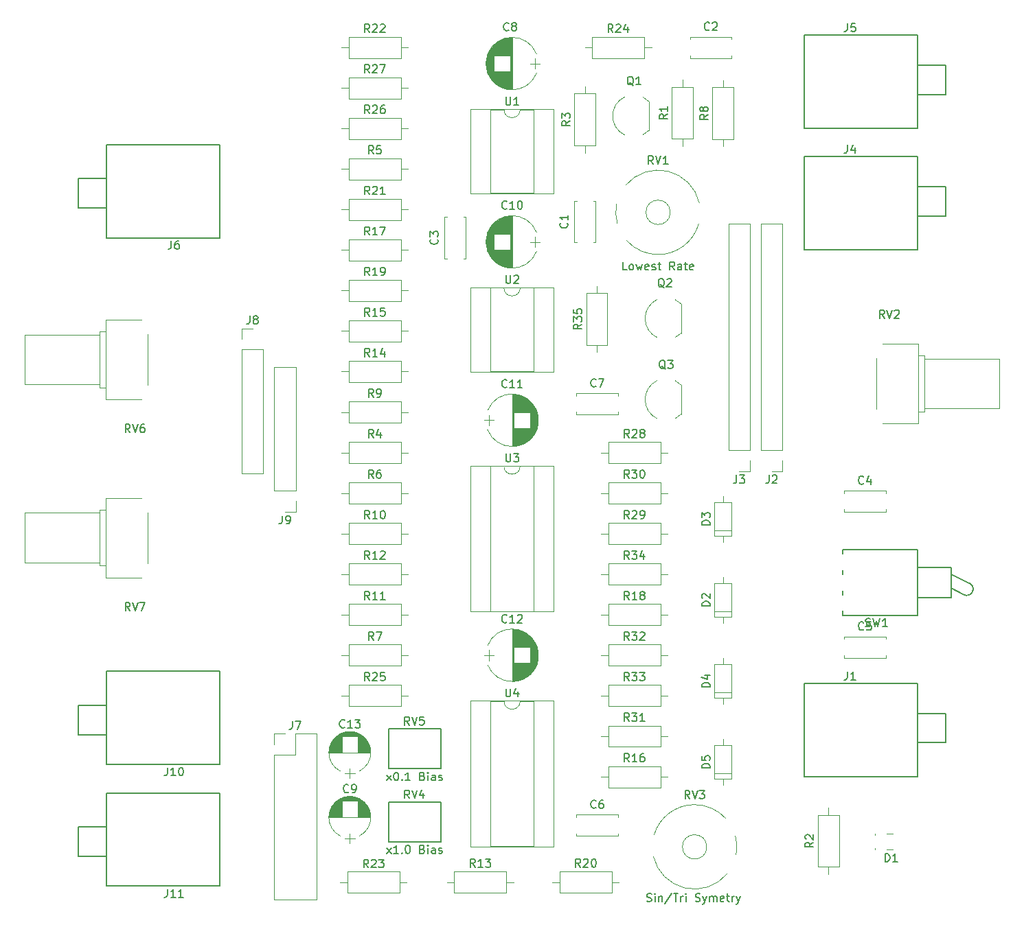
<source format=gbr>
G04 #@! TF.GenerationSoftware,KiCad,Pcbnew,9.0.0*
G04 #@! TF.CreationDate,2025-02-23T15:56:54-07:00*
G04 #@! TF.ProjectId,LFO_THT,4c464f5f-5448-4542-9e6b-696361645f70,rev?*
G04 #@! TF.SameCoordinates,Original*
G04 #@! TF.FileFunction,Legend,Top*
G04 #@! TF.FilePolarity,Positive*
%FSLAX46Y46*%
G04 Gerber Fmt 4.6, Leading zero omitted, Abs format (unit mm)*
G04 Created by KiCad (PCBNEW 9.0.0) date 2025-02-23 15:56:54*
%MOMM*%
%LPD*%
G01*
G04 APERTURE LIST*
%ADD10C,0.150000*%
%ADD11C,0.120000*%
G04 APERTURE END LIST*
D10*
X34571429Y-103454819D02*
X35095238Y-102788152D01*
X34571429Y-102788152D02*
X35095238Y-103454819D01*
X36000000Y-103454819D02*
X35428572Y-103454819D01*
X35714286Y-103454819D02*
X35714286Y-102454819D01*
X35714286Y-102454819D02*
X35619048Y-102597676D01*
X35619048Y-102597676D02*
X35523810Y-102692914D01*
X35523810Y-102692914D02*
X35428572Y-102740533D01*
X36428572Y-103359580D02*
X36476191Y-103407200D01*
X36476191Y-103407200D02*
X36428572Y-103454819D01*
X36428572Y-103454819D02*
X36380953Y-103407200D01*
X36380953Y-103407200D02*
X36428572Y-103359580D01*
X36428572Y-103359580D02*
X36428572Y-103454819D01*
X37095238Y-102454819D02*
X37190476Y-102454819D01*
X37190476Y-102454819D02*
X37285714Y-102502438D01*
X37285714Y-102502438D02*
X37333333Y-102550057D01*
X37333333Y-102550057D02*
X37380952Y-102645295D01*
X37380952Y-102645295D02*
X37428571Y-102835771D01*
X37428571Y-102835771D02*
X37428571Y-103073866D01*
X37428571Y-103073866D02*
X37380952Y-103264342D01*
X37380952Y-103264342D02*
X37333333Y-103359580D01*
X37333333Y-103359580D02*
X37285714Y-103407200D01*
X37285714Y-103407200D02*
X37190476Y-103454819D01*
X37190476Y-103454819D02*
X37095238Y-103454819D01*
X37095238Y-103454819D02*
X37000000Y-103407200D01*
X37000000Y-103407200D02*
X36952381Y-103359580D01*
X36952381Y-103359580D02*
X36904762Y-103264342D01*
X36904762Y-103264342D02*
X36857143Y-103073866D01*
X36857143Y-103073866D02*
X36857143Y-102835771D01*
X36857143Y-102835771D02*
X36904762Y-102645295D01*
X36904762Y-102645295D02*
X36952381Y-102550057D01*
X36952381Y-102550057D02*
X37000000Y-102502438D01*
X37000000Y-102502438D02*
X37095238Y-102454819D01*
X38952381Y-102931009D02*
X39095238Y-102978628D01*
X39095238Y-102978628D02*
X39142857Y-103026247D01*
X39142857Y-103026247D02*
X39190476Y-103121485D01*
X39190476Y-103121485D02*
X39190476Y-103264342D01*
X39190476Y-103264342D02*
X39142857Y-103359580D01*
X39142857Y-103359580D02*
X39095238Y-103407200D01*
X39095238Y-103407200D02*
X39000000Y-103454819D01*
X39000000Y-103454819D02*
X38619048Y-103454819D01*
X38619048Y-103454819D02*
X38619048Y-102454819D01*
X38619048Y-102454819D02*
X38952381Y-102454819D01*
X38952381Y-102454819D02*
X39047619Y-102502438D01*
X39047619Y-102502438D02*
X39095238Y-102550057D01*
X39095238Y-102550057D02*
X39142857Y-102645295D01*
X39142857Y-102645295D02*
X39142857Y-102740533D01*
X39142857Y-102740533D02*
X39095238Y-102835771D01*
X39095238Y-102835771D02*
X39047619Y-102883390D01*
X39047619Y-102883390D02*
X38952381Y-102931009D01*
X38952381Y-102931009D02*
X38619048Y-102931009D01*
X39619048Y-103454819D02*
X39619048Y-102788152D01*
X39619048Y-102454819D02*
X39571429Y-102502438D01*
X39571429Y-102502438D02*
X39619048Y-102550057D01*
X39619048Y-102550057D02*
X39666667Y-102502438D01*
X39666667Y-102502438D02*
X39619048Y-102454819D01*
X39619048Y-102454819D02*
X39619048Y-102550057D01*
X40523809Y-103454819D02*
X40523809Y-102931009D01*
X40523809Y-102931009D02*
X40476190Y-102835771D01*
X40476190Y-102835771D02*
X40380952Y-102788152D01*
X40380952Y-102788152D02*
X40190476Y-102788152D01*
X40190476Y-102788152D02*
X40095238Y-102835771D01*
X40523809Y-103407200D02*
X40428571Y-103454819D01*
X40428571Y-103454819D02*
X40190476Y-103454819D01*
X40190476Y-103454819D02*
X40095238Y-103407200D01*
X40095238Y-103407200D02*
X40047619Y-103311961D01*
X40047619Y-103311961D02*
X40047619Y-103216723D01*
X40047619Y-103216723D02*
X40095238Y-103121485D01*
X40095238Y-103121485D02*
X40190476Y-103073866D01*
X40190476Y-103073866D02*
X40428571Y-103073866D01*
X40428571Y-103073866D02*
X40523809Y-103026247D01*
X40952381Y-103407200D02*
X41047619Y-103454819D01*
X41047619Y-103454819D02*
X41238095Y-103454819D01*
X41238095Y-103454819D02*
X41333333Y-103407200D01*
X41333333Y-103407200D02*
X41380952Y-103311961D01*
X41380952Y-103311961D02*
X41380952Y-103264342D01*
X41380952Y-103264342D02*
X41333333Y-103169104D01*
X41333333Y-103169104D02*
X41238095Y-103121485D01*
X41238095Y-103121485D02*
X41095238Y-103121485D01*
X41095238Y-103121485D02*
X41000000Y-103073866D01*
X41000000Y-103073866D02*
X40952381Y-102978628D01*
X40952381Y-102978628D02*
X40952381Y-102931009D01*
X40952381Y-102931009D02*
X41000000Y-102835771D01*
X41000000Y-102835771D02*
X41095238Y-102788152D01*
X41095238Y-102788152D02*
X41238095Y-102788152D01*
X41238095Y-102788152D02*
X41333333Y-102835771D01*
X34571429Y-94454819D02*
X35095238Y-93788152D01*
X34571429Y-93788152D02*
X35095238Y-94454819D01*
X35666667Y-93454819D02*
X35761905Y-93454819D01*
X35761905Y-93454819D02*
X35857143Y-93502438D01*
X35857143Y-93502438D02*
X35904762Y-93550057D01*
X35904762Y-93550057D02*
X35952381Y-93645295D01*
X35952381Y-93645295D02*
X36000000Y-93835771D01*
X36000000Y-93835771D02*
X36000000Y-94073866D01*
X36000000Y-94073866D02*
X35952381Y-94264342D01*
X35952381Y-94264342D02*
X35904762Y-94359580D01*
X35904762Y-94359580D02*
X35857143Y-94407200D01*
X35857143Y-94407200D02*
X35761905Y-94454819D01*
X35761905Y-94454819D02*
X35666667Y-94454819D01*
X35666667Y-94454819D02*
X35571429Y-94407200D01*
X35571429Y-94407200D02*
X35523810Y-94359580D01*
X35523810Y-94359580D02*
X35476191Y-94264342D01*
X35476191Y-94264342D02*
X35428572Y-94073866D01*
X35428572Y-94073866D02*
X35428572Y-93835771D01*
X35428572Y-93835771D02*
X35476191Y-93645295D01*
X35476191Y-93645295D02*
X35523810Y-93550057D01*
X35523810Y-93550057D02*
X35571429Y-93502438D01*
X35571429Y-93502438D02*
X35666667Y-93454819D01*
X36428572Y-94359580D02*
X36476191Y-94407200D01*
X36476191Y-94407200D02*
X36428572Y-94454819D01*
X36428572Y-94454819D02*
X36380953Y-94407200D01*
X36380953Y-94407200D02*
X36428572Y-94359580D01*
X36428572Y-94359580D02*
X36428572Y-94454819D01*
X37428571Y-94454819D02*
X36857143Y-94454819D01*
X37142857Y-94454819D02*
X37142857Y-93454819D01*
X37142857Y-93454819D02*
X37047619Y-93597676D01*
X37047619Y-93597676D02*
X36952381Y-93692914D01*
X36952381Y-93692914D02*
X36857143Y-93740533D01*
X38952381Y-93931009D02*
X39095238Y-93978628D01*
X39095238Y-93978628D02*
X39142857Y-94026247D01*
X39142857Y-94026247D02*
X39190476Y-94121485D01*
X39190476Y-94121485D02*
X39190476Y-94264342D01*
X39190476Y-94264342D02*
X39142857Y-94359580D01*
X39142857Y-94359580D02*
X39095238Y-94407200D01*
X39095238Y-94407200D02*
X39000000Y-94454819D01*
X39000000Y-94454819D02*
X38619048Y-94454819D01*
X38619048Y-94454819D02*
X38619048Y-93454819D01*
X38619048Y-93454819D02*
X38952381Y-93454819D01*
X38952381Y-93454819D02*
X39047619Y-93502438D01*
X39047619Y-93502438D02*
X39095238Y-93550057D01*
X39095238Y-93550057D02*
X39142857Y-93645295D01*
X39142857Y-93645295D02*
X39142857Y-93740533D01*
X39142857Y-93740533D02*
X39095238Y-93835771D01*
X39095238Y-93835771D02*
X39047619Y-93883390D01*
X39047619Y-93883390D02*
X38952381Y-93931009D01*
X38952381Y-93931009D02*
X38619048Y-93931009D01*
X39619048Y-94454819D02*
X39619048Y-93788152D01*
X39619048Y-93454819D02*
X39571429Y-93502438D01*
X39571429Y-93502438D02*
X39619048Y-93550057D01*
X39619048Y-93550057D02*
X39666667Y-93502438D01*
X39666667Y-93502438D02*
X39619048Y-93454819D01*
X39619048Y-93454819D02*
X39619048Y-93550057D01*
X40523809Y-94454819D02*
X40523809Y-93931009D01*
X40523809Y-93931009D02*
X40476190Y-93835771D01*
X40476190Y-93835771D02*
X40380952Y-93788152D01*
X40380952Y-93788152D02*
X40190476Y-93788152D01*
X40190476Y-93788152D02*
X40095238Y-93835771D01*
X40523809Y-94407200D02*
X40428571Y-94454819D01*
X40428571Y-94454819D02*
X40190476Y-94454819D01*
X40190476Y-94454819D02*
X40095238Y-94407200D01*
X40095238Y-94407200D02*
X40047619Y-94311961D01*
X40047619Y-94311961D02*
X40047619Y-94216723D01*
X40047619Y-94216723D02*
X40095238Y-94121485D01*
X40095238Y-94121485D02*
X40190476Y-94073866D01*
X40190476Y-94073866D02*
X40428571Y-94073866D01*
X40428571Y-94073866D02*
X40523809Y-94026247D01*
X40952381Y-94407200D02*
X41047619Y-94454819D01*
X41047619Y-94454819D02*
X41238095Y-94454819D01*
X41238095Y-94454819D02*
X41333333Y-94407200D01*
X41333333Y-94407200D02*
X41380952Y-94311961D01*
X41380952Y-94311961D02*
X41380952Y-94264342D01*
X41380952Y-94264342D02*
X41333333Y-94169104D01*
X41333333Y-94169104D02*
X41238095Y-94121485D01*
X41238095Y-94121485D02*
X41095238Y-94121485D01*
X41095238Y-94121485D02*
X41000000Y-94073866D01*
X41000000Y-94073866D02*
X40952381Y-93978628D01*
X40952381Y-93978628D02*
X40952381Y-93931009D01*
X40952381Y-93931009D02*
X41000000Y-93835771D01*
X41000000Y-93835771D02*
X41095238Y-93788152D01*
X41095238Y-93788152D02*
X41238095Y-93788152D01*
X41238095Y-93788152D02*
X41333333Y-93835771D01*
X64166665Y-31454819D02*
X63690475Y-31454819D01*
X63690475Y-31454819D02*
X63690475Y-30454819D01*
X64642856Y-31454819D02*
X64547618Y-31407200D01*
X64547618Y-31407200D02*
X64499999Y-31359580D01*
X64499999Y-31359580D02*
X64452380Y-31264342D01*
X64452380Y-31264342D02*
X64452380Y-30978628D01*
X64452380Y-30978628D02*
X64499999Y-30883390D01*
X64499999Y-30883390D02*
X64547618Y-30835771D01*
X64547618Y-30835771D02*
X64642856Y-30788152D01*
X64642856Y-30788152D02*
X64785713Y-30788152D01*
X64785713Y-30788152D02*
X64880951Y-30835771D01*
X64880951Y-30835771D02*
X64928570Y-30883390D01*
X64928570Y-30883390D02*
X64976189Y-30978628D01*
X64976189Y-30978628D02*
X64976189Y-31264342D01*
X64976189Y-31264342D02*
X64928570Y-31359580D01*
X64928570Y-31359580D02*
X64880951Y-31407200D01*
X64880951Y-31407200D02*
X64785713Y-31454819D01*
X64785713Y-31454819D02*
X64642856Y-31454819D01*
X65309523Y-30788152D02*
X65499999Y-31454819D01*
X65499999Y-31454819D02*
X65690475Y-30978628D01*
X65690475Y-30978628D02*
X65880951Y-31454819D01*
X65880951Y-31454819D02*
X66071427Y-30788152D01*
X66833332Y-31407200D02*
X66738094Y-31454819D01*
X66738094Y-31454819D02*
X66547618Y-31454819D01*
X66547618Y-31454819D02*
X66452380Y-31407200D01*
X66452380Y-31407200D02*
X66404761Y-31311961D01*
X66404761Y-31311961D02*
X66404761Y-30931009D01*
X66404761Y-30931009D02*
X66452380Y-30835771D01*
X66452380Y-30835771D02*
X66547618Y-30788152D01*
X66547618Y-30788152D02*
X66738094Y-30788152D01*
X66738094Y-30788152D02*
X66833332Y-30835771D01*
X66833332Y-30835771D02*
X66880951Y-30931009D01*
X66880951Y-30931009D02*
X66880951Y-31026247D01*
X66880951Y-31026247D02*
X66404761Y-31121485D01*
X67261904Y-31407200D02*
X67357142Y-31454819D01*
X67357142Y-31454819D02*
X67547618Y-31454819D01*
X67547618Y-31454819D02*
X67642856Y-31407200D01*
X67642856Y-31407200D02*
X67690475Y-31311961D01*
X67690475Y-31311961D02*
X67690475Y-31264342D01*
X67690475Y-31264342D02*
X67642856Y-31169104D01*
X67642856Y-31169104D02*
X67547618Y-31121485D01*
X67547618Y-31121485D02*
X67404761Y-31121485D01*
X67404761Y-31121485D02*
X67309523Y-31073866D01*
X67309523Y-31073866D02*
X67261904Y-30978628D01*
X67261904Y-30978628D02*
X67261904Y-30931009D01*
X67261904Y-30931009D02*
X67309523Y-30835771D01*
X67309523Y-30835771D02*
X67404761Y-30788152D01*
X67404761Y-30788152D02*
X67547618Y-30788152D01*
X67547618Y-30788152D02*
X67642856Y-30835771D01*
X67976190Y-30788152D02*
X68357142Y-30788152D01*
X68119047Y-30454819D02*
X68119047Y-31311961D01*
X68119047Y-31311961D02*
X68166666Y-31407200D01*
X68166666Y-31407200D02*
X68261904Y-31454819D01*
X68261904Y-31454819D02*
X68357142Y-31454819D01*
X70023809Y-31454819D02*
X69690476Y-30978628D01*
X69452381Y-31454819D02*
X69452381Y-30454819D01*
X69452381Y-30454819D02*
X69833333Y-30454819D01*
X69833333Y-30454819D02*
X69928571Y-30502438D01*
X69928571Y-30502438D02*
X69976190Y-30550057D01*
X69976190Y-30550057D02*
X70023809Y-30645295D01*
X70023809Y-30645295D02*
X70023809Y-30788152D01*
X70023809Y-30788152D02*
X69976190Y-30883390D01*
X69976190Y-30883390D02*
X69928571Y-30931009D01*
X69928571Y-30931009D02*
X69833333Y-30978628D01*
X69833333Y-30978628D02*
X69452381Y-30978628D01*
X70880952Y-31454819D02*
X70880952Y-30931009D01*
X70880952Y-30931009D02*
X70833333Y-30835771D01*
X70833333Y-30835771D02*
X70738095Y-30788152D01*
X70738095Y-30788152D02*
X70547619Y-30788152D01*
X70547619Y-30788152D02*
X70452381Y-30835771D01*
X70880952Y-31407200D02*
X70785714Y-31454819D01*
X70785714Y-31454819D02*
X70547619Y-31454819D01*
X70547619Y-31454819D02*
X70452381Y-31407200D01*
X70452381Y-31407200D02*
X70404762Y-31311961D01*
X70404762Y-31311961D02*
X70404762Y-31216723D01*
X70404762Y-31216723D02*
X70452381Y-31121485D01*
X70452381Y-31121485D02*
X70547619Y-31073866D01*
X70547619Y-31073866D02*
X70785714Y-31073866D01*
X70785714Y-31073866D02*
X70880952Y-31026247D01*
X71214286Y-30788152D02*
X71595238Y-30788152D01*
X71357143Y-30454819D02*
X71357143Y-31311961D01*
X71357143Y-31311961D02*
X71404762Y-31407200D01*
X71404762Y-31407200D02*
X71500000Y-31454819D01*
X71500000Y-31454819D02*
X71595238Y-31454819D01*
X72309524Y-31407200D02*
X72214286Y-31454819D01*
X72214286Y-31454819D02*
X72023810Y-31454819D01*
X72023810Y-31454819D02*
X71928572Y-31407200D01*
X71928572Y-31407200D02*
X71880953Y-31311961D01*
X71880953Y-31311961D02*
X71880953Y-30931009D01*
X71880953Y-30931009D02*
X71928572Y-30835771D01*
X71928572Y-30835771D02*
X72023810Y-30788152D01*
X72023810Y-30788152D02*
X72214286Y-30788152D01*
X72214286Y-30788152D02*
X72309524Y-30835771D01*
X72309524Y-30835771D02*
X72357143Y-30931009D01*
X72357143Y-30931009D02*
X72357143Y-31026247D01*
X72357143Y-31026247D02*
X71880953Y-31121485D01*
X66611904Y-109357200D02*
X66754761Y-109404819D01*
X66754761Y-109404819D02*
X66992856Y-109404819D01*
X66992856Y-109404819D02*
X67088094Y-109357200D01*
X67088094Y-109357200D02*
X67135713Y-109309580D01*
X67135713Y-109309580D02*
X67183332Y-109214342D01*
X67183332Y-109214342D02*
X67183332Y-109119104D01*
X67183332Y-109119104D02*
X67135713Y-109023866D01*
X67135713Y-109023866D02*
X67088094Y-108976247D01*
X67088094Y-108976247D02*
X66992856Y-108928628D01*
X66992856Y-108928628D02*
X66802380Y-108881009D01*
X66802380Y-108881009D02*
X66707142Y-108833390D01*
X66707142Y-108833390D02*
X66659523Y-108785771D01*
X66659523Y-108785771D02*
X66611904Y-108690533D01*
X66611904Y-108690533D02*
X66611904Y-108595295D01*
X66611904Y-108595295D02*
X66659523Y-108500057D01*
X66659523Y-108500057D02*
X66707142Y-108452438D01*
X66707142Y-108452438D02*
X66802380Y-108404819D01*
X66802380Y-108404819D02*
X67040475Y-108404819D01*
X67040475Y-108404819D02*
X67183332Y-108452438D01*
X67611904Y-109404819D02*
X67611904Y-108738152D01*
X67611904Y-108404819D02*
X67564285Y-108452438D01*
X67564285Y-108452438D02*
X67611904Y-108500057D01*
X67611904Y-108500057D02*
X67659523Y-108452438D01*
X67659523Y-108452438D02*
X67611904Y-108404819D01*
X67611904Y-108404819D02*
X67611904Y-108500057D01*
X68088094Y-108738152D02*
X68088094Y-109404819D01*
X68088094Y-108833390D02*
X68135713Y-108785771D01*
X68135713Y-108785771D02*
X68230951Y-108738152D01*
X68230951Y-108738152D02*
X68373808Y-108738152D01*
X68373808Y-108738152D02*
X68469046Y-108785771D01*
X68469046Y-108785771D02*
X68516665Y-108881009D01*
X68516665Y-108881009D02*
X68516665Y-109404819D01*
X69707141Y-108357200D02*
X68849999Y-109642914D01*
X69897618Y-108404819D02*
X70469046Y-108404819D01*
X70183332Y-109404819D02*
X70183332Y-108404819D01*
X70802380Y-109404819D02*
X70802380Y-108738152D01*
X70802380Y-108928628D02*
X70849999Y-108833390D01*
X70849999Y-108833390D02*
X70897618Y-108785771D01*
X70897618Y-108785771D02*
X70992856Y-108738152D01*
X70992856Y-108738152D02*
X71088094Y-108738152D01*
X71421428Y-109404819D02*
X71421428Y-108738152D01*
X71421428Y-108404819D02*
X71373809Y-108452438D01*
X71373809Y-108452438D02*
X71421428Y-108500057D01*
X71421428Y-108500057D02*
X71469047Y-108452438D01*
X71469047Y-108452438D02*
X71421428Y-108404819D01*
X71421428Y-108404819D02*
X71421428Y-108500057D01*
X72611904Y-109357200D02*
X72754761Y-109404819D01*
X72754761Y-109404819D02*
X72992856Y-109404819D01*
X72992856Y-109404819D02*
X73088094Y-109357200D01*
X73088094Y-109357200D02*
X73135713Y-109309580D01*
X73135713Y-109309580D02*
X73183332Y-109214342D01*
X73183332Y-109214342D02*
X73183332Y-109119104D01*
X73183332Y-109119104D02*
X73135713Y-109023866D01*
X73135713Y-109023866D02*
X73088094Y-108976247D01*
X73088094Y-108976247D02*
X72992856Y-108928628D01*
X72992856Y-108928628D02*
X72802380Y-108881009D01*
X72802380Y-108881009D02*
X72707142Y-108833390D01*
X72707142Y-108833390D02*
X72659523Y-108785771D01*
X72659523Y-108785771D02*
X72611904Y-108690533D01*
X72611904Y-108690533D02*
X72611904Y-108595295D01*
X72611904Y-108595295D02*
X72659523Y-108500057D01*
X72659523Y-108500057D02*
X72707142Y-108452438D01*
X72707142Y-108452438D02*
X72802380Y-108404819D01*
X72802380Y-108404819D02*
X73040475Y-108404819D01*
X73040475Y-108404819D02*
X73183332Y-108452438D01*
X73516666Y-108738152D02*
X73754761Y-109404819D01*
X73992856Y-108738152D02*
X73754761Y-109404819D01*
X73754761Y-109404819D02*
X73659523Y-109642914D01*
X73659523Y-109642914D02*
X73611904Y-109690533D01*
X73611904Y-109690533D02*
X73516666Y-109738152D01*
X74373809Y-109404819D02*
X74373809Y-108738152D01*
X74373809Y-108833390D02*
X74421428Y-108785771D01*
X74421428Y-108785771D02*
X74516666Y-108738152D01*
X74516666Y-108738152D02*
X74659523Y-108738152D01*
X74659523Y-108738152D02*
X74754761Y-108785771D01*
X74754761Y-108785771D02*
X74802380Y-108881009D01*
X74802380Y-108881009D02*
X74802380Y-109404819D01*
X74802380Y-108881009D02*
X74849999Y-108785771D01*
X74849999Y-108785771D02*
X74945237Y-108738152D01*
X74945237Y-108738152D02*
X75088094Y-108738152D01*
X75088094Y-108738152D02*
X75183333Y-108785771D01*
X75183333Y-108785771D02*
X75230952Y-108881009D01*
X75230952Y-108881009D02*
X75230952Y-109404819D01*
X76088094Y-109357200D02*
X75992856Y-109404819D01*
X75992856Y-109404819D02*
X75802380Y-109404819D01*
X75802380Y-109404819D02*
X75707142Y-109357200D01*
X75707142Y-109357200D02*
X75659523Y-109261961D01*
X75659523Y-109261961D02*
X75659523Y-108881009D01*
X75659523Y-108881009D02*
X75707142Y-108785771D01*
X75707142Y-108785771D02*
X75802380Y-108738152D01*
X75802380Y-108738152D02*
X75992856Y-108738152D01*
X75992856Y-108738152D02*
X76088094Y-108785771D01*
X76088094Y-108785771D02*
X76135713Y-108881009D01*
X76135713Y-108881009D02*
X76135713Y-108976247D01*
X76135713Y-108976247D02*
X75659523Y-109071485D01*
X76421428Y-108738152D02*
X76802380Y-108738152D01*
X76564285Y-108404819D02*
X76564285Y-109261961D01*
X76564285Y-109261961D02*
X76611904Y-109357200D01*
X76611904Y-109357200D02*
X76707142Y-109404819D01*
X76707142Y-109404819D02*
X76802380Y-109404819D01*
X77135714Y-109404819D02*
X77135714Y-108738152D01*
X77135714Y-108928628D02*
X77183333Y-108833390D01*
X77183333Y-108833390D02*
X77230952Y-108785771D01*
X77230952Y-108785771D02*
X77326190Y-108738152D01*
X77326190Y-108738152D02*
X77421428Y-108738152D01*
X77659524Y-108738152D02*
X77897619Y-109404819D01*
X78135714Y-108738152D02*
X77897619Y-109404819D01*
X77897619Y-109404819D02*
X77802381Y-109642914D01*
X77802381Y-109642914D02*
X77754762Y-109690533D01*
X77754762Y-109690533D02*
X77659524Y-109738152D01*
X56799580Y-25666666D02*
X56847200Y-25714285D01*
X56847200Y-25714285D02*
X56894819Y-25857142D01*
X56894819Y-25857142D02*
X56894819Y-25952380D01*
X56894819Y-25952380D02*
X56847200Y-26095237D01*
X56847200Y-26095237D02*
X56751961Y-26190475D01*
X56751961Y-26190475D02*
X56656723Y-26238094D01*
X56656723Y-26238094D02*
X56466247Y-26285713D01*
X56466247Y-26285713D02*
X56323390Y-26285713D01*
X56323390Y-26285713D02*
X56132914Y-26238094D01*
X56132914Y-26238094D02*
X56037676Y-26190475D01*
X56037676Y-26190475D02*
X55942438Y-26095237D01*
X55942438Y-26095237D02*
X55894819Y-25952380D01*
X55894819Y-25952380D02*
X55894819Y-25857142D01*
X55894819Y-25857142D02*
X55942438Y-25714285D01*
X55942438Y-25714285D02*
X55990057Y-25666666D01*
X56894819Y-24714285D02*
X56894819Y-25285713D01*
X56894819Y-24999999D02*
X55894819Y-24999999D01*
X55894819Y-24999999D02*
X56037676Y-25095237D01*
X56037676Y-25095237D02*
X56132914Y-25190475D01*
X56132914Y-25190475D02*
X56180533Y-25285713D01*
X74333333Y-1809580D02*
X74285714Y-1857200D01*
X74285714Y-1857200D02*
X74142857Y-1904819D01*
X74142857Y-1904819D02*
X74047619Y-1904819D01*
X74047619Y-1904819D02*
X73904762Y-1857200D01*
X73904762Y-1857200D02*
X73809524Y-1761961D01*
X73809524Y-1761961D02*
X73761905Y-1666723D01*
X73761905Y-1666723D02*
X73714286Y-1476247D01*
X73714286Y-1476247D02*
X73714286Y-1333390D01*
X73714286Y-1333390D02*
X73761905Y-1142914D01*
X73761905Y-1142914D02*
X73809524Y-1047676D01*
X73809524Y-1047676D02*
X73904762Y-952438D01*
X73904762Y-952438D02*
X74047619Y-904819D01*
X74047619Y-904819D02*
X74142857Y-904819D01*
X74142857Y-904819D02*
X74285714Y-952438D01*
X74285714Y-952438D02*
X74333333Y-1000057D01*
X74714286Y-1000057D02*
X74761905Y-952438D01*
X74761905Y-952438D02*
X74857143Y-904819D01*
X74857143Y-904819D02*
X75095238Y-904819D01*
X75095238Y-904819D02*
X75190476Y-952438D01*
X75190476Y-952438D02*
X75238095Y-1000057D01*
X75238095Y-1000057D02*
X75285714Y-1095295D01*
X75285714Y-1095295D02*
X75285714Y-1190533D01*
X75285714Y-1190533D02*
X75238095Y-1333390D01*
X75238095Y-1333390D02*
X74666667Y-1904819D01*
X74666667Y-1904819D02*
X75285714Y-1904819D01*
X40799580Y-27666666D02*
X40847200Y-27714285D01*
X40847200Y-27714285D02*
X40894819Y-27857142D01*
X40894819Y-27857142D02*
X40894819Y-27952380D01*
X40894819Y-27952380D02*
X40847200Y-28095237D01*
X40847200Y-28095237D02*
X40751961Y-28190475D01*
X40751961Y-28190475D02*
X40656723Y-28238094D01*
X40656723Y-28238094D02*
X40466247Y-28285713D01*
X40466247Y-28285713D02*
X40323390Y-28285713D01*
X40323390Y-28285713D02*
X40132914Y-28238094D01*
X40132914Y-28238094D02*
X40037676Y-28190475D01*
X40037676Y-28190475D02*
X39942438Y-28095237D01*
X39942438Y-28095237D02*
X39894819Y-27952380D01*
X39894819Y-27952380D02*
X39894819Y-27857142D01*
X39894819Y-27857142D02*
X39942438Y-27714285D01*
X39942438Y-27714285D02*
X39990057Y-27666666D01*
X39894819Y-27333332D02*
X39894819Y-26714285D01*
X39894819Y-26714285D02*
X40275771Y-27047618D01*
X40275771Y-27047618D02*
X40275771Y-26904761D01*
X40275771Y-26904761D02*
X40323390Y-26809523D01*
X40323390Y-26809523D02*
X40371009Y-26761904D01*
X40371009Y-26761904D02*
X40466247Y-26714285D01*
X40466247Y-26714285D02*
X40704342Y-26714285D01*
X40704342Y-26714285D02*
X40799580Y-26761904D01*
X40799580Y-26761904D02*
X40847200Y-26809523D01*
X40847200Y-26809523D02*
X40894819Y-26904761D01*
X40894819Y-26904761D02*
X40894819Y-27190475D01*
X40894819Y-27190475D02*
X40847200Y-27285713D01*
X40847200Y-27285713D02*
X40799580Y-27333332D01*
X93333333Y-57799580D02*
X93285714Y-57847200D01*
X93285714Y-57847200D02*
X93142857Y-57894819D01*
X93142857Y-57894819D02*
X93047619Y-57894819D01*
X93047619Y-57894819D02*
X92904762Y-57847200D01*
X92904762Y-57847200D02*
X92809524Y-57751961D01*
X92809524Y-57751961D02*
X92761905Y-57656723D01*
X92761905Y-57656723D02*
X92714286Y-57466247D01*
X92714286Y-57466247D02*
X92714286Y-57323390D01*
X92714286Y-57323390D02*
X92761905Y-57132914D01*
X92761905Y-57132914D02*
X92809524Y-57037676D01*
X92809524Y-57037676D02*
X92904762Y-56942438D01*
X92904762Y-56942438D02*
X93047619Y-56894819D01*
X93047619Y-56894819D02*
X93142857Y-56894819D01*
X93142857Y-56894819D02*
X93285714Y-56942438D01*
X93285714Y-56942438D02*
X93333333Y-56990057D01*
X94190476Y-57228152D02*
X94190476Y-57894819D01*
X93952381Y-56847200D02*
X93714286Y-57561485D01*
X93714286Y-57561485D02*
X94333333Y-57561485D01*
X93333333Y-75799580D02*
X93285714Y-75847200D01*
X93285714Y-75847200D02*
X93142857Y-75894819D01*
X93142857Y-75894819D02*
X93047619Y-75894819D01*
X93047619Y-75894819D02*
X92904762Y-75847200D01*
X92904762Y-75847200D02*
X92809524Y-75751961D01*
X92809524Y-75751961D02*
X92761905Y-75656723D01*
X92761905Y-75656723D02*
X92714286Y-75466247D01*
X92714286Y-75466247D02*
X92714286Y-75323390D01*
X92714286Y-75323390D02*
X92761905Y-75132914D01*
X92761905Y-75132914D02*
X92809524Y-75037676D01*
X92809524Y-75037676D02*
X92904762Y-74942438D01*
X92904762Y-74942438D02*
X93047619Y-74894819D01*
X93047619Y-74894819D02*
X93142857Y-74894819D01*
X93142857Y-74894819D02*
X93285714Y-74942438D01*
X93285714Y-74942438D02*
X93333333Y-74990057D01*
X94238095Y-74894819D02*
X93761905Y-74894819D01*
X93761905Y-74894819D02*
X93714286Y-75371009D01*
X93714286Y-75371009D02*
X93761905Y-75323390D01*
X93761905Y-75323390D02*
X93857143Y-75275771D01*
X93857143Y-75275771D02*
X94095238Y-75275771D01*
X94095238Y-75275771D02*
X94190476Y-75323390D01*
X94190476Y-75323390D02*
X94238095Y-75371009D01*
X94238095Y-75371009D02*
X94285714Y-75466247D01*
X94285714Y-75466247D02*
X94285714Y-75704342D01*
X94285714Y-75704342D02*
X94238095Y-75799580D01*
X94238095Y-75799580D02*
X94190476Y-75847200D01*
X94190476Y-75847200D02*
X94095238Y-75894819D01*
X94095238Y-75894819D02*
X93857143Y-75894819D01*
X93857143Y-75894819D02*
X93761905Y-75847200D01*
X93761905Y-75847200D02*
X93714286Y-75799580D01*
X60333333Y-97799580D02*
X60285714Y-97847200D01*
X60285714Y-97847200D02*
X60142857Y-97894819D01*
X60142857Y-97894819D02*
X60047619Y-97894819D01*
X60047619Y-97894819D02*
X59904762Y-97847200D01*
X59904762Y-97847200D02*
X59809524Y-97751961D01*
X59809524Y-97751961D02*
X59761905Y-97656723D01*
X59761905Y-97656723D02*
X59714286Y-97466247D01*
X59714286Y-97466247D02*
X59714286Y-97323390D01*
X59714286Y-97323390D02*
X59761905Y-97132914D01*
X59761905Y-97132914D02*
X59809524Y-97037676D01*
X59809524Y-97037676D02*
X59904762Y-96942438D01*
X59904762Y-96942438D02*
X60047619Y-96894819D01*
X60047619Y-96894819D02*
X60142857Y-96894819D01*
X60142857Y-96894819D02*
X60285714Y-96942438D01*
X60285714Y-96942438D02*
X60333333Y-96990057D01*
X61190476Y-96894819D02*
X61000000Y-96894819D01*
X61000000Y-96894819D02*
X60904762Y-96942438D01*
X60904762Y-96942438D02*
X60857143Y-96990057D01*
X60857143Y-96990057D02*
X60761905Y-97132914D01*
X60761905Y-97132914D02*
X60714286Y-97323390D01*
X60714286Y-97323390D02*
X60714286Y-97704342D01*
X60714286Y-97704342D02*
X60761905Y-97799580D01*
X60761905Y-97799580D02*
X60809524Y-97847200D01*
X60809524Y-97847200D02*
X60904762Y-97894819D01*
X60904762Y-97894819D02*
X61095238Y-97894819D01*
X61095238Y-97894819D02*
X61190476Y-97847200D01*
X61190476Y-97847200D02*
X61238095Y-97799580D01*
X61238095Y-97799580D02*
X61285714Y-97704342D01*
X61285714Y-97704342D02*
X61285714Y-97466247D01*
X61285714Y-97466247D02*
X61238095Y-97371009D01*
X61238095Y-97371009D02*
X61190476Y-97323390D01*
X61190476Y-97323390D02*
X61095238Y-97275771D01*
X61095238Y-97275771D02*
X60904762Y-97275771D01*
X60904762Y-97275771D02*
X60809524Y-97323390D01*
X60809524Y-97323390D02*
X60761905Y-97371009D01*
X60761905Y-97371009D02*
X60714286Y-97466247D01*
X60333333Y-45799580D02*
X60285714Y-45847200D01*
X60285714Y-45847200D02*
X60142857Y-45894819D01*
X60142857Y-45894819D02*
X60047619Y-45894819D01*
X60047619Y-45894819D02*
X59904762Y-45847200D01*
X59904762Y-45847200D02*
X59809524Y-45751961D01*
X59809524Y-45751961D02*
X59761905Y-45656723D01*
X59761905Y-45656723D02*
X59714286Y-45466247D01*
X59714286Y-45466247D02*
X59714286Y-45323390D01*
X59714286Y-45323390D02*
X59761905Y-45132914D01*
X59761905Y-45132914D02*
X59809524Y-45037676D01*
X59809524Y-45037676D02*
X59904762Y-44942438D01*
X59904762Y-44942438D02*
X60047619Y-44894819D01*
X60047619Y-44894819D02*
X60142857Y-44894819D01*
X60142857Y-44894819D02*
X60285714Y-44942438D01*
X60285714Y-44942438D02*
X60333333Y-44990057D01*
X60666667Y-44894819D02*
X61333333Y-44894819D01*
X61333333Y-44894819D02*
X60904762Y-45894819D01*
X49583333Y-1859580D02*
X49535714Y-1907200D01*
X49535714Y-1907200D02*
X49392857Y-1954819D01*
X49392857Y-1954819D02*
X49297619Y-1954819D01*
X49297619Y-1954819D02*
X49154762Y-1907200D01*
X49154762Y-1907200D02*
X49059524Y-1811961D01*
X49059524Y-1811961D02*
X49011905Y-1716723D01*
X49011905Y-1716723D02*
X48964286Y-1526247D01*
X48964286Y-1526247D02*
X48964286Y-1383390D01*
X48964286Y-1383390D02*
X49011905Y-1192914D01*
X49011905Y-1192914D02*
X49059524Y-1097676D01*
X49059524Y-1097676D02*
X49154762Y-1002438D01*
X49154762Y-1002438D02*
X49297619Y-954819D01*
X49297619Y-954819D02*
X49392857Y-954819D01*
X49392857Y-954819D02*
X49535714Y-1002438D01*
X49535714Y-1002438D02*
X49583333Y-1050057D01*
X50154762Y-1383390D02*
X50059524Y-1335771D01*
X50059524Y-1335771D02*
X50011905Y-1288152D01*
X50011905Y-1288152D02*
X49964286Y-1192914D01*
X49964286Y-1192914D02*
X49964286Y-1145295D01*
X49964286Y-1145295D02*
X50011905Y-1050057D01*
X50011905Y-1050057D02*
X50059524Y-1002438D01*
X50059524Y-1002438D02*
X50154762Y-954819D01*
X50154762Y-954819D02*
X50345238Y-954819D01*
X50345238Y-954819D02*
X50440476Y-1002438D01*
X50440476Y-1002438D02*
X50488095Y-1050057D01*
X50488095Y-1050057D02*
X50535714Y-1145295D01*
X50535714Y-1145295D02*
X50535714Y-1192914D01*
X50535714Y-1192914D02*
X50488095Y-1288152D01*
X50488095Y-1288152D02*
X50440476Y-1335771D01*
X50440476Y-1335771D02*
X50345238Y-1383390D01*
X50345238Y-1383390D02*
X50154762Y-1383390D01*
X50154762Y-1383390D02*
X50059524Y-1431009D01*
X50059524Y-1431009D02*
X50011905Y-1478628D01*
X50011905Y-1478628D02*
X49964286Y-1573866D01*
X49964286Y-1573866D02*
X49964286Y-1764342D01*
X49964286Y-1764342D02*
X50011905Y-1859580D01*
X50011905Y-1859580D02*
X50059524Y-1907200D01*
X50059524Y-1907200D02*
X50154762Y-1954819D01*
X50154762Y-1954819D02*
X50345238Y-1954819D01*
X50345238Y-1954819D02*
X50440476Y-1907200D01*
X50440476Y-1907200D02*
X50488095Y-1859580D01*
X50488095Y-1859580D02*
X50535714Y-1764342D01*
X50535714Y-1764342D02*
X50535714Y-1573866D01*
X50535714Y-1573866D02*
X50488095Y-1478628D01*
X50488095Y-1478628D02*
X50440476Y-1431009D01*
X50440476Y-1431009D02*
X50345238Y-1383390D01*
X29833333Y-95859580D02*
X29785714Y-95907200D01*
X29785714Y-95907200D02*
X29642857Y-95954819D01*
X29642857Y-95954819D02*
X29547619Y-95954819D01*
X29547619Y-95954819D02*
X29404762Y-95907200D01*
X29404762Y-95907200D02*
X29309524Y-95811961D01*
X29309524Y-95811961D02*
X29261905Y-95716723D01*
X29261905Y-95716723D02*
X29214286Y-95526247D01*
X29214286Y-95526247D02*
X29214286Y-95383390D01*
X29214286Y-95383390D02*
X29261905Y-95192914D01*
X29261905Y-95192914D02*
X29309524Y-95097676D01*
X29309524Y-95097676D02*
X29404762Y-95002438D01*
X29404762Y-95002438D02*
X29547619Y-94954819D01*
X29547619Y-94954819D02*
X29642857Y-94954819D01*
X29642857Y-94954819D02*
X29785714Y-95002438D01*
X29785714Y-95002438D02*
X29833333Y-95050057D01*
X30309524Y-95954819D02*
X30500000Y-95954819D01*
X30500000Y-95954819D02*
X30595238Y-95907200D01*
X30595238Y-95907200D02*
X30642857Y-95859580D01*
X30642857Y-95859580D02*
X30738095Y-95716723D01*
X30738095Y-95716723D02*
X30785714Y-95526247D01*
X30785714Y-95526247D02*
X30785714Y-95145295D01*
X30785714Y-95145295D02*
X30738095Y-95050057D01*
X30738095Y-95050057D02*
X30690476Y-95002438D01*
X30690476Y-95002438D02*
X30595238Y-94954819D01*
X30595238Y-94954819D02*
X30404762Y-94954819D01*
X30404762Y-94954819D02*
X30309524Y-95002438D01*
X30309524Y-95002438D02*
X30261905Y-95050057D01*
X30261905Y-95050057D02*
X30214286Y-95145295D01*
X30214286Y-95145295D02*
X30214286Y-95383390D01*
X30214286Y-95383390D02*
X30261905Y-95478628D01*
X30261905Y-95478628D02*
X30309524Y-95526247D01*
X30309524Y-95526247D02*
X30404762Y-95573866D01*
X30404762Y-95573866D02*
X30595238Y-95573866D01*
X30595238Y-95573866D02*
X30690476Y-95526247D01*
X30690476Y-95526247D02*
X30738095Y-95478628D01*
X30738095Y-95478628D02*
X30785714Y-95383390D01*
X49357142Y-23859580D02*
X49309523Y-23907200D01*
X49309523Y-23907200D02*
X49166666Y-23954819D01*
X49166666Y-23954819D02*
X49071428Y-23954819D01*
X49071428Y-23954819D02*
X48928571Y-23907200D01*
X48928571Y-23907200D02*
X48833333Y-23811961D01*
X48833333Y-23811961D02*
X48785714Y-23716723D01*
X48785714Y-23716723D02*
X48738095Y-23526247D01*
X48738095Y-23526247D02*
X48738095Y-23383390D01*
X48738095Y-23383390D02*
X48785714Y-23192914D01*
X48785714Y-23192914D02*
X48833333Y-23097676D01*
X48833333Y-23097676D02*
X48928571Y-23002438D01*
X48928571Y-23002438D02*
X49071428Y-22954819D01*
X49071428Y-22954819D02*
X49166666Y-22954819D01*
X49166666Y-22954819D02*
X49309523Y-23002438D01*
X49309523Y-23002438D02*
X49357142Y-23050057D01*
X50309523Y-23954819D02*
X49738095Y-23954819D01*
X50023809Y-23954819D02*
X50023809Y-22954819D01*
X50023809Y-22954819D02*
X49928571Y-23097676D01*
X49928571Y-23097676D02*
X49833333Y-23192914D01*
X49833333Y-23192914D02*
X49738095Y-23240533D01*
X50928571Y-22954819D02*
X51023809Y-22954819D01*
X51023809Y-22954819D02*
X51119047Y-23002438D01*
X51119047Y-23002438D02*
X51166666Y-23050057D01*
X51166666Y-23050057D02*
X51214285Y-23145295D01*
X51214285Y-23145295D02*
X51261904Y-23335771D01*
X51261904Y-23335771D02*
X51261904Y-23573866D01*
X51261904Y-23573866D02*
X51214285Y-23764342D01*
X51214285Y-23764342D02*
X51166666Y-23859580D01*
X51166666Y-23859580D02*
X51119047Y-23907200D01*
X51119047Y-23907200D02*
X51023809Y-23954819D01*
X51023809Y-23954819D02*
X50928571Y-23954819D01*
X50928571Y-23954819D02*
X50833333Y-23907200D01*
X50833333Y-23907200D02*
X50785714Y-23859580D01*
X50785714Y-23859580D02*
X50738095Y-23764342D01*
X50738095Y-23764342D02*
X50690476Y-23573866D01*
X50690476Y-23573866D02*
X50690476Y-23335771D01*
X50690476Y-23335771D02*
X50738095Y-23145295D01*
X50738095Y-23145295D02*
X50785714Y-23050057D01*
X50785714Y-23050057D02*
X50833333Y-23002438D01*
X50833333Y-23002438D02*
X50928571Y-22954819D01*
X49357142Y-74899580D02*
X49309523Y-74947200D01*
X49309523Y-74947200D02*
X49166666Y-74994819D01*
X49166666Y-74994819D02*
X49071428Y-74994819D01*
X49071428Y-74994819D02*
X48928571Y-74947200D01*
X48928571Y-74947200D02*
X48833333Y-74851961D01*
X48833333Y-74851961D02*
X48785714Y-74756723D01*
X48785714Y-74756723D02*
X48738095Y-74566247D01*
X48738095Y-74566247D02*
X48738095Y-74423390D01*
X48738095Y-74423390D02*
X48785714Y-74232914D01*
X48785714Y-74232914D02*
X48833333Y-74137676D01*
X48833333Y-74137676D02*
X48928571Y-74042438D01*
X48928571Y-74042438D02*
X49071428Y-73994819D01*
X49071428Y-73994819D02*
X49166666Y-73994819D01*
X49166666Y-73994819D02*
X49309523Y-74042438D01*
X49309523Y-74042438D02*
X49357142Y-74090057D01*
X50309523Y-74994819D02*
X49738095Y-74994819D01*
X50023809Y-74994819D02*
X50023809Y-73994819D01*
X50023809Y-73994819D02*
X49928571Y-74137676D01*
X49928571Y-74137676D02*
X49833333Y-74232914D01*
X49833333Y-74232914D02*
X49738095Y-74280533D01*
X50690476Y-74090057D02*
X50738095Y-74042438D01*
X50738095Y-74042438D02*
X50833333Y-73994819D01*
X50833333Y-73994819D02*
X51071428Y-73994819D01*
X51071428Y-73994819D02*
X51166666Y-74042438D01*
X51166666Y-74042438D02*
X51214285Y-74090057D01*
X51214285Y-74090057D02*
X51261904Y-74185295D01*
X51261904Y-74185295D02*
X51261904Y-74280533D01*
X51261904Y-74280533D02*
X51214285Y-74423390D01*
X51214285Y-74423390D02*
X50642857Y-74994819D01*
X50642857Y-74994819D02*
X51261904Y-74994819D01*
X29357142Y-87859580D02*
X29309523Y-87907200D01*
X29309523Y-87907200D02*
X29166666Y-87954819D01*
X29166666Y-87954819D02*
X29071428Y-87954819D01*
X29071428Y-87954819D02*
X28928571Y-87907200D01*
X28928571Y-87907200D02*
X28833333Y-87811961D01*
X28833333Y-87811961D02*
X28785714Y-87716723D01*
X28785714Y-87716723D02*
X28738095Y-87526247D01*
X28738095Y-87526247D02*
X28738095Y-87383390D01*
X28738095Y-87383390D02*
X28785714Y-87192914D01*
X28785714Y-87192914D02*
X28833333Y-87097676D01*
X28833333Y-87097676D02*
X28928571Y-87002438D01*
X28928571Y-87002438D02*
X29071428Y-86954819D01*
X29071428Y-86954819D02*
X29166666Y-86954819D01*
X29166666Y-86954819D02*
X29309523Y-87002438D01*
X29309523Y-87002438D02*
X29357142Y-87050057D01*
X30309523Y-87954819D02*
X29738095Y-87954819D01*
X30023809Y-87954819D02*
X30023809Y-86954819D01*
X30023809Y-86954819D02*
X29928571Y-87097676D01*
X29928571Y-87097676D02*
X29833333Y-87192914D01*
X29833333Y-87192914D02*
X29738095Y-87240533D01*
X30642857Y-86954819D02*
X31261904Y-86954819D01*
X31261904Y-86954819D02*
X30928571Y-87335771D01*
X30928571Y-87335771D02*
X31071428Y-87335771D01*
X31071428Y-87335771D02*
X31166666Y-87383390D01*
X31166666Y-87383390D02*
X31214285Y-87431009D01*
X31214285Y-87431009D02*
X31261904Y-87526247D01*
X31261904Y-87526247D02*
X31261904Y-87764342D01*
X31261904Y-87764342D02*
X31214285Y-87859580D01*
X31214285Y-87859580D02*
X31166666Y-87907200D01*
X31166666Y-87907200D02*
X31071428Y-87954819D01*
X31071428Y-87954819D02*
X30785714Y-87954819D01*
X30785714Y-87954819D02*
X30690476Y-87907200D01*
X30690476Y-87907200D02*
X30642857Y-87859580D01*
X95991905Y-104464819D02*
X95991905Y-103464819D01*
X95991905Y-103464819D02*
X96230000Y-103464819D01*
X96230000Y-103464819D02*
X96372857Y-103512438D01*
X96372857Y-103512438D02*
X96468095Y-103607676D01*
X96468095Y-103607676D02*
X96515714Y-103702914D01*
X96515714Y-103702914D02*
X96563333Y-103893390D01*
X96563333Y-103893390D02*
X96563333Y-104036247D01*
X96563333Y-104036247D02*
X96515714Y-104226723D01*
X96515714Y-104226723D02*
X96468095Y-104321961D01*
X96468095Y-104321961D02*
X96372857Y-104417200D01*
X96372857Y-104417200D02*
X96230000Y-104464819D01*
X96230000Y-104464819D02*
X95991905Y-104464819D01*
X97515714Y-104464819D02*
X96944286Y-104464819D01*
X97230000Y-104464819D02*
X97230000Y-103464819D01*
X97230000Y-103464819D02*
X97134762Y-103607676D01*
X97134762Y-103607676D02*
X97039524Y-103702914D01*
X97039524Y-103702914D02*
X96944286Y-103750533D01*
X74394819Y-72928094D02*
X73394819Y-72928094D01*
X73394819Y-72928094D02*
X73394819Y-72689999D01*
X73394819Y-72689999D02*
X73442438Y-72547142D01*
X73442438Y-72547142D02*
X73537676Y-72451904D01*
X73537676Y-72451904D02*
X73632914Y-72404285D01*
X73632914Y-72404285D02*
X73823390Y-72356666D01*
X73823390Y-72356666D02*
X73966247Y-72356666D01*
X73966247Y-72356666D02*
X74156723Y-72404285D01*
X74156723Y-72404285D02*
X74251961Y-72451904D01*
X74251961Y-72451904D02*
X74347200Y-72547142D01*
X74347200Y-72547142D02*
X74394819Y-72689999D01*
X74394819Y-72689999D02*
X74394819Y-72928094D01*
X73490057Y-71975713D02*
X73442438Y-71928094D01*
X73442438Y-71928094D02*
X73394819Y-71832856D01*
X73394819Y-71832856D02*
X73394819Y-71594761D01*
X73394819Y-71594761D02*
X73442438Y-71499523D01*
X73442438Y-71499523D02*
X73490057Y-71451904D01*
X73490057Y-71451904D02*
X73585295Y-71404285D01*
X73585295Y-71404285D02*
X73680533Y-71404285D01*
X73680533Y-71404285D02*
X73823390Y-71451904D01*
X73823390Y-71451904D02*
X74394819Y-72023332D01*
X74394819Y-72023332D02*
X74394819Y-71404285D01*
X74394819Y-62928094D02*
X73394819Y-62928094D01*
X73394819Y-62928094D02*
X73394819Y-62689999D01*
X73394819Y-62689999D02*
X73442438Y-62547142D01*
X73442438Y-62547142D02*
X73537676Y-62451904D01*
X73537676Y-62451904D02*
X73632914Y-62404285D01*
X73632914Y-62404285D02*
X73823390Y-62356666D01*
X73823390Y-62356666D02*
X73966247Y-62356666D01*
X73966247Y-62356666D02*
X74156723Y-62404285D01*
X74156723Y-62404285D02*
X74251961Y-62451904D01*
X74251961Y-62451904D02*
X74347200Y-62547142D01*
X74347200Y-62547142D02*
X74394819Y-62689999D01*
X74394819Y-62689999D02*
X74394819Y-62928094D01*
X73394819Y-62023332D02*
X73394819Y-61404285D01*
X73394819Y-61404285D02*
X73775771Y-61737618D01*
X73775771Y-61737618D02*
X73775771Y-61594761D01*
X73775771Y-61594761D02*
X73823390Y-61499523D01*
X73823390Y-61499523D02*
X73871009Y-61451904D01*
X73871009Y-61451904D02*
X73966247Y-61404285D01*
X73966247Y-61404285D02*
X74204342Y-61404285D01*
X74204342Y-61404285D02*
X74299580Y-61451904D01*
X74299580Y-61451904D02*
X74347200Y-61499523D01*
X74347200Y-61499523D02*
X74394819Y-61594761D01*
X74394819Y-61594761D02*
X74394819Y-61880475D01*
X74394819Y-61880475D02*
X74347200Y-61975713D01*
X74347200Y-61975713D02*
X74299580Y-62023332D01*
X74394819Y-82928094D02*
X73394819Y-82928094D01*
X73394819Y-82928094D02*
X73394819Y-82689999D01*
X73394819Y-82689999D02*
X73442438Y-82547142D01*
X73442438Y-82547142D02*
X73537676Y-82451904D01*
X73537676Y-82451904D02*
X73632914Y-82404285D01*
X73632914Y-82404285D02*
X73823390Y-82356666D01*
X73823390Y-82356666D02*
X73966247Y-82356666D01*
X73966247Y-82356666D02*
X74156723Y-82404285D01*
X74156723Y-82404285D02*
X74251961Y-82451904D01*
X74251961Y-82451904D02*
X74347200Y-82547142D01*
X74347200Y-82547142D02*
X74394819Y-82689999D01*
X74394819Y-82689999D02*
X74394819Y-82928094D01*
X73728152Y-81499523D02*
X74394819Y-81499523D01*
X73347200Y-81737618D02*
X74061485Y-81975713D01*
X74061485Y-81975713D02*
X74061485Y-81356666D01*
X74394819Y-92928094D02*
X73394819Y-92928094D01*
X73394819Y-92928094D02*
X73394819Y-92689999D01*
X73394819Y-92689999D02*
X73442438Y-92547142D01*
X73442438Y-92547142D02*
X73537676Y-92451904D01*
X73537676Y-92451904D02*
X73632914Y-92404285D01*
X73632914Y-92404285D02*
X73823390Y-92356666D01*
X73823390Y-92356666D02*
X73966247Y-92356666D01*
X73966247Y-92356666D02*
X74156723Y-92404285D01*
X74156723Y-92404285D02*
X74251961Y-92451904D01*
X74251961Y-92451904D02*
X74347200Y-92547142D01*
X74347200Y-92547142D02*
X74394819Y-92689999D01*
X74394819Y-92689999D02*
X74394819Y-92928094D01*
X73394819Y-91451904D02*
X73394819Y-91928094D01*
X73394819Y-91928094D02*
X73871009Y-91975713D01*
X73871009Y-91975713D02*
X73823390Y-91928094D01*
X73823390Y-91928094D02*
X73775771Y-91832856D01*
X73775771Y-91832856D02*
X73775771Y-91594761D01*
X73775771Y-91594761D02*
X73823390Y-91499523D01*
X73823390Y-91499523D02*
X73871009Y-91451904D01*
X73871009Y-91451904D02*
X73966247Y-91404285D01*
X73966247Y-91404285D02*
X74204342Y-91404285D01*
X74204342Y-91404285D02*
X74299580Y-91451904D01*
X74299580Y-91451904D02*
X74347200Y-91499523D01*
X74347200Y-91499523D02*
X74394819Y-91594761D01*
X74394819Y-91594761D02*
X74394819Y-91832856D01*
X74394819Y-91832856D02*
X74347200Y-91928094D01*
X74347200Y-91928094D02*
X74299580Y-91975713D01*
X91348166Y-81041319D02*
X91348166Y-81755604D01*
X91348166Y-81755604D02*
X91300547Y-81898461D01*
X91300547Y-81898461D02*
X91205309Y-81993700D01*
X91205309Y-81993700D02*
X91062452Y-82041319D01*
X91062452Y-82041319D02*
X90967214Y-82041319D01*
X92348166Y-82041319D02*
X91776738Y-82041319D01*
X92062452Y-82041319D02*
X92062452Y-81041319D01*
X92062452Y-81041319D02*
X91967214Y-81184176D01*
X91967214Y-81184176D02*
X91871976Y-81279414D01*
X91871976Y-81279414D02*
X91776738Y-81327033D01*
X81666666Y-56784819D02*
X81666666Y-57499104D01*
X81666666Y-57499104D02*
X81619047Y-57641961D01*
X81619047Y-57641961D02*
X81523809Y-57737200D01*
X81523809Y-57737200D02*
X81380952Y-57784819D01*
X81380952Y-57784819D02*
X81285714Y-57784819D01*
X82095238Y-56880057D02*
X82142857Y-56832438D01*
X82142857Y-56832438D02*
X82238095Y-56784819D01*
X82238095Y-56784819D02*
X82476190Y-56784819D01*
X82476190Y-56784819D02*
X82571428Y-56832438D01*
X82571428Y-56832438D02*
X82619047Y-56880057D01*
X82619047Y-56880057D02*
X82666666Y-56975295D01*
X82666666Y-56975295D02*
X82666666Y-57070533D01*
X82666666Y-57070533D02*
X82619047Y-57213390D01*
X82619047Y-57213390D02*
X82047619Y-57784819D01*
X82047619Y-57784819D02*
X82666666Y-57784819D01*
X77666666Y-56784819D02*
X77666666Y-57499104D01*
X77666666Y-57499104D02*
X77619047Y-57641961D01*
X77619047Y-57641961D02*
X77523809Y-57737200D01*
X77523809Y-57737200D02*
X77380952Y-57784819D01*
X77380952Y-57784819D02*
X77285714Y-57784819D01*
X78047619Y-56784819D02*
X78666666Y-56784819D01*
X78666666Y-56784819D02*
X78333333Y-57165771D01*
X78333333Y-57165771D02*
X78476190Y-57165771D01*
X78476190Y-57165771D02*
X78571428Y-57213390D01*
X78571428Y-57213390D02*
X78619047Y-57261009D01*
X78619047Y-57261009D02*
X78666666Y-57356247D01*
X78666666Y-57356247D02*
X78666666Y-57594342D01*
X78666666Y-57594342D02*
X78619047Y-57689580D01*
X78619047Y-57689580D02*
X78571428Y-57737200D01*
X78571428Y-57737200D02*
X78476190Y-57784819D01*
X78476190Y-57784819D02*
X78190476Y-57784819D01*
X78190476Y-57784819D02*
X78095238Y-57737200D01*
X78095238Y-57737200D02*
X78047619Y-57689580D01*
X91348166Y-16041319D02*
X91348166Y-16755604D01*
X91348166Y-16755604D02*
X91300547Y-16898461D01*
X91300547Y-16898461D02*
X91205309Y-16993700D01*
X91205309Y-16993700D02*
X91062452Y-17041319D01*
X91062452Y-17041319D02*
X90967214Y-17041319D01*
X92252928Y-16374652D02*
X92252928Y-17041319D01*
X92014833Y-15993700D02*
X91776738Y-16707985D01*
X91776738Y-16707985D02*
X92395785Y-16707985D01*
X91348166Y-1041319D02*
X91348166Y-1755604D01*
X91348166Y-1755604D02*
X91300547Y-1898461D01*
X91300547Y-1898461D02*
X91205309Y-1993700D01*
X91205309Y-1993700D02*
X91062452Y-2041319D01*
X91062452Y-2041319D02*
X90967214Y-2041319D01*
X92300547Y-1041319D02*
X91824357Y-1041319D01*
X91824357Y-1041319D02*
X91776738Y-1517509D01*
X91776738Y-1517509D02*
X91824357Y-1469890D01*
X91824357Y-1469890D02*
X91919595Y-1422271D01*
X91919595Y-1422271D02*
X92157690Y-1422271D01*
X92157690Y-1422271D02*
X92252928Y-1469890D01*
X92252928Y-1469890D02*
X92300547Y-1517509D01*
X92300547Y-1517509D02*
X92348166Y-1612747D01*
X92348166Y-1612747D02*
X92348166Y-1850842D01*
X92348166Y-1850842D02*
X92300547Y-1946080D01*
X92300547Y-1946080D02*
X92252928Y-1993700D01*
X92252928Y-1993700D02*
X92157690Y-2041319D01*
X92157690Y-2041319D02*
X91919595Y-2041319D01*
X91919595Y-2041319D02*
X91824357Y-1993700D01*
X91824357Y-1993700D02*
X91776738Y-1946080D01*
X7985166Y-27868319D02*
X7985166Y-28582604D01*
X7985166Y-28582604D02*
X7937547Y-28725461D01*
X7937547Y-28725461D02*
X7842309Y-28820700D01*
X7842309Y-28820700D02*
X7699452Y-28868319D01*
X7699452Y-28868319D02*
X7604214Y-28868319D01*
X8889928Y-27868319D02*
X8699452Y-27868319D01*
X8699452Y-27868319D02*
X8604214Y-27915938D01*
X8604214Y-27915938D02*
X8556595Y-27963557D01*
X8556595Y-27963557D02*
X8461357Y-28106414D01*
X8461357Y-28106414D02*
X8413738Y-28296890D01*
X8413738Y-28296890D02*
X8413738Y-28677842D01*
X8413738Y-28677842D02*
X8461357Y-28773080D01*
X8461357Y-28773080D02*
X8508976Y-28820700D01*
X8508976Y-28820700D02*
X8604214Y-28868319D01*
X8604214Y-28868319D02*
X8794690Y-28868319D01*
X8794690Y-28868319D02*
X8889928Y-28820700D01*
X8889928Y-28820700D02*
X8937547Y-28773080D01*
X8937547Y-28773080D02*
X8985166Y-28677842D01*
X8985166Y-28677842D02*
X8985166Y-28439747D01*
X8985166Y-28439747D02*
X8937547Y-28344509D01*
X8937547Y-28344509D02*
X8889928Y-28296890D01*
X8889928Y-28296890D02*
X8794690Y-28249271D01*
X8794690Y-28249271D02*
X8604214Y-28249271D01*
X8604214Y-28249271D02*
X8508976Y-28296890D01*
X8508976Y-28296890D02*
X8461357Y-28344509D01*
X8461357Y-28344509D02*
X8413738Y-28439747D01*
X22936666Y-87124819D02*
X22936666Y-87839104D01*
X22936666Y-87839104D02*
X22889047Y-87981961D01*
X22889047Y-87981961D02*
X22793809Y-88077200D01*
X22793809Y-88077200D02*
X22650952Y-88124819D01*
X22650952Y-88124819D02*
X22555714Y-88124819D01*
X23317619Y-87124819D02*
X23984285Y-87124819D01*
X23984285Y-87124819D02*
X23555714Y-88124819D01*
X17666666Y-37124819D02*
X17666666Y-37839104D01*
X17666666Y-37839104D02*
X17619047Y-37981961D01*
X17619047Y-37981961D02*
X17523809Y-38077200D01*
X17523809Y-38077200D02*
X17380952Y-38124819D01*
X17380952Y-38124819D02*
X17285714Y-38124819D01*
X18285714Y-37553390D02*
X18190476Y-37505771D01*
X18190476Y-37505771D02*
X18142857Y-37458152D01*
X18142857Y-37458152D02*
X18095238Y-37362914D01*
X18095238Y-37362914D02*
X18095238Y-37315295D01*
X18095238Y-37315295D02*
X18142857Y-37220057D01*
X18142857Y-37220057D02*
X18190476Y-37172438D01*
X18190476Y-37172438D02*
X18285714Y-37124819D01*
X18285714Y-37124819D02*
X18476190Y-37124819D01*
X18476190Y-37124819D02*
X18571428Y-37172438D01*
X18571428Y-37172438D02*
X18619047Y-37220057D01*
X18619047Y-37220057D02*
X18666666Y-37315295D01*
X18666666Y-37315295D02*
X18666666Y-37362914D01*
X18666666Y-37362914D02*
X18619047Y-37458152D01*
X18619047Y-37458152D02*
X18571428Y-37505771D01*
X18571428Y-37505771D02*
X18476190Y-37553390D01*
X18476190Y-37553390D02*
X18285714Y-37553390D01*
X18285714Y-37553390D02*
X18190476Y-37601009D01*
X18190476Y-37601009D02*
X18142857Y-37648628D01*
X18142857Y-37648628D02*
X18095238Y-37743866D01*
X18095238Y-37743866D02*
X18095238Y-37934342D01*
X18095238Y-37934342D02*
X18142857Y-38029580D01*
X18142857Y-38029580D02*
X18190476Y-38077200D01*
X18190476Y-38077200D02*
X18285714Y-38124819D01*
X18285714Y-38124819D02*
X18476190Y-38124819D01*
X18476190Y-38124819D02*
X18571428Y-38077200D01*
X18571428Y-38077200D02*
X18619047Y-38029580D01*
X18619047Y-38029580D02*
X18666666Y-37934342D01*
X18666666Y-37934342D02*
X18666666Y-37743866D01*
X18666666Y-37743866D02*
X18619047Y-37648628D01*
X18619047Y-37648628D02*
X18571428Y-37601009D01*
X18571428Y-37601009D02*
X18476190Y-37553390D01*
X21666666Y-61784819D02*
X21666666Y-62499104D01*
X21666666Y-62499104D02*
X21619047Y-62641961D01*
X21619047Y-62641961D02*
X21523809Y-62737200D01*
X21523809Y-62737200D02*
X21380952Y-62784819D01*
X21380952Y-62784819D02*
X21285714Y-62784819D01*
X22190476Y-62784819D02*
X22380952Y-62784819D01*
X22380952Y-62784819D02*
X22476190Y-62737200D01*
X22476190Y-62737200D02*
X22523809Y-62689580D01*
X22523809Y-62689580D02*
X22619047Y-62546723D01*
X22619047Y-62546723D02*
X22666666Y-62356247D01*
X22666666Y-62356247D02*
X22666666Y-61975295D01*
X22666666Y-61975295D02*
X22619047Y-61880057D01*
X22619047Y-61880057D02*
X22571428Y-61832438D01*
X22571428Y-61832438D02*
X22476190Y-61784819D01*
X22476190Y-61784819D02*
X22285714Y-61784819D01*
X22285714Y-61784819D02*
X22190476Y-61832438D01*
X22190476Y-61832438D02*
X22142857Y-61880057D01*
X22142857Y-61880057D02*
X22095238Y-61975295D01*
X22095238Y-61975295D02*
X22095238Y-62213390D01*
X22095238Y-62213390D02*
X22142857Y-62308628D01*
X22142857Y-62308628D02*
X22190476Y-62356247D01*
X22190476Y-62356247D02*
X22285714Y-62403866D01*
X22285714Y-62403866D02*
X22476190Y-62403866D01*
X22476190Y-62403866D02*
X22571428Y-62356247D01*
X22571428Y-62356247D02*
X22619047Y-62308628D01*
X22619047Y-62308628D02*
X22666666Y-62213390D01*
X7508976Y-92868319D02*
X7508976Y-93582604D01*
X7508976Y-93582604D02*
X7461357Y-93725461D01*
X7461357Y-93725461D02*
X7366119Y-93820700D01*
X7366119Y-93820700D02*
X7223262Y-93868319D01*
X7223262Y-93868319D02*
X7128024Y-93868319D01*
X8508976Y-93868319D02*
X7937548Y-93868319D01*
X8223262Y-93868319D02*
X8223262Y-92868319D01*
X8223262Y-92868319D02*
X8128024Y-93011176D01*
X8128024Y-93011176D02*
X8032786Y-93106414D01*
X8032786Y-93106414D02*
X7937548Y-93154033D01*
X9128024Y-92868319D02*
X9223262Y-92868319D01*
X9223262Y-92868319D02*
X9318500Y-92915938D01*
X9318500Y-92915938D02*
X9366119Y-92963557D01*
X9366119Y-92963557D02*
X9413738Y-93058795D01*
X9413738Y-93058795D02*
X9461357Y-93249271D01*
X9461357Y-93249271D02*
X9461357Y-93487366D01*
X9461357Y-93487366D02*
X9413738Y-93677842D01*
X9413738Y-93677842D02*
X9366119Y-93773080D01*
X9366119Y-93773080D02*
X9318500Y-93820700D01*
X9318500Y-93820700D02*
X9223262Y-93868319D01*
X9223262Y-93868319D02*
X9128024Y-93868319D01*
X9128024Y-93868319D02*
X9032786Y-93820700D01*
X9032786Y-93820700D02*
X8985167Y-93773080D01*
X8985167Y-93773080D02*
X8937548Y-93677842D01*
X8937548Y-93677842D02*
X8889929Y-93487366D01*
X8889929Y-93487366D02*
X8889929Y-93249271D01*
X8889929Y-93249271D02*
X8937548Y-93058795D01*
X8937548Y-93058795D02*
X8985167Y-92963557D01*
X8985167Y-92963557D02*
X9032786Y-92915938D01*
X9032786Y-92915938D02*
X9128024Y-92868319D01*
X7508976Y-107868319D02*
X7508976Y-108582604D01*
X7508976Y-108582604D02*
X7461357Y-108725461D01*
X7461357Y-108725461D02*
X7366119Y-108820700D01*
X7366119Y-108820700D02*
X7223262Y-108868319D01*
X7223262Y-108868319D02*
X7128024Y-108868319D01*
X8508976Y-108868319D02*
X7937548Y-108868319D01*
X8223262Y-108868319D02*
X8223262Y-107868319D01*
X8223262Y-107868319D02*
X8128024Y-108011176D01*
X8128024Y-108011176D02*
X8032786Y-108106414D01*
X8032786Y-108106414D02*
X7937548Y-108154033D01*
X9461357Y-108868319D02*
X8889929Y-108868319D01*
X9175643Y-108868319D02*
X9175643Y-107868319D01*
X9175643Y-107868319D02*
X9080405Y-108011176D01*
X9080405Y-108011176D02*
X8985167Y-108106414D01*
X8985167Y-108106414D02*
X8889929Y-108154033D01*
X64954761Y-8700057D02*
X64859523Y-8652438D01*
X64859523Y-8652438D02*
X64764285Y-8557200D01*
X64764285Y-8557200D02*
X64621428Y-8414342D01*
X64621428Y-8414342D02*
X64526190Y-8366723D01*
X64526190Y-8366723D02*
X64430952Y-8366723D01*
X64478571Y-8604819D02*
X64383333Y-8557200D01*
X64383333Y-8557200D02*
X64288095Y-8461961D01*
X64288095Y-8461961D02*
X64240476Y-8271485D01*
X64240476Y-8271485D02*
X64240476Y-7938152D01*
X64240476Y-7938152D02*
X64288095Y-7747676D01*
X64288095Y-7747676D02*
X64383333Y-7652438D01*
X64383333Y-7652438D02*
X64478571Y-7604819D01*
X64478571Y-7604819D02*
X64669047Y-7604819D01*
X64669047Y-7604819D02*
X64764285Y-7652438D01*
X64764285Y-7652438D02*
X64859523Y-7747676D01*
X64859523Y-7747676D02*
X64907142Y-7938152D01*
X64907142Y-7938152D02*
X64907142Y-8271485D01*
X64907142Y-8271485D02*
X64859523Y-8461961D01*
X64859523Y-8461961D02*
X64764285Y-8557200D01*
X64764285Y-8557200D02*
X64669047Y-8604819D01*
X64669047Y-8604819D02*
X64478571Y-8604819D01*
X65859523Y-8604819D02*
X65288095Y-8604819D01*
X65573809Y-8604819D02*
X65573809Y-7604819D01*
X65573809Y-7604819D02*
X65478571Y-7747676D01*
X65478571Y-7747676D02*
X65383333Y-7842914D01*
X65383333Y-7842914D02*
X65288095Y-7890533D01*
X68754761Y-33650057D02*
X68659523Y-33602438D01*
X68659523Y-33602438D02*
X68564285Y-33507200D01*
X68564285Y-33507200D02*
X68421428Y-33364342D01*
X68421428Y-33364342D02*
X68326190Y-33316723D01*
X68326190Y-33316723D02*
X68230952Y-33316723D01*
X68278571Y-33554819D02*
X68183333Y-33507200D01*
X68183333Y-33507200D02*
X68088095Y-33411961D01*
X68088095Y-33411961D02*
X68040476Y-33221485D01*
X68040476Y-33221485D02*
X68040476Y-32888152D01*
X68040476Y-32888152D02*
X68088095Y-32697676D01*
X68088095Y-32697676D02*
X68183333Y-32602438D01*
X68183333Y-32602438D02*
X68278571Y-32554819D01*
X68278571Y-32554819D02*
X68469047Y-32554819D01*
X68469047Y-32554819D02*
X68564285Y-32602438D01*
X68564285Y-32602438D02*
X68659523Y-32697676D01*
X68659523Y-32697676D02*
X68707142Y-32888152D01*
X68707142Y-32888152D02*
X68707142Y-33221485D01*
X68707142Y-33221485D02*
X68659523Y-33411961D01*
X68659523Y-33411961D02*
X68564285Y-33507200D01*
X68564285Y-33507200D02*
X68469047Y-33554819D01*
X68469047Y-33554819D02*
X68278571Y-33554819D01*
X69088095Y-32650057D02*
X69135714Y-32602438D01*
X69135714Y-32602438D02*
X69230952Y-32554819D01*
X69230952Y-32554819D02*
X69469047Y-32554819D01*
X69469047Y-32554819D02*
X69564285Y-32602438D01*
X69564285Y-32602438D02*
X69611904Y-32650057D01*
X69611904Y-32650057D02*
X69659523Y-32745295D01*
X69659523Y-32745295D02*
X69659523Y-32840533D01*
X69659523Y-32840533D02*
X69611904Y-32983390D01*
X69611904Y-32983390D02*
X69040476Y-33554819D01*
X69040476Y-33554819D02*
X69659523Y-33554819D01*
X68904761Y-43700057D02*
X68809523Y-43652438D01*
X68809523Y-43652438D02*
X68714285Y-43557200D01*
X68714285Y-43557200D02*
X68571428Y-43414342D01*
X68571428Y-43414342D02*
X68476190Y-43366723D01*
X68476190Y-43366723D02*
X68380952Y-43366723D01*
X68428571Y-43604819D02*
X68333333Y-43557200D01*
X68333333Y-43557200D02*
X68238095Y-43461961D01*
X68238095Y-43461961D02*
X68190476Y-43271485D01*
X68190476Y-43271485D02*
X68190476Y-42938152D01*
X68190476Y-42938152D02*
X68238095Y-42747676D01*
X68238095Y-42747676D02*
X68333333Y-42652438D01*
X68333333Y-42652438D02*
X68428571Y-42604819D01*
X68428571Y-42604819D02*
X68619047Y-42604819D01*
X68619047Y-42604819D02*
X68714285Y-42652438D01*
X68714285Y-42652438D02*
X68809523Y-42747676D01*
X68809523Y-42747676D02*
X68857142Y-42938152D01*
X68857142Y-42938152D02*
X68857142Y-43271485D01*
X68857142Y-43271485D02*
X68809523Y-43461961D01*
X68809523Y-43461961D02*
X68714285Y-43557200D01*
X68714285Y-43557200D02*
X68619047Y-43604819D01*
X68619047Y-43604819D02*
X68428571Y-43604819D01*
X69190476Y-42604819D02*
X69809523Y-42604819D01*
X69809523Y-42604819D02*
X69476190Y-42985771D01*
X69476190Y-42985771D02*
X69619047Y-42985771D01*
X69619047Y-42985771D02*
X69714285Y-43033390D01*
X69714285Y-43033390D02*
X69761904Y-43081009D01*
X69761904Y-43081009D02*
X69809523Y-43176247D01*
X69809523Y-43176247D02*
X69809523Y-43414342D01*
X69809523Y-43414342D02*
X69761904Y-43509580D01*
X69761904Y-43509580D02*
X69714285Y-43557200D01*
X69714285Y-43557200D02*
X69619047Y-43604819D01*
X69619047Y-43604819D02*
X69333333Y-43604819D01*
X69333333Y-43604819D02*
X69238095Y-43557200D01*
X69238095Y-43557200D02*
X69190476Y-43509580D01*
X69154819Y-12246666D02*
X68678628Y-12579999D01*
X69154819Y-12818094D02*
X68154819Y-12818094D01*
X68154819Y-12818094D02*
X68154819Y-12437142D01*
X68154819Y-12437142D02*
X68202438Y-12341904D01*
X68202438Y-12341904D02*
X68250057Y-12294285D01*
X68250057Y-12294285D02*
X68345295Y-12246666D01*
X68345295Y-12246666D02*
X68488152Y-12246666D01*
X68488152Y-12246666D02*
X68583390Y-12294285D01*
X68583390Y-12294285D02*
X68631009Y-12341904D01*
X68631009Y-12341904D02*
X68678628Y-12437142D01*
X68678628Y-12437142D02*
X68678628Y-12818094D01*
X69154819Y-11294285D02*
X69154819Y-11865713D01*
X69154819Y-11579999D02*
X68154819Y-11579999D01*
X68154819Y-11579999D02*
X68297676Y-11675237D01*
X68297676Y-11675237D02*
X68392914Y-11770475D01*
X68392914Y-11770475D02*
X68440533Y-11865713D01*
X87144819Y-102086666D02*
X86668628Y-102419999D01*
X87144819Y-102658094D02*
X86144819Y-102658094D01*
X86144819Y-102658094D02*
X86144819Y-102277142D01*
X86144819Y-102277142D02*
X86192438Y-102181904D01*
X86192438Y-102181904D02*
X86240057Y-102134285D01*
X86240057Y-102134285D02*
X86335295Y-102086666D01*
X86335295Y-102086666D02*
X86478152Y-102086666D01*
X86478152Y-102086666D02*
X86573390Y-102134285D01*
X86573390Y-102134285D02*
X86621009Y-102181904D01*
X86621009Y-102181904D02*
X86668628Y-102277142D01*
X86668628Y-102277142D02*
X86668628Y-102658094D01*
X86240057Y-101705713D02*
X86192438Y-101658094D01*
X86192438Y-101658094D02*
X86144819Y-101562856D01*
X86144819Y-101562856D02*
X86144819Y-101324761D01*
X86144819Y-101324761D02*
X86192438Y-101229523D01*
X86192438Y-101229523D02*
X86240057Y-101181904D01*
X86240057Y-101181904D02*
X86335295Y-101134285D01*
X86335295Y-101134285D02*
X86430533Y-101134285D01*
X86430533Y-101134285D02*
X86573390Y-101181904D01*
X86573390Y-101181904D02*
X87144819Y-101753332D01*
X87144819Y-101753332D02*
X87144819Y-101134285D01*
X57144819Y-13086666D02*
X56668628Y-13419999D01*
X57144819Y-13658094D02*
X56144819Y-13658094D01*
X56144819Y-13658094D02*
X56144819Y-13277142D01*
X56144819Y-13277142D02*
X56192438Y-13181904D01*
X56192438Y-13181904D02*
X56240057Y-13134285D01*
X56240057Y-13134285D02*
X56335295Y-13086666D01*
X56335295Y-13086666D02*
X56478152Y-13086666D01*
X56478152Y-13086666D02*
X56573390Y-13134285D01*
X56573390Y-13134285D02*
X56621009Y-13181904D01*
X56621009Y-13181904D02*
X56668628Y-13277142D01*
X56668628Y-13277142D02*
X56668628Y-13658094D01*
X56144819Y-12753332D02*
X56144819Y-12134285D01*
X56144819Y-12134285D02*
X56525771Y-12467618D01*
X56525771Y-12467618D02*
X56525771Y-12324761D01*
X56525771Y-12324761D02*
X56573390Y-12229523D01*
X56573390Y-12229523D02*
X56621009Y-12181904D01*
X56621009Y-12181904D02*
X56716247Y-12134285D01*
X56716247Y-12134285D02*
X56954342Y-12134285D01*
X56954342Y-12134285D02*
X57049580Y-12181904D01*
X57049580Y-12181904D02*
X57097200Y-12229523D01*
X57097200Y-12229523D02*
X57144819Y-12324761D01*
X57144819Y-12324761D02*
X57144819Y-12610475D01*
X57144819Y-12610475D02*
X57097200Y-12705713D01*
X57097200Y-12705713D02*
X57049580Y-12753332D01*
X32913333Y-52144819D02*
X32580000Y-51668628D01*
X32341905Y-52144819D02*
X32341905Y-51144819D01*
X32341905Y-51144819D02*
X32722857Y-51144819D01*
X32722857Y-51144819D02*
X32818095Y-51192438D01*
X32818095Y-51192438D02*
X32865714Y-51240057D01*
X32865714Y-51240057D02*
X32913333Y-51335295D01*
X32913333Y-51335295D02*
X32913333Y-51478152D01*
X32913333Y-51478152D02*
X32865714Y-51573390D01*
X32865714Y-51573390D02*
X32818095Y-51621009D01*
X32818095Y-51621009D02*
X32722857Y-51668628D01*
X32722857Y-51668628D02*
X32341905Y-51668628D01*
X33770476Y-51478152D02*
X33770476Y-52144819D01*
X33532381Y-51097200D02*
X33294286Y-51811485D01*
X33294286Y-51811485D02*
X33913333Y-51811485D01*
X32913333Y-17144819D02*
X32580000Y-16668628D01*
X32341905Y-17144819D02*
X32341905Y-16144819D01*
X32341905Y-16144819D02*
X32722857Y-16144819D01*
X32722857Y-16144819D02*
X32818095Y-16192438D01*
X32818095Y-16192438D02*
X32865714Y-16240057D01*
X32865714Y-16240057D02*
X32913333Y-16335295D01*
X32913333Y-16335295D02*
X32913333Y-16478152D01*
X32913333Y-16478152D02*
X32865714Y-16573390D01*
X32865714Y-16573390D02*
X32818095Y-16621009D01*
X32818095Y-16621009D02*
X32722857Y-16668628D01*
X32722857Y-16668628D02*
X32341905Y-16668628D01*
X33818095Y-16144819D02*
X33341905Y-16144819D01*
X33341905Y-16144819D02*
X33294286Y-16621009D01*
X33294286Y-16621009D02*
X33341905Y-16573390D01*
X33341905Y-16573390D02*
X33437143Y-16525771D01*
X33437143Y-16525771D02*
X33675238Y-16525771D01*
X33675238Y-16525771D02*
X33770476Y-16573390D01*
X33770476Y-16573390D02*
X33818095Y-16621009D01*
X33818095Y-16621009D02*
X33865714Y-16716247D01*
X33865714Y-16716247D02*
X33865714Y-16954342D01*
X33865714Y-16954342D02*
X33818095Y-17049580D01*
X33818095Y-17049580D02*
X33770476Y-17097200D01*
X33770476Y-17097200D02*
X33675238Y-17144819D01*
X33675238Y-17144819D02*
X33437143Y-17144819D01*
X33437143Y-17144819D02*
X33341905Y-17097200D01*
X33341905Y-17097200D02*
X33294286Y-17049580D01*
X32913333Y-57144819D02*
X32580000Y-56668628D01*
X32341905Y-57144819D02*
X32341905Y-56144819D01*
X32341905Y-56144819D02*
X32722857Y-56144819D01*
X32722857Y-56144819D02*
X32818095Y-56192438D01*
X32818095Y-56192438D02*
X32865714Y-56240057D01*
X32865714Y-56240057D02*
X32913333Y-56335295D01*
X32913333Y-56335295D02*
X32913333Y-56478152D01*
X32913333Y-56478152D02*
X32865714Y-56573390D01*
X32865714Y-56573390D02*
X32818095Y-56621009D01*
X32818095Y-56621009D02*
X32722857Y-56668628D01*
X32722857Y-56668628D02*
X32341905Y-56668628D01*
X33770476Y-56144819D02*
X33580000Y-56144819D01*
X33580000Y-56144819D02*
X33484762Y-56192438D01*
X33484762Y-56192438D02*
X33437143Y-56240057D01*
X33437143Y-56240057D02*
X33341905Y-56382914D01*
X33341905Y-56382914D02*
X33294286Y-56573390D01*
X33294286Y-56573390D02*
X33294286Y-56954342D01*
X33294286Y-56954342D02*
X33341905Y-57049580D01*
X33341905Y-57049580D02*
X33389524Y-57097200D01*
X33389524Y-57097200D02*
X33484762Y-57144819D01*
X33484762Y-57144819D02*
X33675238Y-57144819D01*
X33675238Y-57144819D02*
X33770476Y-57097200D01*
X33770476Y-57097200D02*
X33818095Y-57049580D01*
X33818095Y-57049580D02*
X33865714Y-56954342D01*
X33865714Y-56954342D02*
X33865714Y-56716247D01*
X33865714Y-56716247D02*
X33818095Y-56621009D01*
X33818095Y-56621009D02*
X33770476Y-56573390D01*
X33770476Y-56573390D02*
X33675238Y-56525771D01*
X33675238Y-56525771D02*
X33484762Y-56525771D01*
X33484762Y-56525771D02*
X33389524Y-56573390D01*
X33389524Y-56573390D02*
X33341905Y-56621009D01*
X33341905Y-56621009D02*
X33294286Y-56716247D01*
X32913333Y-77144819D02*
X32580000Y-76668628D01*
X32341905Y-77144819D02*
X32341905Y-76144819D01*
X32341905Y-76144819D02*
X32722857Y-76144819D01*
X32722857Y-76144819D02*
X32818095Y-76192438D01*
X32818095Y-76192438D02*
X32865714Y-76240057D01*
X32865714Y-76240057D02*
X32913333Y-76335295D01*
X32913333Y-76335295D02*
X32913333Y-76478152D01*
X32913333Y-76478152D02*
X32865714Y-76573390D01*
X32865714Y-76573390D02*
X32818095Y-76621009D01*
X32818095Y-76621009D02*
X32722857Y-76668628D01*
X32722857Y-76668628D02*
X32341905Y-76668628D01*
X33246667Y-76144819D02*
X33913333Y-76144819D01*
X33913333Y-76144819D02*
X33484762Y-77144819D01*
X74144819Y-12286666D02*
X73668628Y-12619999D01*
X74144819Y-12858094D02*
X73144819Y-12858094D01*
X73144819Y-12858094D02*
X73144819Y-12477142D01*
X73144819Y-12477142D02*
X73192438Y-12381904D01*
X73192438Y-12381904D02*
X73240057Y-12334285D01*
X73240057Y-12334285D02*
X73335295Y-12286666D01*
X73335295Y-12286666D02*
X73478152Y-12286666D01*
X73478152Y-12286666D02*
X73573390Y-12334285D01*
X73573390Y-12334285D02*
X73621009Y-12381904D01*
X73621009Y-12381904D02*
X73668628Y-12477142D01*
X73668628Y-12477142D02*
X73668628Y-12858094D01*
X73573390Y-11715237D02*
X73525771Y-11810475D01*
X73525771Y-11810475D02*
X73478152Y-11858094D01*
X73478152Y-11858094D02*
X73382914Y-11905713D01*
X73382914Y-11905713D02*
X73335295Y-11905713D01*
X73335295Y-11905713D02*
X73240057Y-11858094D01*
X73240057Y-11858094D02*
X73192438Y-11810475D01*
X73192438Y-11810475D02*
X73144819Y-11715237D01*
X73144819Y-11715237D02*
X73144819Y-11524761D01*
X73144819Y-11524761D02*
X73192438Y-11429523D01*
X73192438Y-11429523D02*
X73240057Y-11381904D01*
X73240057Y-11381904D02*
X73335295Y-11334285D01*
X73335295Y-11334285D02*
X73382914Y-11334285D01*
X73382914Y-11334285D02*
X73478152Y-11381904D01*
X73478152Y-11381904D02*
X73525771Y-11429523D01*
X73525771Y-11429523D02*
X73573390Y-11524761D01*
X73573390Y-11524761D02*
X73573390Y-11715237D01*
X73573390Y-11715237D02*
X73621009Y-11810475D01*
X73621009Y-11810475D02*
X73668628Y-11858094D01*
X73668628Y-11858094D02*
X73763866Y-11905713D01*
X73763866Y-11905713D02*
X73954342Y-11905713D01*
X73954342Y-11905713D02*
X74049580Y-11858094D01*
X74049580Y-11858094D02*
X74097200Y-11810475D01*
X74097200Y-11810475D02*
X74144819Y-11715237D01*
X74144819Y-11715237D02*
X74144819Y-11524761D01*
X74144819Y-11524761D02*
X74097200Y-11429523D01*
X74097200Y-11429523D02*
X74049580Y-11381904D01*
X74049580Y-11381904D02*
X73954342Y-11334285D01*
X73954342Y-11334285D02*
X73763866Y-11334285D01*
X73763866Y-11334285D02*
X73668628Y-11381904D01*
X73668628Y-11381904D02*
X73621009Y-11429523D01*
X73621009Y-11429523D02*
X73573390Y-11524761D01*
X32913333Y-47144819D02*
X32580000Y-46668628D01*
X32341905Y-47144819D02*
X32341905Y-46144819D01*
X32341905Y-46144819D02*
X32722857Y-46144819D01*
X32722857Y-46144819D02*
X32818095Y-46192438D01*
X32818095Y-46192438D02*
X32865714Y-46240057D01*
X32865714Y-46240057D02*
X32913333Y-46335295D01*
X32913333Y-46335295D02*
X32913333Y-46478152D01*
X32913333Y-46478152D02*
X32865714Y-46573390D01*
X32865714Y-46573390D02*
X32818095Y-46621009D01*
X32818095Y-46621009D02*
X32722857Y-46668628D01*
X32722857Y-46668628D02*
X32341905Y-46668628D01*
X33389524Y-47144819D02*
X33580000Y-47144819D01*
X33580000Y-47144819D02*
X33675238Y-47097200D01*
X33675238Y-47097200D02*
X33722857Y-47049580D01*
X33722857Y-47049580D02*
X33818095Y-46906723D01*
X33818095Y-46906723D02*
X33865714Y-46716247D01*
X33865714Y-46716247D02*
X33865714Y-46335295D01*
X33865714Y-46335295D02*
X33818095Y-46240057D01*
X33818095Y-46240057D02*
X33770476Y-46192438D01*
X33770476Y-46192438D02*
X33675238Y-46144819D01*
X33675238Y-46144819D02*
X33484762Y-46144819D01*
X33484762Y-46144819D02*
X33389524Y-46192438D01*
X33389524Y-46192438D02*
X33341905Y-46240057D01*
X33341905Y-46240057D02*
X33294286Y-46335295D01*
X33294286Y-46335295D02*
X33294286Y-46573390D01*
X33294286Y-46573390D02*
X33341905Y-46668628D01*
X33341905Y-46668628D02*
X33389524Y-46716247D01*
X33389524Y-46716247D02*
X33484762Y-46763866D01*
X33484762Y-46763866D02*
X33675238Y-46763866D01*
X33675238Y-46763866D02*
X33770476Y-46716247D01*
X33770476Y-46716247D02*
X33818095Y-46668628D01*
X33818095Y-46668628D02*
X33865714Y-46573390D01*
X32437142Y-62144819D02*
X32103809Y-61668628D01*
X31865714Y-62144819D02*
X31865714Y-61144819D01*
X31865714Y-61144819D02*
X32246666Y-61144819D01*
X32246666Y-61144819D02*
X32341904Y-61192438D01*
X32341904Y-61192438D02*
X32389523Y-61240057D01*
X32389523Y-61240057D02*
X32437142Y-61335295D01*
X32437142Y-61335295D02*
X32437142Y-61478152D01*
X32437142Y-61478152D02*
X32389523Y-61573390D01*
X32389523Y-61573390D02*
X32341904Y-61621009D01*
X32341904Y-61621009D02*
X32246666Y-61668628D01*
X32246666Y-61668628D02*
X31865714Y-61668628D01*
X33389523Y-62144819D02*
X32818095Y-62144819D01*
X33103809Y-62144819D02*
X33103809Y-61144819D01*
X33103809Y-61144819D02*
X33008571Y-61287676D01*
X33008571Y-61287676D02*
X32913333Y-61382914D01*
X32913333Y-61382914D02*
X32818095Y-61430533D01*
X34008571Y-61144819D02*
X34103809Y-61144819D01*
X34103809Y-61144819D02*
X34199047Y-61192438D01*
X34199047Y-61192438D02*
X34246666Y-61240057D01*
X34246666Y-61240057D02*
X34294285Y-61335295D01*
X34294285Y-61335295D02*
X34341904Y-61525771D01*
X34341904Y-61525771D02*
X34341904Y-61763866D01*
X34341904Y-61763866D02*
X34294285Y-61954342D01*
X34294285Y-61954342D02*
X34246666Y-62049580D01*
X34246666Y-62049580D02*
X34199047Y-62097200D01*
X34199047Y-62097200D02*
X34103809Y-62144819D01*
X34103809Y-62144819D02*
X34008571Y-62144819D01*
X34008571Y-62144819D02*
X33913333Y-62097200D01*
X33913333Y-62097200D02*
X33865714Y-62049580D01*
X33865714Y-62049580D02*
X33818095Y-61954342D01*
X33818095Y-61954342D02*
X33770476Y-61763866D01*
X33770476Y-61763866D02*
X33770476Y-61525771D01*
X33770476Y-61525771D02*
X33818095Y-61335295D01*
X33818095Y-61335295D02*
X33865714Y-61240057D01*
X33865714Y-61240057D02*
X33913333Y-61192438D01*
X33913333Y-61192438D02*
X34008571Y-61144819D01*
X32437142Y-72144819D02*
X32103809Y-71668628D01*
X31865714Y-72144819D02*
X31865714Y-71144819D01*
X31865714Y-71144819D02*
X32246666Y-71144819D01*
X32246666Y-71144819D02*
X32341904Y-71192438D01*
X32341904Y-71192438D02*
X32389523Y-71240057D01*
X32389523Y-71240057D02*
X32437142Y-71335295D01*
X32437142Y-71335295D02*
X32437142Y-71478152D01*
X32437142Y-71478152D02*
X32389523Y-71573390D01*
X32389523Y-71573390D02*
X32341904Y-71621009D01*
X32341904Y-71621009D02*
X32246666Y-71668628D01*
X32246666Y-71668628D02*
X31865714Y-71668628D01*
X33389523Y-72144819D02*
X32818095Y-72144819D01*
X33103809Y-72144819D02*
X33103809Y-71144819D01*
X33103809Y-71144819D02*
X33008571Y-71287676D01*
X33008571Y-71287676D02*
X32913333Y-71382914D01*
X32913333Y-71382914D02*
X32818095Y-71430533D01*
X34341904Y-72144819D02*
X33770476Y-72144819D01*
X34056190Y-72144819D02*
X34056190Y-71144819D01*
X34056190Y-71144819D02*
X33960952Y-71287676D01*
X33960952Y-71287676D02*
X33865714Y-71382914D01*
X33865714Y-71382914D02*
X33770476Y-71430533D01*
X32437142Y-67144819D02*
X32103809Y-66668628D01*
X31865714Y-67144819D02*
X31865714Y-66144819D01*
X31865714Y-66144819D02*
X32246666Y-66144819D01*
X32246666Y-66144819D02*
X32341904Y-66192438D01*
X32341904Y-66192438D02*
X32389523Y-66240057D01*
X32389523Y-66240057D02*
X32437142Y-66335295D01*
X32437142Y-66335295D02*
X32437142Y-66478152D01*
X32437142Y-66478152D02*
X32389523Y-66573390D01*
X32389523Y-66573390D02*
X32341904Y-66621009D01*
X32341904Y-66621009D02*
X32246666Y-66668628D01*
X32246666Y-66668628D02*
X31865714Y-66668628D01*
X33389523Y-67144819D02*
X32818095Y-67144819D01*
X33103809Y-67144819D02*
X33103809Y-66144819D01*
X33103809Y-66144819D02*
X33008571Y-66287676D01*
X33008571Y-66287676D02*
X32913333Y-66382914D01*
X32913333Y-66382914D02*
X32818095Y-66430533D01*
X33770476Y-66240057D02*
X33818095Y-66192438D01*
X33818095Y-66192438D02*
X33913333Y-66144819D01*
X33913333Y-66144819D02*
X34151428Y-66144819D01*
X34151428Y-66144819D02*
X34246666Y-66192438D01*
X34246666Y-66192438D02*
X34294285Y-66240057D01*
X34294285Y-66240057D02*
X34341904Y-66335295D01*
X34341904Y-66335295D02*
X34341904Y-66430533D01*
X34341904Y-66430533D02*
X34294285Y-66573390D01*
X34294285Y-66573390D02*
X33722857Y-67144819D01*
X33722857Y-67144819D02*
X34341904Y-67144819D01*
X45437142Y-105144819D02*
X45103809Y-104668628D01*
X44865714Y-105144819D02*
X44865714Y-104144819D01*
X44865714Y-104144819D02*
X45246666Y-104144819D01*
X45246666Y-104144819D02*
X45341904Y-104192438D01*
X45341904Y-104192438D02*
X45389523Y-104240057D01*
X45389523Y-104240057D02*
X45437142Y-104335295D01*
X45437142Y-104335295D02*
X45437142Y-104478152D01*
X45437142Y-104478152D02*
X45389523Y-104573390D01*
X45389523Y-104573390D02*
X45341904Y-104621009D01*
X45341904Y-104621009D02*
X45246666Y-104668628D01*
X45246666Y-104668628D02*
X44865714Y-104668628D01*
X46389523Y-105144819D02*
X45818095Y-105144819D01*
X46103809Y-105144819D02*
X46103809Y-104144819D01*
X46103809Y-104144819D02*
X46008571Y-104287676D01*
X46008571Y-104287676D02*
X45913333Y-104382914D01*
X45913333Y-104382914D02*
X45818095Y-104430533D01*
X46722857Y-104144819D02*
X47341904Y-104144819D01*
X47341904Y-104144819D02*
X47008571Y-104525771D01*
X47008571Y-104525771D02*
X47151428Y-104525771D01*
X47151428Y-104525771D02*
X47246666Y-104573390D01*
X47246666Y-104573390D02*
X47294285Y-104621009D01*
X47294285Y-104621009D02*
X47341904Y-104716247D01*
X47341904Y-104716247D02*
X47341904Y-104954342D01*
X47341904Y-104954342D02*
X47294285Y-105049580D01*
X47294285Y-105049580D02*
X47246666Y-105097200D01*
X47246666Y-105097200D02*
X47151428Y-105144819D01*
X47151428Y-105144819D02*
X46865714Y-105144819D01*
X46865714Y-105144819D02*
X46770476Y-105097200D01*
X46770476Y-105097200D02*
X46722857Y-105049580D01*
X32437142Y-42144819D02*
X32103809Y-41668628D01*
X31865714Y-42144819D02*
X31865714Y-41144819D01*
X31865714Y-41144819D02*
X32246666Y-41144819D01*
X32246666Y-41144819D02*
X32341904Y-41192438D01*
X32341904Y-41192438D02*
X32389523Y-41240057D01*
X32389523Y-41240057D02*
X32437142Y-41335295D01*
X32437142Y-41335295D02*
X32437142Y-41478152D01*
X32437142Y-41478152D02*
X32389523Y-41573390D01*
X32389523Y-41573390D02*
X32341904Y-41621009D01*
X32341904Y-41621009D02*
X32246666Y-41668628D01*
X32246666Y-41668628D02*
X31865714Y-41668628D01*
X33389523Y-42144819D02*
X32818095Y-42144819D01*
X33103809Y-42144819D02*
X33103809Y-41144819D01*
X33103809Y-41144819D02*
X33008571Y-41287676D01*
X33008571Y-41287676D02*
X32913333Y-41382914D01*
X32913333Y-41382914D02*
X32818095Y-41430533D01*
X34246666Y-41478152D02*
X34246666Y-42144819D01*
X34008571Y-41097200D02*
X33770476Y-41811485D01*
X33770476Y-41811485D02*
X34389523Y-41811485D01*
X32437142Y-37144819D02*
X32103809Y-36668628D01*
X31865714Y-37144819D02*
X31865714Y-36144819D01*
X31865714Y-36144819D02*
X32246666Y-36144819D01*
X32246666Y-36144819D02*
X32341904Y-36192438D01*
X32341904Y-36192438D02*
X32389523Y-36240057D01*
X32389523Y-36240057D02*
X32437142Y-36335295D01*
X32437142Y-36335295D02*
X32437142Y-36478152D01*
X32437142Y-36478152D02*
X32389523Y-36573390D01*
X32389523Y-36573390D02*
X32341904Y-36621009D01*
X32341904Y-36621009D02*
X32246666Y-36668628D01*
X32246666Y-36668628D02*
X31865714Y-36668628D01*
X33389523Y-37144819D02*
X32818095Y-37144819D01*
X33103809Y-37144819D02*
X33103809Y-36144819D01*
X33103809Y-36144819D02*
X33008571Y-36287676D01*
X33008571Y-36287676D02*
X32913333Y-36382914D01*
X32913333Y-36382914D02*
X32818095Y-36430533D01*
X34294285Y-36144819D02*
X33818095Y-36144819D01*
X33818095Y-36144819D02*
X33770476Y-36621009D01*
X33770476Y-36621009D02*
X33818095Y-36573390D01*
X33818095Y-36573390D02*
X33913333Y-36525771D01*
X33913333Y-36525771D02*
X34151428Y-36525771D01*
X34151428Y-36525771D02*
X34246666Y-36573390D01*
X34246666Y-36573390D02*
X34294285Y-36621009D01*
X34294285Y-36621009D02*
X34341904Y-36716247D01*
X34341904Y-36716247D02*
X34341904Y-36954342D01*
X34341904Y-36954342D02*
X34294285Y-37049580D01*
X34294285Y-37049580D02*
X34246666Y-37097200D01*
X34246666Y-37097200D02*
X34151428Y-37144819D01*
X34151428Y-37144819D02*
X33913333Y-37144819D01*
X33913333Y-37144819D02*
X33818095Y-37097200D01*
X33818095Y-37097200D02*
X33770476Y-37049580D01*
X64437142Y-92144819D02*
X64103809Y-91668628D01*
X63865714Y-92144819D02*
X63865714Y-91144819D01*
X63865714Y-91144819D02*
X64246666Y-91144819D01*
X64246666Y-91144819D02*
X64341904Y-91192438D01*
X64341904Y-91192438D02*
X64389523Y-91240057D01*
X64389523Y-91240057D02*
X64437142Y-91335295D01*
X64437142Y-91335295D02*
X64437142Y-91478152D01*
X64437142Y-91478152D02*
X64389523Y-91573390D01*
X64389523Y-91573390D02*
X64341904Y-91621009D01*
X64341904Y-91621009D02*
X64246666Y-91668628D01*
X64246666Y-91668628D02*
X63865714Y-91668628D01*
X65389523Y-92144819D02*
X64818095Y-92144819D01*
X65103809Y-92144819D02*
X65103809Y-91144819D01*
X65103809Y-91144819D02*
X65008571Y-91287676D01*
X65008571Y-91287676D02*
X64913333Y-91382914D01*
X64913333Y-91382914D02*
X64818095Y-91430533D01*
X66246666Y-91144819D02*
X66056190Y-91144819D01*
X66056190Y-91144819D02*
X65960952Y-91192438D01*
X65960952Y-91192438D02*
X65913333Y-91240057D01*
X65913333Y-91240057D02*
X65818095Y-91382914D01*
X65818095Y-91382914D02*
X65770476Y-91573390D01*
X65770476Y-91573390D02*
X65770476Y-91954342D01*
X65770476Y-91954342D02*
X65818095Y-92049580D01*
X65818095Y-92049580D02*
X65865714Y-92097200D01*
X65865714Y-92097200D02*
X65960952Y-92144819D01*
X65960952Y-92144819D02*
X66151428Y-92144819D01*
X66151428Y-92144819D02*
X66246666Y-92097200D01*
X66246666Y-92097200D02*
X66294285Y-92049580D01*
X66294285Y-92049580D02*
X66341904Y-91954342D01*
X66341904Y-91954342D02*
X66341904Y-91716247D01*
X66341904Y-91716247D02*
X66294285Y-91621009D01*
X66294285Y-91621009D02*
X66246666Y-91573390D01*
X66246666Y-91573390D02*
X66151428Y-91525771D01*
X66151428Y-91525771D02*
X65960952Y-91525771D01*
X65960952Y-91525771D02*
X65865714Y-91573390D01*
X65865714Y-91573390D02*
X65818095Y-91621009D01*
X65818095Y-91621009D02*
X65770476Y-91716247D01*
X32437142Y-27144819D02*
X32103809Y-26668628D01*
X31865714Y-27144819D02*
X31865714Y-26144819D01*
X31865714Y-26144819D02*
X32246666Y-26144819D01*
X32246666Y-26144819D02*
X32341904Y-26192438D01*
X32341904Y-26192438D02*
X32389523Y-26240057D01*
X32389523Y-26240057D02*
X32437142Y-26335295D01*
X32437142Y-26335295D02*
X32437142Y-26478152D01*
X32437142Y-26478152D02*
X32389523Y-26573390D01*
X32389523Y-26573390D02*
X32341904Y-26621009D01*
X32341904Y-26621009D02*
X32246666Y-26668628D01*
X32246666Y-26668628D02*
X31865714Y-26668628D01*
X33389523Y-27144819D02*
X32818095Y-27144819D01*
X33103809Y-27144819D02*
X33103809Y-26144819D01*
X33103809Y-26144819D02*
X33008571Y-26287676D01*
X33008571Y-26287676D02*
X32913333Y-26382914D01*
X32913333Y-26382914D02*
X32818095Y-26430533D01*
X33722857Y-26144819D02*
X34389523Y-26144819D01*
X34389523Y-26144819D02*
X33960952Y-27144819D01*
X64437142Y-72144819D02*
X64103809Y-71668628D01*
X63865714Y-72144819D02*
X63865714Y-71144819D01*
X63865714Y-71144819D02*
X64246666Y-71144819D01*
X64246666Y-71144819D02*
X64341904Y-71192438D01*
X64341904Y-71192438D02*
X64389523Y-71240057D01*
X64389523Y-71240057D02*
X64437142Y-71335295D01*
X64437142Y-71335295D02*
X64437142Y-71478152D01*
X64437142Y-71478152D02*
X64389523Y-71573390D01*
X64389523Y-71573390D02*
X64341904Y-71621009D01*
X64341904Y-71621009D02*
X64246666Y-71668628D01*
X64246666Y-71668628D02*
X63865714Y-71668628D01*
X65389523Y-72144819D02*
X64818095Y-72144819D01*
X65103809Y-72144819D02*
X65103809Y-71144819D01*
X65103809Y-71144819D02*
X65008571Y-71287676D01*
X65008571Y-71287676D02*
X64913333Y-71382914D01*
X64913333Y-71382914D02*
X64818095Y-71430533D01*
X65960952Y-71573390D02*
X65865714Y-71525771D01*
X65865714Y-71525771D02*
X65818095Y-71478152D01*
X65818095Y-71478152D02*
X65770476Y-71382914D01*
X65770476Y-71382914D02*
X65770476Y-71335295D01*
X65770476Y-71335295D02*
X65818095Y-71240057D01*
X65818095Y-71240057D02*
X65865714Y-71192438D01*
X65865714Y-71192438D02*
X65960952Y-71144819D01*
X65960952Y-71144819D02*
X66151428Y-71144819D01*
X66151428Y-71144819D02*
X66246666Y-71192438D01*
X66246666Y-71192438D02*
X66294285Y-71240057D01*
X66294285Y-71240057D02*
X66341904Y-71335295D01*
X66341904Y-71335295D02*
X66341904Y-71382914D01*
X66341904Y-71382914D02*
X66294285Y-71478152D01*
X66294285Y-71478152D02*
X66246666Y-71525771D01*
X66246666Y-71525771D02*
X66151428Y-71573390D01*
X66151428Y-71573390D02*
X65960952Y-71573390D01*
X65960952Y-71573390D02*
X65865714Y-71621009D01*
X65865714Y-71621009D02*
X65818095Y-71668628D01*
X65818095Y-71668628D02*
X65770476Y-71763866D01*
X65770476Y-71763866D02*
X65770476Y-71954342D01*
X65770476Y-71954342D02*
X65818095Y-72049580D01*
X65818095Y-72049580D02*
X65865714Y-72097200D01*
X65865714Y-72097200D02*
X65960952Y-72144819D01*
X65960952Y-72144819D02*
X66151428Y-72144819D01*
X66151428Y-72144819D02*
X66246666Y-72097200D01*
X66246666Y-72097200D02*
X66294285Y-72049580D01*
X66294285Y-72049580D02*
X66341904Y-71954342D01*
X66341904Y-71954342D02*
X66341904Y-71763866D01*
X66341904Y-71763866D02*
X66294285Y-71668628D01*
X66294285Y-71668628D02*
X66246666Y-71621009D01*
X66246666Y-71621009D02*
X66151428Y-71573390D01*
X32437142Y-32144819D02*
X32103809Y-31668628D01*
X31865714Y-32144819D02*
X31865714Y-31144819D01*
X31865714Y-31144819D02*
X32246666Y-31144819D01*
X32246666Y-31144819D02*
X32341904Y-31192438D01*
X32341904Y-31192438D02*
X32389523Y-31240057D01*
X32389523Y-31240057D02*
X32437142Y-31335295D01*
X32437142Y-31335295D02*
X32437142Y-31478152D01*
X32437142Y-31478152D02*
X32389523Y-31573390D01*
X32389523Y-31573390D02*
X32341904Y-31621009D01*
X32341904Y-31621009D02*
X32246666Y-31668628D01*
X32246666Y-31668628D02*
X31865714Y-31668628D01*
X33389523Y-32144819D02*
X32818095Y-32144819D01*
X33103809Y-32144819D02*
X33103809Y-31144819D01*
X33103809Y-31144819D02*
X33008571Y-31287676D01*
X33008571Y-31287676D02*
X32913333Y-31382914D01*
X32913333Y-31382914D02*
X32818095Y-31430533D01*
X33865714Y-32144819D02*
X34056190Y-32144819D01*
X34056190Y-32144819D02*
X34151428Y-32097200D01*
X34151428Y-32097200D02*
X34199047Y-32049580D01*
X34199047Y-32049580D02*
X34294285Y-31906723D01*
X34294285Y-31906723D02*
X34341904Y-31716247D01*
X34341904Y-31716247D02*
X34341904Y-31335295D01*
X34341904Y-31335295D02*
X34294285Y-31240057D01*
X34294285Y-31240057D02*
X34246666Y-31192438D01*
X34246666Y-31192438D02*
X34151428Y-31144819D01*
X34151428Y-31144819D02*
X33960952Y-31144819D01*
X33960952Y-31144819D02*
X33865714Y-31192438D01*
X33865714Y-31192438D02*
X33818095Y-31240057D01*
X33818095Y-31240057D02*
X33770476Y-31335295D01*
X33770476Y-31335295D02*
X33770476Y-31573390D01*
X33770476Y-31573390D02*
X33818095Y-31668628D01*
X33818095Y-31668628D02*
X33865714Y-31716247D01*
X33865714Y-31716247D02*
X33960952Y-31763866D01*
X33960952Y-31763866D02*
X34151428Y-31763866D01*
X34151428Y-31763866D02*
X34246666Y-31716247D01*
X34246666Y-31716247D02*
X34294285Y-31668628D01*
X34294285Y-31668628D02*
X34341904Y-31573390D01*
X58437142Y-105144819D02*
X58103809Y-104668628D01*
X57865714Y-105144819D02*
X57865714Y-104144819D01*
X57865714Y-104144819D02*
X58246666Y-104144819D01*
X58246666Y-104144819D02*
X58341904Y-104192438D01*
X58341904Y-104192438D02*
X58389523Y-104240057D01*
X58389523Y-104240057D02*
X58437142Y-104335295D01*
X58437142Y-104335295D02*
X58437142Y-104478152D01*
X58437142Y-104478152D02*
X58389523Y-104573390D01*
X58389523Y-104573390D02*
X58341904Y-104621009D01*
X58341904Y-104621009D02*
X58246666Y-104668628D01*
X58246666Y-104668628D02*
X57865714Y-104668628D01*
X58818095Y-104240057D02*
X58865714Y-104192438D01*
X58865714Y-104192438D02*
X58960952Y-104144819D01*
X58960952Y-104144819D02*
X59199047Y-104144819D01*
X59199047Y-104144819D02*
X59294285Y-104192438D01*
X59294285Y-104192438D02*
X59341904Y-104240057D01*
X59341904Y-104240057D02*
X59389523Y-104335295D01*
X59389523Y-104335295D02*
X59389523Y-104430533D01*
X59389523Y-104430533D02*
X59341904Y-104573390D01*
X59341904Y-104573390D02*
X58770476Y-105144819D01*
X58770476Y-105144819D02*
X59389523Y-105144819D01*
X60008571Y-104144819D02*
X60103809Y-104144819D01*
X60103809Y-104144819D02*
X60199047Y-104192438D01*
X60199047Y-104192438D02*
X60246666Y-104240057D01*
X60246666Y-104240057D02*
X60294285Y-104335295D01*
X60294285Y-104335295D02*
X60341904Y-104525771D01*
X60341904Y-104525771D02*
X60341904Y-104763866D01*
X60341904Y-104763866D02*
X60294285Y-104954342D01*
X60294285Y-104954342D02*
X60246666Y-105049580D01*
X60246666Y-105049580D02*
X60199047Y-105097200D01*
X60199047Y-105097200D02*
X60103809Y-105144819D01*
X60103809Y-105144819D02*
X60008571Y-105144819D01*
X60008571Y-105144819D02*
X59913333Y-105097200D01*
X59913333Y-105097200D02*
X59865714Y-105049580D01*
X59865714Y-105049580D02*
X59818095Y-104954342D01*
X59818095Y-104954342D02*
X59770476Y-104763866D01*
X59770476Y-104763866D02*
X59770476Y-104525771D01*
X59770476Y-104525771D02*
X59818095Y-104335295D01*
X59818095Y-104335295D02*
X59865714Y-104240057D01*
X59865714Y-104240057D02*
X59913333Y-104192438D01*
X59913333Y-104192438D02*
X60008571Y-104144819D01*
X32437142Y-22144819D02*
X32103809Y-21668628D01*
X31865714Y-22144819D02*
X31865714Y-21144819D01*
X31865714Y-21144819D02*
X32246666Y-21144819D01*
X32246666Y-21144819D02*
X32341904Y-21192438D01*
X32341904Y-21192438D02*
X32389523Y-21240057D01*
X32389523Y-21240057D02*
X32437142Y-21335295D01*
X32437142Y-21335295D02*
X32437142Y-21478152D01*
X32437142Y-21478152D02*
X32389523Y-21573390D01*
X32389523Y-21573390D02*
X32341904Y-21621009D01*
X32341904Y-21621009D02*
X32246666Y-21668628D01*
X32246666Y-21668628D02*
X31865714Y-21668628D01*
X32818095Y-21240057D02*
X32865714Y-21192438D01*
X32865714Y-21192438D02*
X32960952Y-21144819D01*
X32960952Y-21144819D02*
X33199047Y-21144819D01*
X33199047Y-21144819D02*
X33294285Y-21192438D01*
X33294285Y-21192438D02*
X33341904Y-21240057D01*
X33341904Y-21240057D02*
X33389523Y-21335295D01*
X33389523Y-21335295D02*
X33389523Y-21430533D01*
X33389523Y-21430533D02*
X33341904Y-21573390D01*
X33341904Y-21573390D02*
X32770476Y-22144819D01*
X32770476Y-22144819D02*
X33389523Y-22144819D01*
X34341904Y-22144819D02*
X33770476Y-22144819D01*
X34056190Y-22144819D02*
X34056190Y-21144819D01*
X34056190Y-21144819D02*
X33960952Y-21287676D01*
X33960952Y-21287676D02*
X33865714Y-21382914D01*
X33865714Y-21382914D02*
X33770476Y-21430533D01*
X32437142Y-2144819D02*
X32103809Y-1668628D01*
X31865714Y-2144819D02*
X31865714Y-1144819D01*
X31865714Y-1144819D02*
X32246666Y-1144819D01*
X32246666Y-1144819D02*
X32341904Y-1192438D01*
X32341904Y-1192438D02*
X32389523Y-1240057D01*
X32389523Y-1240057D02*
X32437142Y-1335295D01*
X32437142Y-1335295D02*
X32437142Y-1478152D01*
X32437142Y-1478152D02*
X32389523Y-1573390D01*
X32389523Y-1573390D02*
X32341904Y-1621009D01*
X32341904Y-1621009D02*
X32246666Y-1668628D01*
X32246666Y-1668628D02*
X31865714Y-1668628D01*
X32818095Y-1240057D02*
X32865714Y-1192438D01*
X32865714Y-1192438D02*
X32960952Y-1144819D01*
X32960952Y-1144819D02*
X33199047Y-1144819D01*
X33199047Y-1144819D02*
X33294285Y-1192438D01*
X33294285Y-1192438D02*
X33341904Y-1240057D01*
X33341904Y-1240057D02*
X33389523Y-1335295D01*
X33389523Y-1335295D02*
X33389523Y-1430533D01*
X33389523Y-1430533D02*
X33341904Y-1573390D01*
X33341904Y-1573390D02*
X32770476Y-2144819D01*
X32770476Y-2144819D02*
X33389523Y-2144819D01*
X33770476Y-1240057D02*
X33818095Y-1192438D01*
X33818095Y-1192438D02*
X33913333Y-1144819D01*
X33913333Y-1144819D02*
X34151428Y-1144819D01*
X34151428Y-1144819D02*
X34246666Y-1192438D01*
X34246666Y-1192438D02*
X34294285Y-1240057D01*
X34294285Y-1240057D02*
X34341904Y-1335295D01*
X34341904Y-1335295D02*
X34341904Y-1430533D01*
X34341904Y-1430533D02*
X34294285Y-1573390D01*
X34294285Y-1573390D02*
X33722857Y-2144819D01*
X33722857Y-2144819D02*
X34341904Y-2144819D01*
X32277142Y-105204819D02*
X31943809Y-104728628D01*
X31705714Y-105204819D02*
X31705714Y-104204819D01*
X31705714Y-104204819D02*
X32086666Y-104204819D01*
X32086666Y-104204819D02*
X32181904Y-104252438D01*
X32181904Y-104252438D02*
X32229523Y-104300057D01*
X32229523Y-104300057D02*
X32277142Y-104395295D01*
X32277142Y-104395295D02*
X32277142Y-104538152D01*
X32277142Y-104538152D02*
X32229523Y-104633390D01*
X32229523Y-104633390D02*
X32181904Y-104681009D01*
X32181904Y-104681009D02*
X32086666Y-104728628D01*
X32086666Y-104728628D02*
X31705714Y-104728628D01*
X32658095Y-104300057D02*
X32705714Y-104252438D01*
X32705714Y-104252438D02*
X32800952Y-104204819D01*
X32800952Y-104204819D02*
X33039047Y-104204819D01*
X33039047Y-104204819D02*
X33134285Y-104252438D01*
X33134285Y-104252438D02*
X33181904Y-104300057D01*
X33181904Y-104300057D02*
X33229523Y-104395295D01*
X33229523Y-104395295D02*
X33229523Y-104490533D01*
X33229523Y-104490533D02*
X33181904Y-104633390D01*
X33181904Y-104633390D02*
X32610476Y-105204819D01*
X32610476Y-105204819D02*
X33229523Y-105204819D01*
X33562857Y-104204819D02*
X34181904Y-104204819D01*
X34181904Y-104204819D02*
X33848571Y-104585771D01*
X33848571Y-104585771D02*
X33991428Y-104585771D01*
X33991428Y-104585771D02*
X34086666Y-104633390D01*
X34086666Y-104633390D02*
X34134285Y-104681009D01*
X34134285Y-104681009D02*
X34181904Y-104776247D01*
X34181904Y-104776247D02*
X34181904Y-105014342D01*
X34181904Y-105014342D02*
X34134285Y-105109580D01*
X34134285Y-105109580D02*
X34086666Y-105157200D01*
X34086666Y-105157200D02*
X33991428Y-105204819D01*
X33991428Y-105204819D02*
X33705714Y-105204819D01*
X33705714Y-105204819D02*
X33610476Y-105157200D01*
X33610476Y-105157200D02*
X33562857Y-105109580D01*
X62437142Y-2144819D02*
X62103809Y-1668628D01*
X61865714Y-2144819D02*
X61865714Y-1144819D01*
X61865714Y-1144819D02*
X62246666Y-1144819D01*
X62246666Y-1144819D02*
X62341904Y-1192438D01*
X62341904Y-1192438D02*
X62389523Y-1240057D01*
X62389523Y-1240057D02*
X62437142Y-1335295D01*
X62437142Y-1335295D02*
X62437142Y-1478152D01*
X62437142Y-1478152D02*
X62389523Y-1573390D01*
X62389523Y-1573390D02*
X62341904Y-1621009D01*
X62341904Y-1621009D02*
X62246666Y-1668628D01*
X62246666Y-1668628D02*
X61865714Y-1668628D01*
X62818095Y-1240057D02*
X62865714Y-1192438D01*
X62865714Y-1192438D02*
X62960952Y-1144819D01*
X62960952Y-1144819D02*
X63199047Y-1144819D01*
X63199047Y-1144819D02*
X63294285Y-1192438D01*
X63294285Y-1192438D02*
X63341904Y-1240057D01*
X63341904Y-1240057D02*
X63389523Y-1335295D01*
X63389523Y-1335295D02*
X63389523Y-1430533D01*
X63389523Y-1430533D02*
X63341904Y-1573390D01*
X63341904Y-1573390D02*
X62770476Y-2144819D01*
X62770476Y-2144819D02*
X63389523Y-2144819D01*
X64246666Y-1478152D02*
X64246666Y-2144819D01*
X64008571Y-1097200D02*
X63770476Y-1811485D01*
X63770476Y-1811485D02*
X64389523Y-1811485D01*
X32437142Y-82144819D02*
X32103809Y-81668628D01*
X31865714Y-82144819D02*
X31865714Y-81144819D01*
X31865714Y-81144819D02*
X32246666Y-81144819D01*
X32246666Y-81144819D02*
X32341904Y-81192438D01*
X32341904Y-81192438D02*
X32389523Y-81240057D01*
X32389523Y-81240057D02*
X32437142Y-81335295D01*
X32437142Y-81335295D02*
X32437142Y-81478152D01*
X32437142Y-81478152D02*
X32389523Y-81573390D01*
X32389523Y-81573390D02*
X32341904Y-81621009D01*
X32341904Y-81621009D02*
X32246666Y-81668628D01*
X32246666Y-81668628D02*
X31865714Y-81668628D01*
X32818095Y-81240057D02*
X32865714Y-81192438D01*
X32865714Y-81192438D02*
X32960952Y-81144819D01*
X32960952Y-81144819D02*
X33199047Y-81144819D01*
X33199047Y-81144819D02*
X33294285Y-81192438D01*
X33294285Y-81192438D02*
X33341904Y-81240057D01*
X33341904Y-81240057D02*
X33389523Y-81335295D01*
X33389523Y-81335295D02*
X33389523Y-81430533D01*
X33389523Y-81430533D02*
X33341904Y-81573390D01*
X33341904Y-81573390D02*
X32770476Y-82144819D01*
X32770476Y-82144819D02*
X33389523Y-82144819D01*
X34294285Y-81144819D02*
X33818095Y-81144819D01*
X33818095Y-81144819D02*
X33770476Y-81621009D01*
X33770476Y-81621009D02*
X33818095Y-81573390D01*
X33818095Y-81573390D02*
X33913333Y-81525771D01*
X33913333Y-81525771D02*
X34151428Y-81525771D01*
X34151428Y-81525771D02*
X34246666Y-81573390D01*
X34246666Y-81573390D02*
X34294285Y-81621009D01*
X34294285Y-81621009D02*
X34341904Y-81716247D01*
X34341904Y-81716247D02*
X34341904Y-81954342D01*
X34341904Y-81954342D02*
X34294285Y-82049580D01*
X34294285Y-82049580D02*
X34246666Y-82097200D01*
X34246666Y-82097200D02*
X34151428Y-82144819D01*
X34151428Y-82144819D02*
X33913333Y-82144819D01*
X33913333Y-82144819D02*
X33818095Y-82097200D01*
X33818095Y-82097200D02*
X33770476Y-82049580D01*
X32437142Y-12144819D02*
X32103809Y-11668628D01*
X31865714Y-12144819D02*
X31865714Y-11144819D01*
X31865714Y-11144819D02*
X32246666Y-11144819D01*
X32246666Y-11144819D02*
X32341904Y-11192438D01*
X32341904Y-11192438D02*
X32389523Y-11240057D01*
X32389523Y-11240057D02*
X32437142Y-11335295D01*
X32437142Y-11335295D02*
X32437142Y-11478152D01*
X32437142Y-11478152D02*
X32389523Y-11573390D01*
X32389523Y-11573390D02*
X32341904Y-11621009D01*
X32341904Y-11621009D02*
X32246666Y-11668628D01*
X32246666Y-11668628D02*
X31865714Y-11668628D01*
X32818095Y-11240057D02*
X32865714Y-11192438D01*
X32865714Y-11192438D02*
X32960952Y-11144819D01*
X32960952Y-11144819D02*
X33199047Y-11144819D01*
X33199047Y-11144819D02*
X33294285Y-11192438D01*
X33294285Y-11192438D02*
X33341904Y-11240057D01*
X33341904Y-11240057D02*
X33389523Y-11335295D01*
X33389523Y-11335295D02*
X33389523Y-11430533D01*
X33389523Y-11430533D02*
X33341904Y-11573390D01*
X33341904Y-11573390D02*
X32770476Y-12144819D01*
X32770476Y-12144819D02*
X33389523Y-12144819D01*
X34246666Y-11144819D02*
X34056190Y-11144819D01*
X34056190Y-11144819D02*
X33960952Y-11192438D01*
X33960952Y-11192438D02*
X33913333Y-11240057D01*
X33913333Y-11240057D02*
X33818095Y-11382914D01*
X33818095Y-11382914D02*
X33770476Y-11573390D01*
X33770476Y-11573390D02*
X33770476Y-11954342D01*
X33770476Y-11954342D02*
X33818095Y-12049580D01*
X33818095Y-12049580D02*
X33865714Y-12097200D01*
X33865714Y-12097200D02*
X33960952Y-12144819D01*
X33960952Y-12144819D02*
X34151428Y-12144819D01*
X34151428Y-12144819D02*
X34246666Y-12097200D01*
X34246666Y-12097200D02*
X34294285Y-12049580D01*
X34294285Y-12049580D02*
X34341904Y-11954342D01*
X34341904Y-11954342D02*
X34341904Y-11716247D01*
X34341904Y-11716247D02*
X34294285Y-11621009D01*
X34294285Y-11621009D02*
X34246666Y-11573390D01*
X34246666Y-11573390D02*
X34151428Y-11525771D01*
X34151428Y-11525771D02*
X33960952Y-11525771D01*
X33960952Y-11525771D02*
X33865714Y-11573390D01*
X33865714Y-11573390D02*
X33818095Y-11621009D01*
X33818095Y-11621009D02*
X33770476Y-11716247D01*
X32437142Y-7144819D02*
X32103809Y-6668628D01*
X31865714Y-7144819D02*
X31865714Y-6144819D01*
X31865714Y-6144819D02*
X32246666Y-6144819D01*
X32246666Y-6144819D02*
X32341904Y-6192438D01*
X32341904Y-6192438D02*
X32389523Y-6240057D01*
X32389523Y-6240057D02*
X32437142Y-6335295D01*
X32437142Y-6335295D02*
X32437142Y-6478152D01*
X32437142Y-6478152D02*
X32389523Y-6573390D01*
X32389523Y-6573390D02*
X32341904Y-6621009D01*
X32341904Y-6621009D02*
X32246666Y-6668628D01*
X32246666Y-6668628D02*
X31865714Y-6668628D01*
X32818095Y-6240057D02*
X32865714Y-6192438D01*
X32865714Y-6192438D02*
X32960952Y-6144819D01*
X32960952Y-6144819D02*
X33199047Y-6144819D01*
X33199047Y-6144819D02*
X33294285Y-6192438D01*
X33294285Y-6192438D02*
X33341904Y-6240057D01*
X33341904Y-6240057D02*
X33389523Y-6335295D01*
X33389523Y-6335295D02*
X33389523Y-6430533D01*
X33389523Y-6430533D02*
X33341904Y-6573390D01*
X33341904Y-6573390D02*
X32770476Y-7144819D01*
X32770476Y-7144819D02*
X33389523Y-7144819D01*
X33722857Y-6144819D02*
X34389523Y-6144819D01*
X34389523Y-6144819D02*
X33960952Y-7144819D01*
X64437142Y-52144819D02*
X64103809Y-51668628D01*
X63865714Y-52144819D02*
X63865714Y-51144819D01*
X63865714Y-51144819D02*
X64246666Y-51144819D01*
X64246666Y-51144819D02*
X64341904Y-51192438D01*
X64341904Y-51192438D02*
X64389523Y-51240057D01*
X64389523Y-51240057D02*
X64437142Y-51335295D01*
X64437142Y-51335295D02*
X64437142Y-51478152D01*
X64437142Y-51478152D02*
X64389523Y-51573390D01*
X64389523Y-51573390D02*
X64341904Y-51621009D01*
X64341904Y-51621009D02*
X64246666Y-51668628D01*
X64246666Y-51668628D02*
X63865714Y-51668628D01*
X64818095Y-51240057D02*
X64865714Y-51192438D01*
X64865714Y-51192438D02*
X64960952Y-51144819D01*
X64960952Y-51144819D02*
X65199047Y-51144819D01*
X65199047Y-51144819D02*
X65294285Y-51192438D01*
X65294285Y-51192438D02*
X65341904Y-51240057D01*
X65341904Y-51240057D02*
X65389523Y-51335295D01*
X65389523Y-51335295D02*
X65389523Y-51430533D01*
X65389523Y-51430533D02*
X65341904Y-51573390D01*
X65341904Y-51573390D02*
X64770476Y-52144819D01*
X64770476Y-52144819D02*
X65389523Y-52144819D01*
X65960952Y-51573390D02*
X65865714Y-51525771D01*
X65865714Y-51525771D02*
X65818095Y-51478152D01*
X65818095Y-51478152D02*
X65770476Y-51382914D01*
X65770476Y-51382914D02*
X65770476Y-51335295D01*
X65770476Y-51335295D02*
X65818095Y-51240057D01*
X65818095Y-51240057D02*
X65865714Y-51192438D01*
X65865714Y-51192438D02*
X65960952Y-51144819D01*
X65960952Y-51144819D02*
X66151428Y-51144819D01*
X66151428Y-51144819D02*
X66246666Y-51192438D01*
X66246666Y-51192438D02*
X66294285Y-51240057D01*
X66294285Y-51240057D02*
X66341904Y-51335295D01*
X66341904Y-51335295D02*
X66341904Y-51382914D01*
X66341904Y-51382914D02*
X66294285Y-51478152D01*
X66294285Y-51478152D02*
X66246666Y-51525771D01*
X66246666Y-51525771D02*
X66151428Y-51573390D01*
X66151428Y-51573390D02*
X65960952Y-51573390D01*
X65960952Y-51573390D02*
X65865714Y-51621009D01*
X65865714Y-51621009D02*
X65818095Y-51668628D01*
X65818095Y-51668628D02*
X65770476Y-51763866D01*
X65770476Y-51763866D02*
X65770476Y-51954342D01*
X65770476Y-51954342D02*
X65818095Y-52049580D01*
X65818095Y-52049580D02*
X65865714Y-52097200D01*
X65865714Y-52097200D02*
X65960952Y-52144819D01*
X65960952Y-52144819D02*
X66151428Y-52144819D01*
X66151428Y-52144819D02*
X66246666Y-52097200D01*
X66246666Y-52097200D02*
X66294285Y-52049580D01*
X66294285Y-52049580D02*
X66341904Y-51954342D01*
X66341904Y-51954342D02*
X66341904Y-51763866D01*
X66341904Y-51763866D02*
X66294285Y-51668628D01*
X66294285Y-51668628D02*
X66246666Y-51621009D01*
X66246666Y-51621009D02*
X66151428Y-51573390D01*
X64437142Y-62144819D02*
X64103809Y-61668628D01*
X63865714Y-62144819D02*
X63865714Y-61144819D01*
X63865714Y-61144819D02*
X64246666Y-61144819D01*
X64246666Y-61144819D02*
X64341904Y-61192438D01*
X64341904Y-61192438D02*
X64389523Y-61240057D01*
X64389523Y-61240057D02*
X64437142Y-61335295D01*
X64437142Y-61335295D02*
X64437142Y-61478152D01*
X64437142Y-61478152D02*
X64389523Y-61573390D01*
X64389523Y-61573390D02*
X64341904Y-61621009D01*
X64341904Y-61621009D02*
X64246666Y-61668628D01*
X64246666Y-61668628D02*
X63865714Y-61668628D01*
X64818095Y-61240057D02*
X64865714Y-61192438D01*
X64865714Y-61192438D02*
X64960952Y-61144819D01*
X64960952Y-61144819D02*
X65199047Y-61144819D01*
X65199047Y-61144819D02*
X65294285Y-61192438D01*
X65294285Y-61192438D02*
X65341904Y-61240057D01*
X65341904Y-61240057D02*
X65389523Y-61335295D01*
X65389523Y-61335295D02*
X65389523Y-61430533D01*
X65389523Y-61430533D02*
X65341904Y-61573390D01*
X65341904Y-61573390D02*
X64770476Y-62144819D01*
X64770476Y-62144819D02*
X65389523Y-62144819D01*
X65865714Y-62144819D02*
X66056190Y-62144819D01*
X66056190Y-62144819D02*
X66151428Y-62097200D01*
X66151428Y-62097200D02*
X66199047Y-62049580D01*
X66199047Y-62049580D02*
X66294285Y-61906723D01*
X66294285Y-61906723D02*
X66341904Y-61716247D01*
X66341904Y-61716247D02*
X66341904Y-61335295D01*
X66341904Y-61335295D02*
X66294285Y-61240057D01*
X66294285Y-61240057D02*
X66246666Y-61192438D01*
X66246666Y-61192438D02*
X66151428Y-61144819D01*
X66151428Y-61144819D02*
X65960952Y-61144819D01*
X65960952Y-61144819D02*
X65865714Y-61192438D01*
X65865714Y-61192438D02*
X65818095Y-61240057D01*
X65818095Y-61240057D02*
X65770476Y-61335295D01*
X65770476Y-61335295D02*
X65770476Y-61573390D01*
X65770476Y-61573390D02*
X65818095Y-61668628D01*
X65818095Y-61668628D02*
X65865714Y-61716247D01*
X65865714Y-61716247D02*
X65960952Y-61763866D01*
X65960952Y-61763866D02*
X66151428Y-61763866D01*
X66151428Y-61763866D02*
X66246666Y-61716247D01*
X66246666Y-61716247D02*
X66294285Y-61668628D01*
X66294285Y-61668628D02*
X66341904Y-61573390D01*
X64437142Y-57144819D02*
X64103809Y-56668628D01*
X63865714Y-57144819D02*
X63865714Y-56144819D01*
X63865714Y-56144819D02*
X64246666Y-56144819D01*
X64246666Y-56144819D02*
X64341904Y-56192438D01*
X64341904Y-56192438D02*
X64389523Y-56240057D01*
X64389523Y-56240057D02*
X64437142Y-56335295D01*
X64437142Y-56335295D02*
X64437142Y-56478152D01*
X64437142Y-56478152D02*
X64389523Y-56573390D01*
X64389523Y-56573390D02*
X64341904Y-56621009D01*
X64341904Y-56621009D02*
X64246666Y-56668628D01*
X64246666Y-56668628D02*
X63865714Y-56668628D01*
X64770476Y-56144819D02*
X65389523Y-56144819D01*
X65389523Y-56144819D02*
X65056190Y-56525771D01*
X65056190Y-56525771D02*
X65199047Y-56525771D01*
X65199047Y-56525771D02*
X65294285Y-56573390D01*
X65294285Y-56573390D02*
X65341904Y-56621009D01*
X65341904Y-56621009D02*
X65389523Y-56716247D01*
X65389523Y-56716247D02*
X65389523Y-56954342D01*
X65389523Y-56954342D02*
X65341904Y-57049580D01*
X65341904Y-57049580D02*
X65294285Y-57097200D01*
X65294285Y-57097200D02*
X65199047Y-57144819D01*
X65199047Y-57144819D02*
X64913333Y-57144819D01*
X64913333Y-57144819D02*
X64818095Y-57097200D01*
X64818095Y-57097200D02*
X64770476Y-57049580D01*
X66008571Y-56144819D02*
X66103809Y-56144819D01*
X66103809Y-56144819D02*
X66199047Y-56192438D01*
X66199047Y-56192438D02*
X66246666Y-56240057D01*
X66246666Y-56240057D02*
X66294285Y-56335295D01*
X66294285Y-56335295D02*
X66341904Y-56525771D01*
X66341904Y-56525771D02*
X66341904Y-56763866D01*
X66341904Y-56763866D02*
X66294285Y-56954342D01*
X66294285Y-56954342D02*
X66246666Y-57049580D01*
X66246666Y-57049580D02*
X66199047Y-57097200D01*
X66199047Y-57097200D02*
X66103809Y-57144819D01*
X66103809Y-57144819D02*
X66008571Y-57144819D01*
X66008571Y-57144819D02*
X65913333Y-57097200D01*
X65913333Y-57097200D02*
X65865714Y-57049580D01*
X65865714Y-57049580D02*
X65818095Y-56954342D01*
X65818095Y-56954342D02*
X65770476Y-56763866D01*
X65770476Y-56763866D02*
X65770476Y-56525771D01*
X65770476Y-56525771D02*
X65818095Y-56335295D01*
X65818095Y-56335295D02*
X65865714Y-56240057D01*
X65865714Y-56240057D02*
X65913333Y-56192438D01*
X65913333Y-56192438D02*
X66008571Y-56144819D01*
X64437142Y-87144819D02*
X64103809Y-86668628D01*
X63865714Y-87144819D02*
X63865714Y-86144819D01*
X63865714Y-86144819D02*
X64246666Y-86144819D01*
X64246666Y-86144819D02*
X64341904Y-86192438D01*
X64341904Y-86192438D02*
X64389523Y-86240057D01*
X64389523Y-86240057D02*
X64437142Y-86335295D01*
X64437142Y-86335295D02*
X64437142Y-86478152D01*
X64437142Y-86478152D02*
X64389523Y-86573390D01*
X64389523Y-86573390D02*
X64341904Y-86621009D01*
X64341904Y-86621009D02*
X64246666Y-86668628D01*
X64246666Y-86668628D02*
X63865714Y-86668628D01*
X64770476Y-86144819D02*
X65389523Y-86144819D01*
X65389523Y-86144819D02*
X65056190Y-86525771D01*
X65056190Y-86525771D02*
X65199047Y-86525771D01*
X65199047Y-86525771D02*
X65294285Y-86573390D01*
X65294285Y-86573390D02*
X65341904Y-86621009D01*
X65341904Y-86621009D02*
X65389523Y-86716247D01*
X65389523Y-86716247D02*
X65389523Y-86954342D01*
X65389523Y-86954342D02*
X65341904Y-87049580D01*
X65341904Y-87049580D02*
X65294285Y-87097200D01*
X65294285Y-87097200D02*
X65199047Y-87144819D01*
X65199047Y-87144819D02*
X64913333Y-87144819D01*
X64913333Y-87144819D02*
X64818095Y-87097200D01*
X64818095Y-87097200D02*
X64770476Y-87049580D01*
X66341904Y-87144819D02*
X65770476Y-87144819D01*
X66056190Y-87144819D02*
X66056190Y-86144819D01*
X66056190Y-86144819D02*
X65960952Y-86287676D01*
X65960952Y-86287676D02*
X65865714Y-86382914D01*
X65865714Y-86382914D02*
X65770476Y-86430533D01*
X64437142Y-77144819D02*
X64103809Y-76668628D01*
X63865714Y-77144819D02*
X63865714Y-76144819D01*
X63865714Y-76144819D02*
X64246666Y-76144819D01*
X64246666Y-76144819D02*
X64341904Y-76192438D01*
X64341904Y-76192438D02*
X64389523Y-76240057D01*
X64389523Y-76240057D02*
X64437142Y-76335295D01*
X64437142Y-76335295D02*
X64437142Y-76478152D01*
X64437142Y-76478152D02*
X64389523Y-76573390D01*
X64389523Y-76573390D02*
X64341904Y-76621009D01*
X64341904Y-76621009D02*
X64246666Y-76668628D01*
X64246666Y-76668628D02*
X63865714Y-76668628D01*
X64770476Y-76144819D02*
X65389523Y-76144819D01*
X65389523Y-76144819D02*
X65056190Y-76525771D01*
X65056190Y-76525771D02*
X65199047Y-76525771D01*
X65199047Y-76525771D02*
X65294285Y-76573390D01*
X65294285Y-76573390D02*
X65341904Y-76621009D01*
X65341904Y-76621009D02*
X65389523Y-76716247D01*
X65389523Y-76716247D02*
X65389523Y-76954342D01*
X65389523Y-76954342D02*
X65341904Y-77049580D01*
X65341904Y-77049580D02*
X65294285Y-77097200D01*
X65294285Y-77097200D02*
X65199047Y-77144819D01*
X65199047Y-77144819D02*
X64913333Y-77144819D01*
X64913333Y-77144819D02*
X64818095Y-77097200D01*
X64818095Y-77097200D02*
X64770476Y-77049580D01*
X65770476Y-76240057D02*
X65818095Y-76192438D01*
X65818095Y-76192438D02*
X65913333Y-76144819D01*
X65913333Y-76144819D02*
X66151428Y-76144819D01*
X66151428Y-76144819D02*
X66246666Y-76192438D01*
X66246666Y-76192438D02*
X66294285Y-76240057D01*
X66294285Y-76240057D02*
X66341904Y-76335295D01*
X66341904Y-76335295D02*
X66341904Y-76430533D01*
X66341904Y-76430533D02*
X66294285Y-76573390D01*
X66294285Y-76573390D02*
X65722857Y-77144819D01*
X65722857Y-77144819D02*
X66341904Y-77144819D01*
X64437142Y-82144819D02*
X64103809Y-81668628D01*
X63865714Y-82144819D02*
X63865714Y-81144819D01*
X63865714Y-81144819D02*
X64246666Y-81144819D01*
X64246666Y-81144819D02*
X64341904Y-81192438D01*
X64341904Y-81192438D02*
X64389523Y-81240057D01*
X64389523Y-81240057D02*
X64437142Y-81335295D01*
X64437142Y-81335295D02*
X64437142Y-81478152D01*
X64437142Y-81478152D02*
X64389523Y-81573390D01*
X64389523Y-81573390D02*
X64341904Y-81621009D01*
X64341904Y-81621009D02*
X64246666Y-81668628D01*
X64246666Y-81668628D02*
X63865714Y-81668628D01*
X64770476Y-81144819D02*
X65389523Y-81144819D01*
X65389523Y-81144819D02*
X65056190Y-81525771D01*
X65056190Y-81525771D02*
X65199047Y-81525771D01*
X65199047Y-81525771D02*
X65294285Y-81573390D01*
X65294285Y-81573390D02*
X65341904Y-81621009D01*
X65341904Y-81621009D02*
X65389523Y-81716247D01*
X65389523Y-81716247D02*
X65389523Y-81954342D01*
X65389523Y-81954342D02*
X65341904Y-82049580D01*
X65341904Y-82049580D02*
X65294285Y-82097200D01*
X65294285Y-82097200D02*
X65199047Y-82144819D01*
X65199047Y-82144819D02*
X64913333Y-82144819D01*
X64913333Y-82144819D02*
X64818095Y-82097200D01*
X64818095Y-82097200D02*
X64770476Y-82049580D01*
X65722857Y-81144819D02*
X66341904Y-81144819D01*
X66341904Y-81144819D02*
X66008571Y-81525771D01*
X66008571Y-81525771D02*
X66151428Y-81525771D01*
X66151428Y-81525771D02*
X66246666Y-81573390D01*
X66246666Y-81573390D02*
X66294285Y-81621009D01*
X66294285Y-81621009D02*
X66341904Y-81716247D01*
X66341904Y-81716247D02*
X66341904Y-81954342D01*
X66341904Y-81954342D02*
X66294285Y-82049580D01*
X66294285Y-82049580D02*
X66246666Y-82097200D01*
X66246666Y-82097200D02*
X66151428Y-82144819D01*
X66151428Y-82144819D02*
X65865714Y-82144819D01*
X65865714Y-82144819D02*
X65770476Y-82097200D01*
X65770476Y-82097200D02*
X65722857Y-82049580D01*
X64437142Y-67144819D02*
X64103809Y-66668628D01*
X63865714Y-67144819D02*
X63865714Y-66144819D01*
X63865714Y-66144819D02*
X64246666Y-66144819D01*
X64246666Y-66144819D02*
X64341904Y-66192438D01*
X64341904Y-66192438D02*
X64389523Y-66240057D01*
X64389523Y-66240057D02*
X64437142Y-66335295D01*
X64437142Y-66335295D02*
X64437142Y-66478152D01*
X64437142Y-66478152D02*
X64389523Y-66573390D01*
X64389523Y-66573390D02*
X64341904Y-66621009D01*
X64341904Y-66621009D02*
X64246666Y-66668628D01*
X64246666Y-66668628D02*
X63865714Y-66668628D01*
X64770476Y-66144819D02*
X65389523Y-66144819D01*
X65389523Y-66144819D02*
X65056190Y-66525771D01*
X65056190Y-66525771D02*
X65199047Y-66525771D01*
X65199047Y-66525771D02*
X65294285Y-66573390D01*
X65294285Y-66573390D02*
X65341904Y-66621009D01*
X65341904Y-66621009D02*
X65389523Y-66716247D01*
X65389523Y-66716247D02*
X65389523Y-66954342D01*
X65389523Y-66954342D02*
X65341904Y-67049580D01*
X65341904Y-67049580D02*
X65294285Y-67097200D01*
X65294285Y-67097200D02*
X65199047Y-67144819D01*
X65199047Y-67144819D02*
X64913333Y-67144819D01*
X64913333Y-67144819D02*
X64818095Y-67097200D01*
X64818095Y-67097200D02*
X64770476Y-67049580D01*
X66246666Y-66478152D02*
X66246666Y-67144819D01*
X66008571Y-66097200D02*
X65770476Y-66811485D01*
X65770476Y-66811485D02*
X66389523Y-66811485D01*
X58594819Y-38162857D02*
X58118628Y-38496190D01*
X58594819Y-38734285D02*
X57594819Y-38734285D01*
X57594819Y-38734285D02*
X57594819Y-38353333D01*
X57594819Y-38353333D02*
X57642438Y-38258095D01*
X57642438Y-38258095D02*
X57690057Y-38210476D01*
X57690057Y-38210476D02*
X57785295Y-38162857D01*
X57785295Y-38162857D02*
X57928152Y-38162857D01*
X57928152Y-38162857D02*
X58023390Y-38210476D01*
X58023390Y-38210476D02*
X58071009Y-38258095D01*
X58071009Y-38258095D02*
X58118628Y-38353333D01*
X58118628Y-38353333D02*
X58118628Y-38734285D01*
X57594819Y-37829523D02*
X57594819Y-37210476D01*
X57594819Y-37210476D02*
X57975771Y-37543809D01*
X57975771Y-37543809D02*
X57975771Y-37400952D01*
X57975771Y-37400952D02*
X58023390Y-37305714D01*
X58023390Y-37305714D02*
X58071009Y-37258095D01*
X58071009Y-37258095D02*
X58166247Y-37210476D01*
X58166247Y-37210476D02*
X58404342Y-37210476D01*
X58404342Y-37210476D02*
X58499580Y-37258095D01*
X58499580Y-37258095D02*
X58547200Y-37305714D01*
X58547200Y-37305714D02*
X58594819Y-37400952D01*
X58594819Y-37400952D02*
X58594819Y-37686666D01*
X58594819Y-37686666D02*
X58547200Y-37781904D01*
X58547200Y-37781904D02*
X58499580Y-37829523D01*
X57594819Y-36305714D02*
X57594819Y-36781904D01*
X57594819Y-36781904D02*
X58071009Y-36829523D01*
X58071009Y-36829523D02*
X58023390Y-36781904D01*
X58023390Y-36781904D02*
X57975771Y-36686666D01*
X57975771Y-36686666D02*
X57975771Y-36448571D01*
X57975771Y-36448571D02*
X58023390Y-36353333D01*
X58023390Y-36353333D02*
X58071009Y-36305714D01*
X58071009Y-36305714D02*
X58166247Y-36258095D01*
X58166247Y-36258095D02*
X58404342Y-36258095D01*
X58404342Y-36258095D02*
X58499580Y-36305714D01*
X58499580Y-36305714D02*
X58547200Y-36353333D01*
X58547200Y-36353333D02*
X58594819Y-36448571D01*
X58594819Y-36448571D02*
X58594819Y-36686666D01*
X58594819Y-36686666D02*
X58547200Y-36781904D01*
X58547200Y-36781904D02*
X58499580Y-36829523D01*
X67404761Y-18404819D02*
X67071428Y-17928628D01*
X66833333Y-18404819D02*
X66833333Y-17404819D01*
X66833333Y-17404819D02*
X67214285Y-17404819D01*
X67214285Y-17404819D02*
X67309523Y-17452438D01*
X67309523Y-17452438D02*
X67357142Y-17500057D01*
X67357142Y-17500057D02*
X67404761Y-17595295D01*
X67404761Y-17595295D02*
X67404761Y-17738152D01*
X67404761Y-17738152D02*
X67357142Y-17833390D01*
X67357142Y-17833390D02*
X67309523Y-17881009D01*
X67309523Y-17881009D02*
X67214285Y-17928628D01*
X67214285Y-17928628D02*
X66833333Y-17928628D01*
X67690476Y-17404819D02*
X68023809Y-18404819D01*
X68023809Y-18404819D02*
X68357142Y-17404819D01*
X69214285Y-18404819D02*
X68642857Y-18404819D01*
X68928571Y-18404819D02*
X68928571Y-17404819D01*
X68928571Y-17404819D02*
X68833333Y-17547676D01*
X68833333Y-17547676D02*
X68738095Y-17642914D01*
X68738095Y-17642914D02*
X68642857Y-17690533D01*
X95904761Y-37404819D02*
X95571428Y-36928628D01*
X95333333Y-37404819D02*
X95333333Y-36404819D01*
X95333333Y-36404819D02*
X95714285Y-36404819D01*
X95714285Y-36404819D02*
X95809523Y-36452438D01*
X95809523Y-36452438D02*
X95857142Y-36500057D01*
X95857142Y-36500057D02*
X95904761Y-36595295D01*
X95904761Y-36595295D02*
X95904761Y-36738152D01*
X95904761Y-36738152D02*
X95857142Y-36833390D01*
X95857142Y-36833390D02*
X95809523Y-36881009D01*
X95809523Y-36881009D02*
X95714285Y-36928628D01*
X95714285Y-36928628D02*
X95333333Y-36928628D01*
X96190476Y-36404819D02*
X96523809Y-37404819D01*
X96523809Y-37404819D02*
X96857142Y-36404819D01*
X97142857Y-36500057D02*
X97190476Y-36452438D01*
X97190476Y-36452438D02*
X97285714Y-36404819D01*
X97285714Y-36404819D02*
X97523809Y-36404819D01*
X97523809Y-36404819D02*
X97619047Y-36452438D01*
X97619047Y-36452438D02*
X97666666Y-36500057D01*
X97666666Y-36500057D02*
X97714285Y-36595295D01*
X97714285Y-36595295D02*
X97714285Y-36690533D01*
X97714285Y-36690533D02*
X97666666Y-36833390D01*
X97666666Y-36833390D02*
X97095238Y-37404819D01*
X97095238Y-37404819D02*
X97714285Y-37404819D01*
X71904761Y-96704819D02*
X71571428Y-96228628D01*
X71333333Y-96704819D02*
X71333333Y-95704819D01*
X71333333Y-95704819D02*
X71714285Y-95704819D01*
X71714285Y-95704819D02*
X71809523Y-95752438D01*
X71809523Y-95752438D02*
X71857142Y-95800057D01*
X71857142Y-95800057D02*
X71904761Y-95895295D01*
X71904761Y-95895295D02*
X71904761Y-96038152D01*
X71904761Y-96038152D02*
X71857142Y-96133390D01*
X71857142Y-96133390D02*
X71809523Y-96181009D01*
X71809523Y-96181009D02*
X71714285Y-96228628D01*
X71714285Y-96228628D02*
X71333333Y-96228628D01*
X72190476Y-95704819D02*
X72523809Y-96704819D01*
X72523809Y-96704819D02*
X72857142Y-95704819D01*
X73095238Y-95704819D02*
X73714285Y-95704819D01*
X73714285Y-95704819D02*
X73380952Y-96085771D01*
X73380952Y-96085771D02*
X73523809Y-96085771D01*
X73523809Y-96085771D02*
X73619047Y-96133390D01*
X73619047Y-96133390D02*
X73666666Y-96181009D01*
X73666666Y-96181009D02*
X73714285Y-96276247D01*
X73714285Y-96276247D02*
X73714285Y-96514342D01*
X73714285Y-96514342D02*
X73666666Y-96609580D01*
X73666666Y-96609580D02*
X73619047Y-96657200D01*
X73619047Y-96657200D02*
X73523809Y-96704819D01*
X73523809Y-96704819D02*
X73238095Y-96704819D01*
X73238095Y-96704819D02*
X73142857Y-96657200D01*
X73142857Y-96657200D02*
X73095238Y-96609580D01*
X37353961Y-96654819D02*
X37020628Y-96178628D01*
X36782533Y-96654819D02*
X36782533Y-95654819D01*
X36782533Y-95654819D02*
X37163485Y-95654819D01*
X37163485Y-95654819D02*
X37258723Y-95702438D01*
X37258723Y-95702438D02*
X37306342Y-95750057D01*
X37306342Y-95750057D02*
X37353961Y-95845295D01*
X37353961Y-95845295D02*
X37353961Y-95988152D01*
X37353961Y-95988152D02*
X37306342Y-96083390D01*
X37306342Y-96083390D02*
X37258723Y-96131009D01*
X37258723Y-96131009D02*
X37163485Y-96178628D01*
X37163485Y-96178628D02*
X36782533Y-96178628D01*
X37639676Y-95654819D02*
X37973009Y-96654819D01*
X37973009Y-96654819D02*
X38306342Y-95654819D01*
X39068247Y-95988152D02*
X39068247Y-96654819D01*
X38830152Y-95607200D02*
X38592057Y-96321485D01*
X38592057Y-96321485D02*
X39211104Y-96321485D01*
X37353961Y-87604819D02*
X37020628Y-87128628D01*
X36782533Y-87604819D02*
X36782533Y-86604819D01*
X36782533Y-86604819D02*
X37163485Y-86604819D01*
X37163485Y-86604819D02*
X37258723Y-86652438D01*
X37258723Y-86652438D02*
X37306342Y-86700057D01*
X37306342Y-86700057D02*
X37353961Y-86795295D01*
X37353961Y-86795295D02*
X37353961Y-86938152D01*
X37353961Y-86938152D02*
X37306342Y-87033390D01*
X37306342Y-87033390D02*
X37258723Y-87081009D01*
X37258723Y-87081009D02*
X37163485Y-87128628D01*
X37163485Y-87128628D02*
X36782533Y-87128628D01*
X37639676Y-86604819D02*
X37973009Y-87604819D01*
X37973009Y-87604819D02*
X38306342Y-86604819D01*
X39115866Y-86604819D02*
X38639676Y-86604819D01*
X38639676Y-86604819D02*
X38592057Y-87081009D01*
X38592057Y-87081009D02*
X38639676Y-87033390D01*
X38639676Y-87033390D02*
X38734914Y-86985771D01*
X38734914Y-86985771D02*
X38973009Y-86985771D01*
X38973009Y-86985771D02*
X39068247Y-87033390D01*
X39068247Y-87033390D02*
X39115866Y-87081009D01*
X39115866Y-87081009D02*
X39163485Y-87176247D01*
X39163485Y-87176247D02*
X39163485Y-87414342D01*
X39163485Y-87414342D02*
X39115866Y-87509580D01*
X39115866Y-87509580D02*
X39068247Y-87557200D01*
X39068247Y-87557200D02*
X38973009Y-87604819D01*
X38973009Y-87604819D02*
X38734914Y-87604819D01*
X38734914Y-87604819D02*
X38639676Y-87557200D01*
X38639676Y-87557200D02*
X38592057Y-87509580D01*
X2904761Y-51504819D02*
X2571428Y-51028628D01*
X2333333Y-51504819D02*
X2333333Y-50504819D01*
X2333333Y-50504819D02*
X2714285Y-50504819D01*
X2714285Y-50504819D02*
X2809523Y-50552438D01*
X2809523Y-50552438D02*
X2857142Y-50600057D01*
X2857142Y-50600057D02*
X2904761Y-50695295D01*
X2904761Y-50695295D02*
X2904761Y-50838152D01*
X2904761Y-50838152D02*
X2857142Y-50933390D01*
X2857142Y-50933390D02*
X2809523Y-50981009D01*
X2809523Y-50981009D02*
X2714285Y-51028628D01*
X2714285Y-51028628D02*
X2333333Y-51028628D01*
X3190476Y-50504819D02*
X3523809Y-51504819D01*
X3523809Y-51504819D02*
X3857142Y-50504819D01*
X4619047Y-50504819D02*
X4428571Y-50504819D01*
X4428571Y-50504819D02*
X4333333Y-50552438D01*
X4333333Y-50552438D02*
X4285714Y-50600057D01*
X4285714Y-50600057D02*
X4190476Y-50742914D01*
X4190476Y-50742914D02*
X4142857Y-50933390D01*
X4142857Y-50933390D02*
X4142857Y-51314342D01*
X4142857Y-51314342D02*
X4190476Y-51409580D01*
X4190476Y-51409580D02*
X4238095Y-51457200D01*
X4238095Y-51457200D02*
X4333333Y-51504819D01*
X4333333Y-51504819D02*
X4523809Y-51504819D01*
X4523809Y-51504819D02*
X4619047Y-51457200D01*
X4619047Y-51457200D02*
X4666666Y-51409580D01*
X4666666Y-51409580D02*
X4714285Y-51314342D01*
X4714285Y-51314342D02*
X4714285Y-51076247D01*
X4714285Y-51076247D02*
X4666666Y-50981009D01*
X4666666Y-50981009D02*
X4619047Y-50933390D01*
X4619047Y-50933390D02*
X4523809Y-50885771D01*
X4523809Y-50885771D02*
X4333333Y-50885771D01*
X4333333Y-50885771D02*
X4238095Y-50933390D01*
X4238095Y-50933390D02*
X4190476Y-50981009D01*
X4190476Y-50981009D02*
X4142857Y-51076247D01*
X2904761Y-73504819D02*
X2571428Y-73028628D01*
X2333333Y-73504819D02*
X2333333Y-72504819D01*
X2333333Y-72504819D02*
X2714285Y-72504819D01*
X2714285Y-72504819D02*
X2809523Y-72552438D01*
X2809523Y-72552438D02*
X2857142Y-72600057D01*
X2857142Y-72600057D02*
X2904761Y-72695295D01*
X2904761Y-72695295D02*
X2904761Y-72838152D01*
X2904761Y-72838152D02*
X2857142Y-72933390D01*
X2857142Y-72933390D02*
X2809523Y-72981009D01*
X2809523Y-72981009D02*
X2714285Y-73028628D01*
X2714285Y-73028628D02*
X2333333Y-73028628D01*
X3190476Y-72504819D02*
X3523809Y-73504819D01*
X3523809Y-73504819D02*
X3857142Y-72504819D01*
X4095238Y-72504819D02*
X4761904Y-72504819D01*
X4761904Y-72504819D02*
X4333333Y-73504819D01*
X93586667Y-75423700D02*
X93729524Y-75471319D01*
X93729524Y-75471319D02*
X93967619Y-75471319D01*
X93967619Y-75471319D02*
X94062857Y-75423700D01*
X94062857Y-75423700D02*
X94110476Y-75376080D01*
X94110476Y-75376080D02*
X94158095Y-75280842D01*
X94158095Y-75280842D02*
X94158095Y-75185604D01*
X94158095Y-75185604D02*
X94110476Y-75090366D01*
X94110476Y-75090366D02*
X94062857Y-75042747D01*
X94062857Y-75042747D02*
X93967619Y-74995128D01*
X93967619Y-74995128D02*
X93777143Y-74947509D01*
X93777143Y-74947509D02*
X93681905Y-74899890D01*
X93681905Y-74899890D02*
X93634286Y-74852271D01*
X93634286Y-74852271D02*
X93586667Y-74757033D01*
X93586667Y-74757033D02*
X93586667Y-74661795D01*
X93586667Y-74661795D02*
X93634286Y-74566557D01*
X93634286Y-74566557D02*
X93681905Y-74518938D01*
X93681905Y-74518938D02*
X93777143Y-74471319D01*
X93777143Y-74471319D02*
X94015238Y-74471319D01*
X94015238Y-74471319D02*
X94158095Y-74518938D01*
X94491429Y-74471319D02*
X94729524Y-75471319D01*
X94729524Y-75471319D02*
X94920000Y-74757033D01*
X94920000Y-74757033D02*
X95110476Y-75471319D01*
X95110476Y-75471319D02*
X95348572Y-74471319D01*
X96253333Y-75471319D02*
X95681905Y-75471319D01*
X95967619Y-75471319D02*
X95967619Y-74471319D01*
X95967619Y-74471319D02*
X95872381Y-74614176D01*
X95872381Y-74614176D02*
X95777143Y-74709414D01*
X95777143Y-74709414D02*
X95681905Y-74757033D01*
X49238095Y-10124819D02*
X49238095Y-10934342D01*
X49238095Y-10934342D02*
X49285714Y-11029580D01*
X49285714Y-11029580D02*
X49333333Y-11077200D01*
X49333333Y-11077200D02*
X49428571Y-11124819D01*
X49428571Y-11124819D02*
X49619047Y-11124819D01*
X49619047Y-11124819D02*
X49714285Y-11077200D01*
X49714285Y-11077200D02*
X49761904Y-11029580D01*
X49761904Y-11029580D02*
X49809523Y-10934342D01*
X49809523Y-10934342D02*
X49809523Y-10124819D01*
X50809523Y-11124819D02*
X50238095Y-11124819D01*
X50523809Y-11124819D02*
X50523809Y-10124819D01*
X50523809Y-10124819D02*
X50428571Y-10267676D01*
X50428571Y-10267676D02*
X50333333Y-10362914D01*
X50333333Y-10362914D02*
X50238095Y-10410533D01*
X49238095Y-32124819D02*
X49238095Y-32934342D01*
X49238095Y-32934342D02*
X49285714Y-33029580D01*
X49285714Y-33029580D02*
X49333333Y-33077200D01*
X49333333Y-33077200D02*
X49428571Y-33124819D01*
X49428571Y-33124819D02*
X49619047Y-33124819D01*
X49619047Y-33124819D02*
X49714285Y-33077200D01*
X49714285Y-33077200D02*
X49761904Y-33029580D01*
X49761904Y-33029580D02*
X49809523Y-32934342D01*
X49809523Y-32934342D02*
X49809523Y-32124819D01*
X50238095Y-32220057D02*
X50285714Y-32172438D01*
X50285714Y-32172438D02*
X50380952Y-32124819D01*
X50380952Y-32124819D02*
X50619047Y-32124819D01*
X50619047Y-32124819D02*
X50714285Y-32172438D01*
X50714285Y-32172438D02*
X50761904Y-32220057D01*
X50761904Y-32220057D02*
X50809523Y-32315295D01*
X50809523Y-32315295D02*
X50809523Y-32410533D01*
X50809523Y-32410533D02*
X50761904Y-32553390D01*
X50761904Y-32553390D02*
X50190476Y-33124819D01*
X50190476Y-33124819D02*
X50809523Y-33124819D01*
X49238095Y-54124819D02*
X49238095Y-54934342D01*
X49238095Y-54934342D02*
X49285714Y-55029580D01*
X49285714Y-55029580D02*
X49333333Y-55077200D01*
X49333333Y-55077200D02*
X49428571Y-55124819D01*
X49428571Y-55124819D02*
X49619047Y-55124819D01*
X49619047Y-55124819D02*
X49714285Y-55077200D01*
X49714285Y-55077200D02*
X49761904Y-55029580D01*
X49761904Y-55029580D02*
X49809523Y-54934342D01*
X49809523Y-54934342D02*
X49809523Y-54124819D01*
X50190476Y-54124819D02*
X50809523Y-54124819D01*
X50809523Y-54124819D02*
X50476190Y-54505771D01*
X50476190Y-54505771D02*
X50619047Y-54505771D01*
X50619047Y-54505771D02*
X50714285Y-54553390D01*
X50714285Y-54553390D02*
X50761904Y-54601009D01*
X50761904Y-54601009D02*
X50809523Y-54696247D01*
X50809523Y-54696247D02*
X50809523Y-54934342D01*
X50809523Y-54934342D02*
X50761904Y-55029580D01*
X50761904Y-55029580D02*
X50714285Y-55077200D01*
X50714285Y-55077200D02*
X50619047Y-55124819D01*
X50619047Y-55124819D02*
X50333333Y-55124819D01*
X50333333Y-55124819D02*
X50238095Y-55077200D01*
X50238095Y-55077200D02*
X50190476Y-55029580D01*
X49238095Y-83124819D02*
X49238095Y-83934342D01*
X49238095Y-83934342D02*
X49285714Y-84029580D01*
X49285714Y-84029580D02*
X49333333Y-84077200D01*
X49333333Y-84077200D02*
X49428571Y-84124819D01*
X49428571Y-84124819D02*
X49619047Y-84124819D01*
X49619047Y-84124819D02*
X49714285Y-84077200D01*
X49714285Y-84077200D02*
X49761904Y-84029580D01*
X49761904Y-84029580D02*
X49809523Y-83934342D01*
X49809523Y-83934342D02*
X49809523Y-83124819D01*
X50714285Y-83458152D02*
X50714285Y-84124819D01*
X50476190Y-83077200D02*
X50238095Y-83791485D01*
X50238095Y-83791485D02*
X50857142Y-83791485D01*
X49357142Y-45899580D02*
X49309523Y-45947200D01*
X49309523Y-45947200D02*
X49166666Y-45994819D01*
X49166666Y-45994819D02*
X49071428Y-45994819D01*
X49071428Y-45994819D02*
X48928571Y-45947200D01*
X48928571Y-45947200D02*
X48833333Y-45851961D01*
X48833333Y-45851961D02*
X48785714Y-45756723D01*
X48785714Y-45756723D02*
X48738095Y-45566247D01*
X48738095Y-45566247D02*
X48738095Y-45423390D01*
X48738095Y-45423390D02*
X48785714Y-45232914D01*
X48785714Y-45232914D02*
X48833333Y-45137676D01*
X48833333Y-45137676D02*
X48928571Y-45042438D01*
X48928571Y-45042438D02*
X49071428Y-44994819D01*
X49071428Y-44994819D02*
X49166666Y-44994819D01*
X49166666Y-44994819D02*
X49309523Y-45042438D01*
X49309523Y-45042438D02*
X49357142Y-45090057D01*
X50309523Y-45994819D02*
X49738095Y-45994819D01*
X50023809Y-45994819D02*
X50023809Y-44994819D01*
X50023809Y-44994819D02*
X49928571Y-45137676D01*
X49928571Y-45137676D02*
X49833333Y-45232914D01*
X49833333Y-45232914D02*
X49738095Y-45280533D01*
X51261904Y-45994819D02*
X50690476Y-45994819D01*
X50976190Y-45994819D02*
X50976190Y-44994819D01*
X50976190Y-44994819D02*
X50880952Y-45137676D01*
X50880952Y-45137676D02*
X50785714Y-45232914D01*
X50785714Y-45232914D02*
X50690476Y-45280533D01*
D11*
X57690000Y-22940000D02*
X58004000Y-22940000D01*
X57690000Y-28060000D02*
X57690000Y-22940000D01*
X57690000Y-28060000D02*
X58004000Y-28060000D01*
X59996000Y-22940000D02*
X60310000Y-22940000D01*
X59996000Y-28060000D02*
X60310000Y-28060000D01*
X60310000Y-28060000D02*
X60310000Y-22940000D01*
X71940000Y-3004000D02*
X71940000Y-2690000D01*
X71940000Y-5310000D02*
X71940000Y-4996000D01*
X77060000Y-2690000D02*
X71940000Y-2690000D01*
X77060000Y-3004000D02*
X77060000Y-2690000D01*
X77060000Y-5310000D02*
X71940000Y-5310000D01*
X77060000Y-5310000D02*
X77060000Y-4996000D01*
X41690000Y-24940000D02*
X42004000Y-24940000D01*
X41690000Y-30060000D02*
X41690000Y-24940000D01*
X41690000Y-30060000D02*
X42004000Y-30060000D01*
X43996000Y-24940000D02*
X44310000Y-24940000D01*
X43996000Y-30060000D02*
X44310000Y-30060000D01*
X44310000Y-30060000D02*
X44310000Y-24940000D01*
X90940000Y-58690000D02*
X90940000Y-59004000D01*
X90940000Y-58690000D02*
X96060000Y-58690000D01*
X90940000Y-60996000D02*
X90940000Y-61310000D01*
X90940000Y-61310000D02*
X96060000Y-61310000D01*
X96060000Y-58690000D02*
X96060000Y-59004000D01*
X96060000Y-60996000D02*
X96060000Y-61310000D01*
X90940000Y-76690000D02*
X90940000Y-77004000D01*
X90940000Y-76690000D02*
X96060000Y-76690000D01*
X90940000Y-78996000D02*
X90940000Y-79310000D01*
X90940000Y-79310000D02*
X96060000Y-79310000D01*
X96060000Y-76690000D02*
X96060000Y-77004000D01*
X96060000Y-78996000D02*
X96060000Y-79310000D01*
X57940000Y-98690000D02*
X57940000Y-99004000D01*
X57940000Y-98690000D02*
X63060000Y-98690000D01*
X57940000Y-100996000D02*
X57940000Y-101310000D01*
X57940000Y-101310000D02*
X63060000Y-101310000D01*
X63060000Y-98690000D02*
X63060000Y-99004000D01*
X63060000Y-100996000D02*
X63060000Y-101310000D01*
X57940000Y-46690000D02*
X57940000Y-47004000D01*
X57940000Y-46690000D02*
X63060000Y-46690000D01*
X57940000Y-48996000D02*
X57940000Y-49310000D01*
X57940000Y-49310000D02*
X63060000Y-49310000D01*
X63060000Y-46690000D02*
X63060000Y-47004000D01*
X63060000Y-48996000D02*
X63060000Y-49310000D01*
X46799000Y-6468000D02*
X46799000Y-5532000D01*
X46839000Y-6676000D02*
X46839000Y-5324000D01*
X46879000Y-6834000D02*
X46879000Y-5166000D01*
X46919000Y-6966000D02*
X46919000Y-5034000D01*
X46959000Y-7081000D02*
X46959000Y-4919000D01*
X46999000Y-7184000D02*
X46999000Y-4816000D01*
X47039000Y-7278000D02*
X47039000Y-4722000D01*
X47079000Y-7364000D02*
X47079000Y-4636000D01*
X47119000Y-7445000D02*
X47119000Y-4555000D01*
X47159000Y-7520000D02*
X47159000Y-4480000D01*
X47199000Y-7591000D02*
X47199000Y-4409000D01*
X47239000Y-7658000D02*
X47239000Y-4342000D01*
X47279000Y-7721000D02*
X47279000Y-4279000D01*
X47319000Y-7781000D02*
X47319000Y-4219000D01*
X47359000Y-7839000D02*
X47359000Y-4161000D01*
X47399000Y-7894000D02*
X47399000Y-4106000D01*
X47439000Y-7946000D02*
X47439000Y-4054000D01*
X47479000Y-7997000D02*
X47479000Y-4003000D01*
X47519000Y-8045000D02*
X47519000Y-3955000D01*
X47559000Y-8092000D02*
X47559000Y-3908000D01*
X47599000Y-8137000D02*
X47599000Y-3863000D01*
X47639000Y-8180000D02*
X47639000Y-3820000D01*
X47679000Y-8222000D02*
X47679000Y-3778000D01*
X47719000Y-8262000D02*
X47719000Y-3738000D01*
X47759000Y-8301000D02*
X47759000Y-3699000D01*
X47799000Y-5020000D02*
X47799000Y-3661000D01*
X47799000Y-8339000D02*
X47799000Y-6980000D01*
X47839000Y-5020000D02*
X47839000Y-3625000D01*
X47839000Y-8375000D02*
X47839000Y-6980000D01*
X47879000Y-5020000D02*
X47879000Y-3589000D01*
X47879000Y-8411000D02*
X47879000Y-6980000D01*
X47919000Y-5020000D02*
X47919000Y-3555000D01*
X47919000Y-8445000D02*
X47919000Y-6980000D01*
X47959000Y-5020000D02*
X47959000Y-3522000D01*
X47959000Y-8478000D02*
X47959000Y-6980000D01*
X47999000Y-5020000D02*
X47999000Y-3490000D01*
X47999000Y-8510000D02*
X47999000Y-6980000D01*
X48039000Y-5020000D02*
X48039000Y-3460000D01*
X48039000Y-8540000D02*
X48039000Y-6980000D01*
X48079000Y-5020000D02*
X48079000Y-3430000D01*
X48079000Y-8570000D02*
X48079000Y-6980000D01*
X48119000Y-5020000D02*
X48119000Y-3401000D01*
X48119000Y-8599000D02*
X48119000Y-6980000D01*
X48159000Y-5020000D02*
X48159000Y-3373000D01*
X48159000Y-8627000D02*
X48159000Y-6980000D01*
X48199000Y-5020000D02*
X48199000Y-3346000D01*
X48199000Y-8654000D02*
X48199000Y-6980000D01*
X48239000Y-5020000D02*
X48239000Y-3319000D01*
X48239000Y-8681000D02*
X48239000Y-6980000D01*
X48279000Y-5020000D02*
X48279000Y-3294000D01*
X48279000Y-8706000D02*
X48279000Y-6980000D01*
X48319000Y-5020000D02*
X48319000Y-3269000D01*
X48319000Y-8731000D02*
X48319000Y-6980000D01*
X48359000Y-5020000D02*
X48359000Y-3245000D01*
X48359000Y-8755000D02*
X48359000Y-6980000D01*
X48399000Y-5020000D02*
X48399000Y-3222000D01*
X48399000Y-8778000D02*
X48399000Y-6980000D01*
X48439000Y-5020000D02*
X48439000Y-3200000D01*
X48439000Y-8800000D02*
X48439000Y-6980000D01*
X48479000Y-5020000D02*
X48479000Y-3178000D01*
X48479000Y-8822000D02*
X48479000Y-6980000D01*
X48519000Y-5020000D02*
X48519000Y-3157000D01*
X48519000Y-8843000D02*
X48519000Y-6980000D01*
X48559000Y-5020000D02*
X48559000Y-3137000D01*
X48559000Y-8863000D02*
X48559000Y-6980000D01*
X48599000Y-5020000D02*
X48599000Y-3118000D01*
X48599000Y-8882000D02*
X48599000Y-6980000D01*
X48639000Y-5020000D02*
X48639000Y-3099000D01*
X48639000Y-8901000D02*
X48639000Y-6980000D01*
X48679000Y-5020000D02*
X48679000Y-3081000D01*
X48679000Y-8919000D02*
X48679000Y-6980000D01*
X48719000Y-5020000D02*
X48719000Y-3063000D01*
X48719000Y-8937000D02*
X48719000Y-6980000D01*
X48759000Y-5020000D02*
X48759000Y-3046000D01*
X48759000Y-8954000D02*
X48759000Y-6980000D01*
X48799000Y-5020000D02*
X48799000Y-3030000D01*
X48799000Y-8970000D02*
X48799000Y-6980000D01*
X48839000Y-5020000D02*
X48839000Y-3014000D01*
X48839000Y-8986000D02*
X48839000Y-6980000D01*
X48879000Y-5020000D02*
X48879000Y-2999000D01*
X48879000Y-9001000D02*
X48879000Y-6980000D01*
X48919000Y-5020000D02*
X48919000Y-2985000D01*
X48919000Y-9015000D02*
X48919000Y-6980000D01*
X48959000Y-5020000D02*
X48959000Y-2971000D01*
X48959000Y-9029000D02*
X48959000Y-6980000D01*
X48999000Y-5020000D02*
X48999000Y-2958000D01*
X48999000Y-9042000D02*
X48999000Y-6980000D01*
X49039000Y-5020000D02*
X49039000Y-2945000D01*
X49039000Y-9055000D02*
X49039000Y-6980000D01*
X49079000Y-5020000D02*
X49079000Y-2933000D01*
X49079000Y-9067000D02*
X49079000Y-6980000D01*
X49119000Y-5020000D02*
X49119000Y-2921000D01*
X49119000Y-9079000D02*
X49119000Y-6980000D01*
X49159000Y-5020000D02*
X49159000Y-2910000D01*
X49159000Y-9090000D02*
X49159000Y-6980000D01*
X49199000Y-5020000D02*
X49199000Y-2900000D01*
X49199000Y-9100000D02*
X49199000Y-6980000D01*
X49239000Y-5020000D02*
X49239000Y-2890000D01*
X49239000Y-9110000D02*
X49239000Y-6980000D01*
X49279000Y-5020000D02*
X49279000Y-2881000D01*
X49279000Y-9119000D02*
X49279000Y-6980000D01*
X49320000Y-5020000D02*
X49320000Y-2872000D01*
X49320000Y-9128000D02*
X49320000Y-6980000D01*
X49360000Y-5020000D02*
X49360000Y-2863000D01*
X49360000Y-9137000D02*
X49360000Y-6980000D01*
X49400000Y-5020000D02*
X49400000Y-2856000D01*
X49400000Y-9144000D02*
X49400000Y-6980000D01*
X49440000Y-5020000D02*
X49440000Y-2848000D01*
X49440000Y-9152000D02*
X49440000Y-6980000D01*
X49480000Y-5020000D02*
X49480000Y-2842000D01*
X49480000Y-9158000D02*
X49480000Y-6980000D01*
X49520000Y-5020000D02*
X49520000Y-2835000D01*
X49520000Y-9165000D02*
X49520000Y-6980000D01*
X49560000Y-5020000D02*
X49560000Y-2830000D01*
X49560000Y-9170000D02*
X49560000Y-6980000D01*
X49600000Y-5020000D02*
X49600000Y-2824000D01*
X49600000Y-9176000D02*
X49600000Y-6980000D01*
X49640000Y-5020000D02*
X49640000Y-2820000D01*
X49640000Y-9180000D02*
X49640000Y-6980000D01*
X49680000Y-5020000D02*
X49680000Y-2815000D01*
X49680000Y-9185000D02*
X49680000Y-6980000D01*
X49720000Y-5020000D02*
X49720000Y-2812000D01*
X49720000Y-9188000D02*
X49720000Y-6980000D01*
X49760000Y-9192000D02*
X49760000Y-2808000D01*
X49800000Y-9194000D02*
X49800000Y-2806000D01*
X49840000Y-9197000D02*
X49840000Y-2803000D01*
X49880000Y-9198000D02*
X49880000Y-2802000D01*
X49920000Y-9200000D02*
X49920000Y-2800000D01*
X49960000Y-9200000D02*
X49960000Y-2800000D01*
X50000000Y-9200000D02*
X50000000Y-2800000D01*
X52850000Y-6650000D02*
X52850000Y-5350000D01*
X53450000Y-6000000D02*
X52250000Y-6000000D01*
X46982180Y-4820865D02*
G75*
G02*
X53017482Y-4820000I3017820J-1179135D01*
G01*
X46982518Y-7180000D02*
G75*
G02*
X46982180Y-4820865I3017482J1180000D01*
G01*
X53017482Y-7180000D02*
G75*
G02*
X46982180Y-7179135I-3017482J1180000D01*
G01*
X27450000Y-98960000D02*
X29020000Y-98960000D01*
X27450000Y-99000000D02*
X32550000Y-99000000D01*
X27451000Y-98920000D02*
X29020000Y-98920000D01*
X27452000Y-98880000D02*
X29020000Y-98880000D01*
X27454000Y-98840000D02*
X29020000Y-98840000D01*
X27457000Y-98800000D02*
X29020000Y-98800000D01*
X27461000Y-98760000D02*
X29020000Y-98760000D01*
X27465000Y-98720000D02*
X29020000Y-98720000D01*
X27469000Y-98680000D02*
X29020000Y-98680000D01*
X27475000Y-98640000D02*
X29020000Y-98640000D01*
X27481000Y-98600000D02*
X29020000Y-98600000D01*
X27487000Y-98560000D02*
X29020000Y-98560000D01*
X27494000Y-98520000D02*
X29020000Y-98520000D01*
X27502000Y-98480000D02*
X29020000Y-98480000D01*
X27511000Y-98440000D02*
X29020000Y-98440000D01*
X27520000Y-98400000D02*
X29020000Y-98400000D01*
X27530000Y-98360000D02*
X29020000Y-98360000D01*
X27540000Y-98320000D02*
X29020000Y-98320000D01*
X27552000Y-98279000D02*
X29020000Y-98279000D01*
X27564000Y-98239000D02*
X29020000Y-98239000D01*
X27576000Y-98199000D02*
X29020000Y-98199000D01*
X27590000Y-98159000D02*
X29020000Y-98159000D01*
X27604000Y-98119000D02*
X29020000Y-98119000D01*
X27618000Y-98079000D02*
X29020000Y-98079000D01*
X27634000Y-98039000D02*
X29020000Y-98039000D01*
X27650000Y-97999000D02*
X29020000Y-97999000D01*
X27667000Y-97959000D02*
X29020000Y-97959000D01*
X27685000Y-97919000D02*
X29020000Y-97919000D01*
X27704000Y-97879000D02*
X29020000Y-97879000D01*
X27724000Y-97839000D02*
X29020000Y-97839000D01*
X27744000Y-97799000D02*
X29020000Y-97799000D01*
X27766000Y-97759000D02*
X29020000Y-97759000D01*
X27788000Y-97719000D02*
X29020000Y-97719000D01*
X27811000Y-97679000D02*
X29020000Y-97679000D01*
X27835000Y-97639000D02*
X29020000Y-97639000D01*
X27860000Y-97599000D02*
X29020000Y-97599000D01*
X27887000Y-97559000D02*
X29020000Y-97559000D01*
X27914000Y-97519000D02*
X29020000Y-97519000D01*
X27942000Y-97479000D02*
X29020000Y-97479000D01*
X27972000Y-97439000D02*
X29020000Y-97439000D01*
X28003000Y-97399000D02*
X29020000Y-97399000D01*
X28035000Y-97359000D02*
X29020000Y-97359000D01*
X28068000Y-97319000D02*
X29020000Y-97319000D01*
X28103000Y-97279000D02*
X29020000Y-97279000D01*
X28139000Y-97239000D02*
X29020000Y-97239000D01*
X28177000Y-97199000D02*
X29020000Y-97199000D01*
X28217000Y-97159000D02*
X29020000Y-97159000D01*
X28258000Y-97119000D02*
X29020000Y-97119000D01*
X28301000Y-97079000D02*
X29020000Y-97079000D01*
X28346000Y-97039000D02*
X29020000Y-97039000D01*
X28394000Y-96999000D02*
X31606000Y-96999000D01*
X28444000Y-96959000D02*
X31556000Y-96959000D01*
X28496000Y-96919000D02*
X31504000Y-96919000D01*
X28552000Y-96879000D02*
X31448000Y-96879000D01*
X28610000Y-96839000D02*
X31390000Y-96839000D01*
X28673000Y-96799000D02*
X31327000Y-96799000D01*
X28739000Y-96759000D02*
X31261000Y-96759000D01*
X28811000Y-96719000D02*
X31189000Y-96719000D01*
X28888000Y-96679000D02*
X31112000Y-96679000D01*
X28972000Y-96639000D02*
X31028000Y-96639000D01*
X29066000Y-96599000D02*
X30934000Y-96599000D01*
X29171000Y-96559000D02*
X30829000Y-96559000D01*
X29293000Y-96519000D02*
X30707000Y-96519000D01*
X29350000Y-101600000D02*
X30650000Y-101600000D01*
X29441000Y-96479000D02*
X30559000Y-96479000D01*
X29646000Y-96439000D02*
X30354000Y-96439000D01*
X30000000Y-102200000D02*
X30000000Y-101000000D01*
X30980000Y-97039000D02*
X31654000Y-97039000D01*
X30980000Y-97079000D02*
X31699000Y-97079000D01*
X30980000Y-97119000D02*
X31742000Y-97119000D01*
X30980000Y-97159000D02*
X31783000Y-97159000D01*
X30980000Y-97199000D02*
X31823000Y-97199000D01*
X30980000Y-97239000D02*
X31861000Y-97239000D01*
X30980000Y-97279000D02*
X31897000Y-97279000D01*
X30980000Y-97319000D02*
X31932000Y-97319000D01*
X30980000Y-97359000D02*
X31965000Y-97359000D01*
X30980000Y-97399000D02*
X31997000Y-97399000D01*
X30980000Y-97439000D02*
X32028000Y-97439000D01*
X30980000Y-97479000D02*
X32058000Y-97479000D01*
X30980000Y-97519000D02*
X32086000Y-97519000D01*
X30980000Y-97559000D02*
X32113000Y-97559000D01*
X30980000Y-97599000D02*
X32140000Y-97599000D01*
X30980000Y-97639000D02*
X32165000Y-97639000D01*
X30980000Y-97679000D02*
X32189000Y-97679000D01*
X30980000Y-97719000D02*
X32212000Y-97719000D01*
X30980000Y-97759000D02*
X32234000Y-97759000D01*
X30980000Y-97799000D02*
X32256000Y-97799000D01*
X30980000Y-97839000D02*
X32276000Y-97839000D01*
X30980000Y-97879000D02*
X32296000Y-97879000D01*
X30980000Y-97919000D02*
X32315000Y-97919000D01*
X30980000Y-97959000D02*
X32333000Y-97959000D01*
X30980000Y-97999000D02*
X32350000Y-97999000D01*
X30980000Y-98039000D02*
X32366000Y-98039000D01*
X30980000Y-98079000D02*
X32382000Y-98079000D01*
X30980000Y-98119000D02*
X32396000Y-98119000D01*
X30980000Y-98159000D02*
X32410000Y-98159000D01*
X30980000Y-98199000D02*
X32424000Y-98199000D01*
X30980000Y-98239000D02*
X32436000Y-98239000D01*
X30980000Y-98279000D02*
X32448000Y-98279000D01*
X30980000Y-98320000D02*
X32460000Y-98320000D01*
X30980000Y-98360000D02*
X32470000Y-98360000D01*
X30980000Y-98400000D02*
X32480000Y-98400000D01*
X30980000Y-98440000D02*
X32489000Y-98440000D01*
X30980000Y-98480000D02*
X32498000Y-98480000D01*
X30980000Y-98520000D02*
X32506000Y-98520000D01*
X30980000Y-98560000D02*
X32513000Y-98560000D01*
X30980000Y-98600000D02*
X32519000Y-98600000D01*
X30980000Y-98640000D02*
X32525000Y-98640000D01*
X30980000Y-98680000D02*
X32531000Y-98680000D01*
X30980000Y-98720000D02*
X32535000Y-98720000D01*
X30980000Y-98760000D02*
X32539000Y-98760000D01*
X30980000Y-98800000D02*
X32543000Y-98800000D01*
X30980000Y-98840000D02*
X32546000Y-98840000D01*
X30980000Y-98880000D02*
X32548000Y-98880000D01*
X30980000Y-98920000D02*
X32549000Y-98920000D01*
X30980000Y-98960000D02*
X32550000Y-98960000D01*
X28820000Y-96694420D02*
G75*
G02*
X31179722Y-96694278I1180000J-2305580D01*
G01*
X28820000Y-101305580D02*
G75*
G02*
X28820278Y-96694278I1180000J2305580D01*
G01*
X31179722Y-96694278D02*
G75*
G02*
X31180000Y-101305580I-1179722J-2305722D01*
G01*
X46799000Y-28468000D02*
X46799000Y-27532000D01*
X46839000Y-28676000D02*
X46839000Y-27324000D01*
X46879000Y-28834000D02*
X46879000Y-27166000D01*
X46919000Y-28966000D02*
X46919000Y-27034000D01*
X46959000Y-29081000D02*
X46959000Y-26919000D01*
X46999000Y-29184000D02*
X46999000Y-26816000D01*
X47039000Y-29278000D02*
X47039000Y-26722000D01*
X47079000Y-29364000D02*
X47079000Y-26636000D01*
X47119000Y-29445000D02*
X47119000Y-26555000D01*
X47159000Y-29520000D02*
X47159000Y-26480000D01*
X47199000Y-29591000D02*
X47199000Y-26409000D01*
X47239000Y-29658000D02*
X47239000Y-26342000D01*
X47279000Y-29721000D02*
X47279000Y-26279000D01*
X47319000Y-29781000D02*
X47319000Y-26219000D01*
X47359000Y-29839000D02*
X47359000Y-26161000D01*
X47399000Y-29894000D02*
X47399000Y-26106000D01*
X47439000Y-29946000D02*
X47439000Y-26054000D01*
X47479000Y-29997000D02*
X47479000Y-26003000D01*
X47519000Y-30045000D02*
X47519000Y-25955000D01*
X47559000Y-30092000D02*
X47559000Y-25908000D01*
X47599000Y-30137000D02*
X47599000Y-25863000D01*
X47639000Y-30180000D02*
X47639000Y-25820000D01*
X47679000Y-30222000D02*
X47679000Y-25778000D01*
X47719000Y-30262000D02*
X47719000Y-25738000D01*
X47759000Y-30301000D02*
X47759000Y-25699000D01*
X47799000Y-27020000D02*
X47799000Y-25661000D01*
X47799000Y-30339000D02*
X47799000Y-28980000D01*
X47839000Y-27020000D02*
X47839000Y-25625000D01*
X47839000Y-30375000D02*
X47839000Y-28980000D01*
X47879000Y-27020000D02*
X47879000Y-25589000D01*
X47879000Y-30411000D02*
X47879000Y-28980000D01*
X47919000Y-27020000D02*
X47919000Y-25555000D01*
X47919000Y-30445000D02*
X47919000Y-28980000D01*
X47959000Y-27020000D02*
X47959000Y-25522000D01*
X47959000Y-30478000D02*
X47959000Y-28980000D01*
X47999000Y-27020000D02*
X47999000Y-25490000D01*
X47999000Y-30510000D02*
X47999000Y-28980000D01*
X48039000Y-27020000D02*
X48039000Y-25460000D01*
X48039000Y-30540000D02*
X48039000Y-28980000D01*
X48079000Y-27020000D02*
X48079000Y-25430000D01*
X48079000Y-30570000D02*
X48079000Y-28980000D01*
X48119000Y-27020000D02*
X48119000Y-25401000D01*
X48119000Y-30599000D02*
X48119000Y-28980000D01*
X48159000Y-27020000D02*
X48159000Y-25373000D01*
X48159000Y-30627000D02*
X48159000Y-28980000D01*
X48199000Y-27020000D02*
X48199000Y-25346000D01*
X48199000Y-30654000D02*
X48199000Y-28980000D01*
X48239000Y-27020000D02*
X48239000Y-25319000D01*
X48239000Y-30681000D02*
X48239000Y-28980000D01*
X48279000Y-27020000D02*
X48279000Y-25294000D01*
X48279000Y-30706000D02*
X48279000Y-28980000D01*
X48319000Y-27020000D02*
X48319000Y-25269000D01*
X48319000Y-30731000D02*
X48319000Y-28980000D01*
X48359000Y-27020000D02*
X48359000Y-25245000D01*
X48359000Y-30755000D02*
X48359000Y-28980000D01*
X48399000Y-27020000D02*
X48399000Y-25222000D01*
X48399000Y-30778000D02*
X48399000Y-28980000D01*
X48439000Y-27020000D02*
X48439000Y-25200000D01*
X48439000Y-30800000D02*
X48439000Y-28980000D01*
X48479000Y-27020000D02*
X48479000Y-25178000D01*
X48479000Y-30822000D02*
X48479000Y-28980000D01*
X48519000Y-27020000D02*
X48519000Y-25157000D01*
X48519000Y-30843000D02*
X48519000Y-28980000D01*
X48559000Y-27020000D02*
X48559000Y-25137000D01*
X48559000Y-30863000D02*
X48559000Y-28980000D01*
X48599000Y-27020000D02*
X48599000Y-25118000D01*
X48599000Y-30882000D02*
X48599000Y-28980000D01*
X48639000Y-27020000D02*
X48639000Y-25099000D01*
X48639000Y-30901000D02*
X48639000Y-28980000D01*
X48679000Y-27020000D02*
X48679000Y-25081000D01*
X48679000Y-30919000D02*
X48679000Y-28980000D01*
X48719000Y-27020000D02*
X48719000Y-25063000D01*
X48719000Y-30937000D02*
X48719000Y-28980000D01*
X48759000Y-27020000D02*
X48759000Y-25046000D01*
X48759000Y-30954000D02*
X48759000Y-28980000D01*
X48799000Y-27020000D02*
X48799000Y-25030000D01*
X48799000Y-30970000D02*
X48799000Y-28980000D01*
X48839000Y-27020000D02*
X48839000Y-25014000D01*
X48839000Y-30986000D02*
X48839000Y-28980000D01*
X48879000Y-27020000D02*
X48879000Y-24999000D01*
X48879000Y-31001000D02*
X48879000Y-28980000D01*
X48919000Y-27020000D02*
X48919000Y-24985000D01*
X48919000Y-31015000D02*
X48919000Y-28980000D01*
X48959000Y-27020000D02*
X48959000Y-24971000D01*
X48959000Y-31029000D02*
X48959000Y-28980000D01*
X48999000Y-27020000D02*
X48999000Y-24958000D01*
X48999000Y-31042000D02*
X48999000Y-28980000D01*
X49039000Y-27020000D02*
X49039000Y-24945000D01*
X49039000Y-31055000D02*
X49039000Y-28980000D01*
X49079000Y-27020000D02*
X49079000Y-24933000D01*
X49079000Y-31067000D02*
X49079000Y-28980000D01*
X49119000Y-27020000D02*
X49119000Y-24921000D01*
X49119000Y-31079000D02*
X49119000Y-28980000D01*
X49159000Y-27020000D02*
X49159000Y-24910000D01*
X49159000Y-31090000D02*
X49159000Y-28980000D01*
X49199000Y-27020000D02*
X49199000Y-24900000D01*
X49199000Y-31100000D02*
X49199000Y-28980000D01*
X49239000Y-27020000D02*
X49239000Y-24890000D01*
X49239000Y-31110000D02*
X49239000Y-28980000D01*
X49279000Y-27020000D02*
X49279000Y-24881000D01*
X49279000Y-31119000D02*
X49279000Y-28980000D01*
X49320000Y-27020000D02*
X49320000Y-24872000D01*
X49320000Y-31128000D02*
X49320000Y-28980000D01*
X49360000Y-27020000D02*
X49360000Y-24863000D01*
X49360000Y-31137000D02*
X49360000Y-28980000D01*
X49400000Y-27020000D02*
X49400000Y-24856000D01*
X49400000Y-31144000D02*
X49400000Y-28980000D01*
X49440000Y-27020000D02*
X49440000Y-24848000D01*
X49440000Y-31152000D02*
X49440000Y-28980000D01*
X49480000Y-27020000D02*
X49480000Y-24842000D01*
X49480000Y-31158000D02*
X49480000Y-28980000D01*
X49520000Y-27020000D02*
X49520000Y-24835000D01*
X49520000Y-31165000D02*
X49520000Y-28980000D01*
X49560000Y-27020000D02*
X49560000Y-24830000D01*
X49560000Y-31170000D02*
X49560000Y-28980000D01*
X49600000Y-27020000D02*
X49600000Y-24824000D01*
X49600000Y-31176000D02*
X49600000Y-28980000D01*
X49640000Y-27020000D02*
X49640000Y-24820000D01*
X49640000Y-31180000D02*
X49640000Y-28980000D01*
X49680000Y-27020000D02*
X49680000Y-24815000D01*
X49680000Y-31185000D02*
X49680000Y-28980000D01*
X49720000Y-27020000D02*
X49720000Y-24812000D01*
X49720000Y-31188000D02*
X49720000Y-28980000D01*
X49760000Y-31192000D02*
X49760000Y-24808000D01*
X49800000Y-31194000D02*
X49800000Y-24806000D01*
X49840000Y-31197000D02*
X49840000Y-24803000D01*
X49880000Y-31198000D02*
X49880000Y-24802000D01*
X49920000Y-31200000D02*
X49920000Y-24800000D01*
X49960000Y-31200000D02*
X49960000Y-24800000D01*
X50000000Y-31200000D02*
X50000000Y-24800000D01*
X52850000Y-28650000D02*
X52850000Y-27350000D01*
X53450000Y-28000000D02*
X52250000Y-28000000D01*
X46982180Y-26820865D02*
G75*
G02*
X53017482Y-26820000I3017820J-1179135D01*
G01*
X46982518Y-29180000D02*
G75*
G02*
X46982180Y-26820865I3017482J1180000D01*
G01*
X53017482Y-29180000D02*
G75*
G02*
X46982180Y-29179135I-3017482J1180000D01*
G01*
X46550000Y-79000000D02*
X47750000Y-79000000D01*
X47150000Y-78350000D02*
X47150000Y-79650000D01*
X50000000Y-75800000D02*
X50000000Y-82200000D01*
X50040000Y-75800000D02*
X50040000Y-82200000D01*
X50080000Y-75800000D02*
X50080000Y-82200000D01*
X50120000Y-75802000D02*
X50120000Y-82198000D01*
X50160000Y-75803000D02*
X50160000Y-82197000D01*
X50200000Y-75806000D02*
X50200000Y-82194000D01*
X50240000Y-75808000D02*
X50240000Y-82192000D01*
X50280000Y-75812000D02*
X50280000Y-78020000D01*
X50280000Y-79980000D02*
X50280000Y-82188000D01*
X50320000Y-75815000D02*
X50320000Y-78020000D01*
X50320000Y-79980000D02*
X50320000Y-82185000D01*
X50360000Y-75820000D02*
X50360000Y-78020000D01*
X50360000Y-79980000D02*
X50360000Y-82180000D01*
X50400000Y-75824000D02*
X50400000Y-78020000D01*
X50400000Y-79980000D02*
X50400000Y-82176000D01*
X50440000Y-75830000D02*
X50440000Y-78020000D01*
X50440000Y-79980000D02*
X50440000Y-82170000D01*
X50480000Y-75835000D02*
X50480000Y-78020000D01*
X50480000Y-79980000D02*
X50480000Y-82165000D01*
X50520000Y-75842000D02*
X50520000Y-78020000D01*
X50520000Y-79980000D02*
X50520000Y-82158000D01*
X50560000Y-75848000D02*
X50560000Y-78020000D01*
X50560000Y-79980000D02*
X50560000Y-82152000D01*
X50600000Y-75856000D02*
X50600000Y-78020000D01*
X50600000Y-79980000D02*
X50600000Y-82144000D01*
X50640000Y-75863000D02*
X50640000Y-78020000D01*
X50640000Y-79980000D02*
X50640000Y-82137000D01*
X50680000Y-75872000D02*
X50680000Y-78020000D01*
X50680000Y-79980000D02*
X50680000Y-82128000D01*
X50721000Y-75881000D02*
X50721000Y-78020000D01*
X50721000Y-79980000D02*
X50721000Y-82119000D01*
X50761000Y-75890000D02*
X50761000Y-78020000D01*
X50761000Y-79980000D02*
X50761000Y-82110000D01*
X50801000Y-75900000D02*
X50801000Y-78020000D01*
X50801000Y-79980000D02*
X50801000Y-82100000D01*
X50841000Y-75910000D02*
X50841000Y-78020000D01*
X50841000Y-79980000D02*
X50841000Y-82090000D01*
X50881000Y-75921000D02*
X50881000Y-78020000D01*
X50881000Y-79980000D02*
X50881000Y-82079000D01*
X50921000Y-75933000D02*
X50921000Y-78020000D01*
X50921000Y-79980000D02*
X50921000Y-82067000D01*
X50961000Y-75945000D02*
X50961000Y-78020000D01*
X50961000Y-79980000D02*
X50961000Y-82055000D01*
X51001000Y-75958000D02*
X51001000Y-78020000D01*
X51001000Y-79980000D02*
X51001000Y-82042000D01*
X51041000Y-75971000D02*
X51041000Y-78020000D01*
X51041000Y-79980000D02*
X51041000Y-82029000D01*
X51081000Y-75985000D02*
X51081000Y-78020000D01*
X51081000Y-79980000D02*
X51081000Y-82015000D01*
X51121000Y-75999000D02*
X51121000Y-78020000D01*
X51121000Y-79980000D02*
X51121000Y-82001000D01*
X51161000Y-76014000D02*
X51161000Y-78020000D01*
X51161000Y-79980000D02*
X51161000Y-81986000D01*
X51201000Y-76030000D02*
X51201000Y-78020000D01*
X51201000Y-79980000D02*
X51201000Y-81970000D01*
X51241000Y-76046000D02*
X51241000Y-78020000D01*
X51241000Y-79980000D02*
X51241000Y-81954000D01*
X51281000Y-76063000D02*
X51281000Y-78020000D01*
X51281000Y-79980000D02*
X51281000Y-81937000D01*
X51321000Y-76081000D02*
X51321000Y-78020000D01*
X51321000Y-79980000D02*
X51321000Y-81919000D01*
X51361000Y-76099000D02*
X51361000Y-78020000D01*
X51361000Y-79980000D02*
X51361000Y-81901000D01*
X51401000Y-76118000D02*
X51401000Y-78020000D01*
X51401000Y-79980000D02*
X51401000Y-81882000D01*
X51441000Y-76137000D02*
X51441000Y-78020000D01*
X51441000Y-79980000D02*
X51441000Y-81863000D01*
X51481000Y-76157000D02*
X51481000Y-78020000D01*
X51481000Y-79980000D02*
X51481000Y-81843000D01*
X51521000Y-76178000D02*
X51521000Y-78020000D01*
X51521000Y-79980000D02*
X51521000Y-81822000D01*
X51561000Y-76200000D02*
X51561000Y-78020000D01*
X51561000Y-79980000D02*
X51561000Y-81800000D01*
X51601000Y-76222000D02*
X51601000Y-78020000D01*
X51601000Y-79980000D02*
X51601000Y-81778000D01*
X51641000Y-76245000D02*
X51641000Y-78020000D01*
X51641000Y-79980000D02*
X51641000Y-81755000D01*
X51681000Y-76269000D02*
X51681000Y-78020000D01*
X51681000Y-79980000D02*
X51681000Y-81731000D01*
X51721000Y-76294000D02*
X51721000Y-78020000D01*
X51721000Y-79980000D02*
X51721000Y-81706000D01*
X51761000Y-76319000D02*
X51761000Y-78020000D01*
X51761000Y-79980000D02*
X51761000Y-81681000D01*
X51801000Y-76346000D02*
X51801000Y-78020000D01*
X51801000Y-79980000D02*
X51801000Y-81654000D01*
X51841000Y-76373000D02*
X51841000Y-78020000D01*
X51841000Y-79980000D02*
X51841000Y-81627000D01*
X51881000Y-76401000D02*
X51881000Y-78020000D01*
X51881000Y-79980000D02*
X51881000Y-81599000D01*
X51921000Y-76430000D02*
X51921000Y-78020000D01*
X51921000Y-79980000D02*
X51921000Y-81570000D01*
X51961000Y-76460000D02*
X51961000Y-78020000D01*
X51961000Y-79980000D02*
X51961000Y-81540000D01*
X52001000Y-76490000D02*
X52001000Y-78020000D01*
X52001000Y-79980000D02*
X52001000Y-81510000D01*
X52041000Y-76522000D02*
X52041000Y-78020000D01*
X52041000Y-79980000D02*
X52041000Y-81478000D01*
X52081000Y-76555000D02*
X52081000Y-78020000D01*
X52081000Y-79980000D02*
X52081000Y-81445000D01*
X52121000Y-76589000D02*
X52121000Y-78020000D01*
X52121000Y-79980000D02*
X52121000Y-81411000D01*
X52161000Y-76625000D02*
X52161000Y-78020000D01*
X52161000Y-79980000D02*
X52161000Y-81375000D01*
X52201000Y-76661000D02*
X52201000Y-78020000D01*
X52201000Y-79980000D02*
X52201000Y-81339000D01*
X52241000Y-76699000D02*
X52241000Y-81301000D01*
X52281000Y-76738000D02*
X52281000Y-81262000D01*
X52321000Y-76778000D02*
X52321000Y-81222000D01*
X52361000Y-76820000D02*
X52361000Y-81180000D01*
X52401000Y-76863000D02*
X52401000Y-81137000D01*
X52441000Y-76908000D02*
X52441000Y-81092000D01*
X52481000Y-76955000D02*
X52481000Y-81045000D01*
X52521000Y-77003000D02*
X52521000Y-80997000D01*
X52561000Y-77054000D02*
X52561000Y-80946000D01*
X52601000Y-77106000D02*
X52601000Y-80894000D01*
X52641000Y-77161000D02*
X52641000Y-80839000D01*
X52681000Y-77219000D02*
X52681000Y-80781000D01*
X52721000Y-77279000D02*
X52721000Y-80721000D01*
X52761000Y-77342000D02*
X52761000Y-80658000D01*
X52801000Y-77409000D02*
X52801000Y-80591000D01*
X52841000Y-77480000D02*
X52841000Y-80520000D01*
X52881000Y-77555000D02*
X52881000Y-80445000D01*
X52921000Y-77636000D02*
X52921000Y-80364000D01*
X52961000Y-77722000D02*
X52961000Y-80278000D01*
X53001000Y-77816000D02*
X53001000Y-80184000D01*
X53041000Y-77919000D02*
X53041000Y-80081000D01*
X53081000Y-78034000D02*
X53081000Y-79966000D01*
X53121000Y-78166000D02*
X53121000Y-79834000D01*
X53161000Y-78324000D02*
X53161000Y-79676000D01*
X53201000Y-78532000D02*
X53201000Y-79468000D01*
X46982518Y-77820000D02*
G75*
G02*
X53017820Y-77820865I3017482J-1180000D01*
G01*
X53017482Y-77820000D02*
G75*
G02*
X53017820Y-80179135I-3017482J-1180000D01*
G01*
X53017820Y-80179135D02*
G75*
G02*
X46982518Y-80180000I-3017820J1179135D01*
G01*
X27450000Y-90960000D02*
X29020000Y-90960000D01*
X27450000Y-91000000D02*
X32550000Y-91000000D01*
X27451000Y-90920000D02*
X29020000Y-90920000D01*
X27452000Y-90880000D02*
X29020000Y-90880000D01*
X27454000Y-90840000D02*
X29020000Y-90840000D01*
X27457000Y-90800000D02*
X29020000Y-90800000D01*
X27461000Y-90760000D02*
X29020000Y-90760000D01*
X27465000Y-90720000D02*
X29020000Y-90720000D01*
X27469000Y-90680000D02*
X29020000Y-90680000D01*
X27475000Y-90640000D02*
X29020000Y-90640000D01*
X27481000Y-90600000D02*
X29020000Y-90600000D01*
X27487000Y-90560000D02*
X29020000Y-90560000D01*
X27494000Y-90520000D02*
X29020000Y-90520000D01*
X27502000Y-90480000D02*
X29020000Y-90480000D01*
X27511000Y-90440000D02*
X29020000Y-90440000D01*
X27520000Y-90400000D02*
X29020000Y-90400000D01*
X27530000Y-90360000D02*
X29020000Y-90360000D01*
X27540000Y-90320000D02*
X29020000Y-90320000D01*
X27552000Y-90279000D02*
X29020000Y-90279000D01*
X27564000Y-90239000D02*
X29020000Y-90239000D01*
X27576000Y-90199000D02*
X29020000Y-90199000D01*
X27590000Y-90159000D02*
X29020000Y-90159000D01*
X27604000Y-90119000D02*
X29020000Y-90119000D01*
X27618000Y-90079000D02*
X29020000Y-90079000D01*
X27634000Y-90039000D02*
X29020000Y-90039000D01*
X27650000Y-89999000D02*
X29020000Y-89999000D01*
X27667000Y-89959000D02*
X29020000Y-89959000D01*
X27685000Y-89919000D02*
X29020000Y-89919000D01*
X27704000Y-89879000D02*
X29020000Y-89879000D01*
X27724000Y-89839000D02*
X29020000Y-89839000D01*
X27744000Y-89799000D02*
X29020000Y-89799000D01*
X27766000Y-89759000D02*
X29020000Y-89759000D01*
X27788000Y-89719000D02*
X29020000Y-89719000D01*
X27811000Y-89679000D02*
X29020000Y-89679000D01*
X27835000Y-89639000D02*
X29020000Y-89639000D01*
X27860000Y-89599000D02*
X29020000Y-89599000D01*
X27887000Y-89559000D02*
X29020000Y-89559000D01*
X27914000Y-89519000D02*
X29020000Y-89519000D01*
X27942000Y-89479000D02*
X29020000Y-89479000D01*
X27972000Y-89439000D02*
X29020000Y-89439000D01*
X28003000Y-89399000D02*
X29020000Y-89399000D01*
X28035000Y-89359000D02*
X29020000Y-89359000D01*
X28068000Y-89319000D02*
X29020000Y-89319000D01*
X28103000Y-89279000D02*
X29020000Y-89279000D01*
X28139000Y-89239000D02*
X29020000Y-89239000D01*
X28177000Y-89199000D02*
X29020000Y-89199000D01*
X28217000Y-89159000D02*
X29020000Y-89159000D01*
X28258000Y-89119000D02*
X29020000Y-89119000D01*
X28301000Y-89079000D02*
X29020000Y-89079000D01*
X28346000Y-89039000D02*
X29020000Y-89039000D01*
X28394000Y-88999000D02*
X31606000Y-88999000D01*
X28444000Y-88959000D02*
X31556000Y-88959000D01*
X28496000Y-88919000D02*
X31504000Y-88919000D01*
X28552000Y-88879000D02*
X31448000Y-88879000D01*
X28610000Y-88839000D02*
X31390000Y-88839000D01*
X28673000Y-88799000D02*
X31327000Y-88799000D01*
X28739000Y-88759000D02*
X31261000Y-88759000D01*
X28811000Y-88719000D02*
X31189000Y-88719000D01*
X28888000Y-88679000D02*
X31112000Y-88679000D01*
X28972000Y-88639000D02*
X31028000Y-88639000D01*
X29066000Y-88599000D02*
X30934000Y-88599000D01*
X29171000Y-88559000D02*
X30829000Y-88559000D01*
X29293000Y-88519000D02*
X30707000Y-88519000D01*
X29350000Y-93600000D02*
X30650000Y-93600000D01*
X29441000Y-88479000D02*
X30559000Y-88479000D01*
X29646000Y-88439000D02*
X30354000Y-88439000D01*
X30000000Y-94200000D02*
X30000000Y-93000000D01*
X30980000Y-89039000D02*
X31654000Y-89039000D01*
X30980000Y-89079000D02*
X31699000Y-89079000D01*
X30980000Y-89119000D02*
X31742000Y-89119000D01*
X30980000Y-89159000D02*
X31783000Y-89159000D01*
X30980000Y-89199000D02*
X31823000Y-89199000D01*
X30980000Y-89239000D02*
X31861000Y-89239000D01*
X30980000Y-89279000D02*
X31897000Y-89279000D01*
X30980000Y-89319000D02*
X31932000Y-89319000D01*
X30980000Y-89359000D02*
X31965000Y-89359000D01*
X30980000Y-89399000D02*
X31997000Y-89399000D01*
X30980000Y-89439000D02*
X32028000Y-89439000D01*
X30980000Y-89479000D02*
X32058000Y-89479000D01*
X30980000Y-89519000D02*
X32086000Y-89519000D01*
X30980000Y-89559000D02*
X32113000Y-89559000D01*
X30980000Y-89599000D02*
X32140000Y-89599000D01*
X30980000Y-89639000D02*
X32165000Y-89639000D01*
X30980000Y-89679000D02*
X32189000Y-89679000D01*
X30980000Y-89719000D02*
X32212000Y-89719000D01*
X30980000Y-89759000D02*
X32234000Y-89759000D01*
X30980000Y-89799000D02*
X32256000Y-89799000D01*
X30980000Y-89839000D02*
X32276000Y-89839000D01*
X30980000Y-89879000D02*
X32296000Y-89879000D01*
X30980000Y-89919000D02*
X32315000Y-89919000D01*
X30980000Y-89959000D02*
X32333000Y-89959000D01*
X30980000Y-89999000D02*
X32350000Y-89999000D01*
X30980000Y-90039000D02*
X32366000Y-90039000D01*
X30980000Y-90079000D02*
X32382000Y-90079000D01*
X30980000Y-90119000D02*
X32396000Y-90119000D01*
X30980000Y-90159000D02*
X32410000Y-90159000D01*
X30980000Y-90199000D02*
X32424000Y-90199000D01*
X30980000Y-90239000D02*
X32436000Y-90239000D01*
X30980000Y-90279000D02*
X32448000Y-90279000D01*
X30980000Y-90320000D02*
X32460000Y-90320000D01*
X30980000Y-90360000D02*
X32470000Y-90360000D01*
X30980000Y-90400000D02*
X32480000Y-90400000D01*
X30980000Y-90440000D02*
X32489000Y-90440000D01*
X30980000Y-90480000D02*
X32498000Y-90480000D01*
X30980000Y-90520000D02*
X32506000Y-90520000D01*
X30980000Y-90560000D02*
X32513000Y-90560000D01*
X30980000Y-90600000D02*
X32519000Y-90600000D01*
X30980000Y-90640000D02*
X32525000Y-90640000D01*
X30980000Y-90680000D02*
X32531000Y-90680000D01*
X30980000Y-90720000D02*
X32535000Y-90720000D01*
X30980000Y-90760000D02*
X32539000Y-90760000D01*
X30980000Y-90800000D02*
X32543000Y-90800000D01*
X30980000Y-90840000D02*
X32546000Y-90840000D01*
X30980000Y-90880000D02*
X32548000Y-90880000D01*
X30980000Y-90920000D02*
X32549000Y-90920000D01*
X30980000Y-90960000D02*
X32550000Y-90960000D01*
X28820000Y-88694420D02*
G75*
G02*
X31179722Y-88694278I1180000J-2305580D01*
G01*
X28820000Y-93305580D02*
G75*
G02*
X28820278Y-88694278I1180000J2305580D01*
G01*
X31179722Y-88694278D02*
G75*
G02*
X31180000Y-93305580I-1179722J-2305722D01*
G01*
X94720000Y-101175000D02*
X94720000Y-100990000D01*
X94720000Y-103010000D02*
X94720000Y-102825000D01*
X94730000Y-100990000D02*
X94720000Y-100990000D01*
X94730000Y-103010000D02*
X94720000Y-103010000D01*
X96920000Y-100990000D02*
X96189000Y-100990000D01*
X96920000Y-103010000D02*
X96189000Y-103010000D01*
X74940000Y-70130000D02*
X74940000Y-74250000D01*
X74940000Y-73590000D02*
X77060000Y-73590000D01*
X74940000Y-74250000D02*
X77060000Y-74250000D01*
X76000000Y-69360000D02*
X76000000Y-70130000D01*
X76000000Y-75020000D02*
X76000000Y-74250000D01*
X77060000Y-70130000D02*
X74940000Y-70130000D01*
X77060000Y-74250000D02*
X77060000Y-70130000D01*
X74940000Y-60130000D02*
X74940000Y-64250000D01*
X74940000Y-63590000D02*
X77060000Y-63590000D01*
X74940000Y-64250000D02*
X77060000Y-64250000D01*
X76000000Y-59360000D02*
X76000000Y-60130000D01*
X76000000Y-65020000D02*
X76000000Y-64250000D01*
X77060000Y-60130000D02*
X74940000Y-60130000D01*
X77060000Y-64250000D02*
X77060000Y-60130000D01*
X74940000Y-80130000D02*
X74940000Y-84250000D01*
X74940000Y-83590000D02*
X77060000Y-83590000D01*
X74940000Y-84250000D02*
X77060000Y-84250000D01*
X76000000Y-79360000D02*
X76000000Y-80130000D01*
X76000000Y-85020000D02*
X76000000Y-84250000D01*
X77060000Y-80130000D02*
X74940000Y-80130000D01*
X77060000Y-84250000D02*
X77060000Y-80130000D01*
X74940000Y-90130000D02*
X74940000Y-94250000D01*
X74940000Y-93590000D02*
X77060000Y-93590000D01*
X74940000Y-94250000D02*
X77060000Y-94250000D01*
X76000000Y-89360000D02*
X76000000Y-90130000D01*
X76000000Y-95020000D02*
X76000000Y-94250000D01*
X77060000Y-90130000D02*
X74940000Y-90130000D01*
X77060000Y-94250000D02*
X77060000Y-90130000D01*
D10*
X86000000Y-82500000D02*
X100000000Y-82500000D01*
X86000000Y-94000000D02*
X86000000Y-82500000D01*
X100000000Y-82500000D02*
X100000000Y-94000000D01*
X100000000Y-86200000D02*
X103500000Y-86200000D01*
X100000000Y-89800000D02*
X103500000Y-89800000D01*
X100000000Y-94000000D02*
X86000000Y-94000000D01*
X103500000Y-89800000D02*
X103500000Y-86200000D01*
D11*
X80670000Y-53730000D02*
X80670000Y-25730000D01*
X83330000Y-25730000D02*
X80670000Y-25730000D01*
X83330000Y-53730000D02*
X80670000Y-53730000D01*
X83330000Y-53730000D02*
X83330000Y-25730000D01*
X83330000Y-55000000D02*
X83330000Y-56330000D01*
X83330000Y-56330000D02*
X82000000Y-56330000D01*
X76670000Y-53730000D02*
X76670000Y-25730000D01*
X79330000Y-25730000D02*
X76670000Y-25730000D01*
X79330000Y-53730000D02*
X76670000Y-53730000D01*
X79330000Y-53730000D02*
X79330000Y-25730000D01*
X79330000Y-55000000D02*
X79330000Y-56330000D01*
X79330000Y-56330000D02*
X78000000Y-56330000D01*
D10*
X86000000Y-17500000D02*
X100000000Y-17500000D01*
X86000000Y-29000000D02*
X86000000Y-17500000D01*
X100000000Y-17500000D02*
X100000000Y-29000000D01*
X100000000Y-21200000D02*
X103500000Y-21200000D01*
X100000000Y-24800000D02*
X103500000Y-24800000D01*
X100000000Y-29000000D02*
X86000000Y-29000000D01*
X103500000Y-24800000D02*
X103500000Y-21200000D01*
X86000000Y-2500000D02*
X100000000Y-2500000D01*
X86000000Y-14000000D02*
X86000000Y-2500000D01*
X100000000Y-2500000D02*
X100000000Y-14000000D01*
X100000000Y-6200000D02*
X103500000Y-6200000D01*
X100000000Y-9800000D02*
X103500000Y-9800000D01*
X100000000Y-14000000D02*
X86000000Y-14000000D01*
X103500000Y-9800000D02*
X103500000Y-6200000D01*
X-3500000Y-20200000D02*
X-3500000Y-23800000D01*
X0Y-16000000D02*
X14000000Y-16000000D01*
X0Y-20200000D02*
X-3500000Y-20200000D01*
X0Y-23800000D02*
X-3500000Y-23800000D01*
X0Y-27500000D02*
X0Y-16000000D01*
X14000000Y-16000000D02*
X14000000Y-27500000D01*
X14000000Y-27500000D02*
X0Y-27500000D01*
D11*
X20670000Y-88670000D02*
X22000000Y-88670000D01*
X20670000Y-90000000D02*
X20670000Y-88670000D01*
X20670000Y-91270000D02*
X20670000Y-109110000D01*
X20670000Y-91270000D02*
X23270000Y-91270000D01*
X20670000Y-109110000D02*
X25870000Y-109110000D01*
X23270000Y-88670000D02*
X25870000Y-88670000D01*
X23270000Y-91270000D02*
X23270000Y-88670000D01*
X25870000Y-88670000D02*
X25870000Y-109110000D01*
X16670000Y-38670000D02*
X18000000Y-38670000D01*
X16670000Y-40000000D02*
X16670000Y-38670000D01*
X16670000Y-41270000D02*
X16670000Y-56570000D01*
X16670000Y-41270000D02*
X19330000Y-41270000D01*
X16670000Y-56570000D02*
X19330000Y-56570000D01*
X19330000Y-41270000D02*
X19330000Y-56570000D01*
X20670000Y-58730000D02*
X20670000Y-43430000D01*
X23330000Y-43430000D02*
X20670000Y-43430000D01*
X23330000Y-58730000D02*
X20670000Y-58730000D01*
X23330000Y-58730000D02*
X23330000Y-43430000D01*
X23330000Y-60000000D02*
X23330000Y-61330000D01*
X23330000Y-61330000D02*
X22000000Y-61330000D01*
D10*
X-3500000Y-85200000D02*
X-3500000Y-88800000D01*
X0Y-81000000D02*
X14000000Y-81000000D01*
X0Y-85200000D02*
X-3500000Y-85200000D01*
X0Y-88800000D02*
X-3500000Y-88800000D01*
X0Y-92500000D02*
X0Y-81000000D01*
X14000000Y-81000000D02*
X14000000Y-92500000D01*
X14000000Y-92500000D02*
X0Y-92500000D01*
X-3500000Y-100200000D02*
X-3500000Y-103800000D01*
X0Y-96000000D02*
X14000000Y-96000000D01*
X0Y-100200000D02*
X-3500000Y-100200000D01*
X0Y-103800000D02*
X-3500000Y-103800000D01*
X0Y-107500000D02*
X0Y-96000000D01*
X14000000Y-96000000D02*
X14000000Y-107500000D01*
X14000000Y-107500000D02*
X0Y-107500000D01*
D11*
X66850000Y-14260000D02*
X66850000Y-10660000D01*
X62400000Y-12460000D02*
G75*
G02*
X63901193Y-10103600I2600000J0D01*
G01*
X63901193Y-14816400D02*
G75*
G02*
X62400000Y-12460000I1098807J2356400D01*
G01*
X66122795Y-10135816D02*
G75*
G02*
X66850000Y-10660000I-1122795J-2324184D01*
G01*
X66850000Y-14260000D02*
G75*
G02*
X66122795Y-14784184I-1850000J1800000D01*
G01*
X70850000Y-39260000D02*
X70850000Y-35660000D01*
X66400000Y-37460000D02*
G75*
G02*
X67901193Y-35103600I2600000J0D01*
G01*
X67901193Y-39816400D02*
G75*
G02*
X66400000Y-37460000I1098807J2356400D01*
G01*
X70122795Y-35135816D02*
G75*
G02*
X70850000Y-35660000I-1122795J-2324184D01*
G01*
X70850000Y-39260000D02*
G75*
G02*
X70122795Y-39784184I-1850000J1800000D01*
G01*
X70850000Y-49260000D02*
X70850000Y-45660000D01*
X66400000Y-47460000D02*
G75*
G02*
X67901193Y-45103600I2600000J0D01*
G01*
X67901193Y-49816400D02*
G75*
G02*
X66400000Y-47460000I1098807J2356400D01*
G01*
X70122795Y-45135816D02*
G75*
G02*
X70850000Y-45660000I-1122795J-2324184D01*
G01*
X70850000Y-49260000D02*
G75*
G02*
X70122795Y-49784184I-1850000J1800000D01*
G01*
X69690000Y-8870000D02*
X69690000Y-15290000D01*
X69690000Y-15290000D02*
X72310000Y-15290000D01*
X71000000Y-7980000D02*
X71000000Y-8870000D01*
X71000000Y-16180000D02*
X71000000Y-15290000D01*
X72310000Y-8870000D02*
X69690000Y-8870000D01*
X72310000Y-15290000D02*
X72310000Y-8870000D01*
X87690000Y-98710000D02*
X87690000Y-105130000D01*
X87690000Y-105130000D02*
X90310000Y-105130000D01*
X89000000Y-97820000D02*
X89000000Y-98710000D01*
X89000000Y-106020000D02*
X89000000Y-105130000D01*
X90310000Y-98710000D02*
X87690000Y-98710000D01*
X90310000Y-105130000D02*
X90310000Y-98710000D01*
X57690000Y-9710000D02*
X57690000Y-16130000D01*
X57690000Y-16130000D02*
X60310000Y-16130000D01*
X59000000Y-8820000D02*
X59000000Y-9710000D01*
X59000000Y-17020000D02*
X59000000Y-16130000D01*
X60310000Y-9710000D02*
X57690000Y-9710000D01*
X60310000Y-16130000D02*
X60310000Y-9710000D01*
X28980000Y-54000000D02*
X29870000Y-54000000D01*
X29870000Y-52690000D02*
X29870000Y-55310000D01*
X29870000Y-55310000D02*
X36290000Y-55310000D01*
X36290000Y-52690000D02*
X29870000Y-52690000D01*
X36290000Y-55310000D02*
X36290000Y-52690000D01*
X37180000Y-54000000D02*
X36290000Y-54000000D01*
X28980000Y-19000000D02*
X29870000Y-19000000D01*
X29870000Y-17690000D02*
X29870000Y-20310000D01*
X29870000Y-20310000D02*
X36290000Y-20310000D01*
X36290000Y-17690000D02*
X29870000Y-17690000D01*
X36290000Y-20310000D02*
X36290000Y-17690000D01*
X37180000Y-19000000D02*
X36290000Y-19000000D01*
X28980000Y-59000000D02*
X29870000Y-59000000D01*
X29870000Y-57690000D02*
X29870000Y-60310000D01*
X29870000Y-60310000D02*
X36290000Y-60310000D01*
X36290000Y-57690000D02*
X29870000Y-57690000D01*
X36290000Y-60310000D02*
X36290000Y-57690000D01*
X37180000Y-59000000D02*
X36290000Y-59000000D01*
X28980000Y-79000000D02*
X29870000Y-79000000D01*
X29870000Y-77690000D02*
X29870000Y-80310000D01*
X29870000Y-80310000D02*
X36290000Y-80310000D01*
X36290000Y-77690000D02*
X29870000Y-77690000D01*
X36290000Y-80310000D02*
X36290000Y-77690000D01*
X37180000Y-79000000D02*
X36290000Y-79000000D01*
X74690000Y-8910000D02*
X74690000Y-15330000D01*
X74690000Y-15330000D02*
X77310000Y-15330000D01*
X76000000Y-8020000D02*
X76000000Y-8910000D01*
X76000000Y-16220000D02*
X76000000Y-15330000D01*
X77310000Y-8910000D02*
X74690000Y-8910000D01*
X77310000Y-15330000D02*
X77310000Y-8910000D01*
X28980000Y-49000000D02*
X29870000Y-49000000D01*
X29870000Y-47690000D02*
X29870000Y-50310000D01*
X29870000Y-50310000D02*
X36290000Y-50310000D01*
X36290000Y-47690000D02*
X29870000Y-47690000D01*
X36290000Y-50310000D02*
X36290000Y-47690000D01*
X37180000Y-49000000D02*
X36290000Y-49000000D01*
X28980000Y-64000000D02*
X29870000Y-64000000D01*
X29870000Y-62690000D02*
X29870000Y-65310000D01*
X29870000Y-65310000D02*
X36290000Y-65310000D01*
X36290000Y-62690000D02*
X29870000Y-62690000D01*
X36290000Y-65310000D02*
X36290000Y-62690000D01*
X37180000Y-64000000D02*
X36290000Y-64000000D01*
X28980000Y-74000000D02*
X29870000Y-74000000D01*
X29870000Y-72690000D02*
X29870000Y-75310000D01*
X29870000Y-75310000D02*
X36290000Y-75310000D01*
X36290000Y-72690000D02*
X29870000Y-72690000D01*
X36290000Y-75310000D02*
X36290000Y-72690000D01*
X37180000Y-74000000D02*
X36290000Y-74000000D01*
X28980000Y-69000000D02*
X29870000Y-69000000D01*
X29870000Y-67690000D02*
X29870000Y-70310000D01*
X29870000Y-70310000D02*
X36290000Y-70310000D01*
X36290000Y-67690000D02*
X29870000Y-67690000D01*
X36290000Y-70310000D02*
X36290000Y-67690000D01*
X37180000Y-69000000D02*
X36290000Y-69000000D01*
X41980000Y-107000000D02*
X42870000Y-107000000D01*
X42870000Y-105690000D02*
X42870000Y-108310000D01*
X42870000Y-108310000D02*
X49290000Y-108310000D01*
X49290000Y-105690000D02*
X42870000Y-105690000D01*
X49290000Y-108310000D02*
X49290000Y-105690000D01*
X50180000Y-107000000D02*
X49290000Y-107000000D01*
X28980000Y-44000000D02*
X29870000Y-44000000D01*
X29870000Y-42690000D02*
X29870000Y-45310000D01*
X29870000Y-45310000D02*
X36290000Y-45310000D01*
X36290000Y-42690000D02*
X29870000Y-42690000D01*
X36290000Y-45310000D02*
X36290000Y-42690000D01*
X37180000Y-44000000D02*
X36290000Y-44000000D01*
X28980000Y-39000000D02*
X29870000Y-39000000D01*
X29870000Y-37690000D02*
X29870000Y-40310000D01*
X29870000Y-40310000D02*
X36290000Y-40310000D01*
X36290000Y-37690000D02*
X29870000Y-37690000D01*
X36290000Y-40310000D02*
X36290000Y-37690000D01*
X37180000Y-39000000D02*
X36290000Y-39000000D01*
X60980000Y-94000000D02*
X61870000Y-94000000D01*
X61870000Y-92690000D02*
X61870000Y-95310000D01*
X61870000Y-95310000D02*
X68290000Y-95310000D01*
X68290000Y-92690000D02*
X61870000Y-92690000D01*
X68290000Y-95310000D02*
X68290000Y-92690000D01*
X69180000Y-94000000D02*
X68290000Y-94000000D01*
X28980000Y-29000000D02*
X29870000Y-29000000D01*
X29870000Y-27690000D02*
X29870000Y-30310000D01*
X29870000Y-30310000D02*
X36290000Y-30310000D01*
X36290000Y-27690000D02*
X29870000Y-27690000D01*
X36290000Y-30310000D02*
X36290000Y-27690000D01*
X37180000Y-29000000D02*
X36290000Y-29000000D01*
X60980000Y-74000000D02*
X61870000Y-74000000D01*
X61870000Y-72690000D02*
X61870000Y-75310000D01*
X61870000Y-75310000D02*
X68290000Y-75310000D01*
X68290000Y-72690000D02*
X61870000Y-72690000D01*
X68290000Y-75310000D02*
X68290000Y-72690000D01*
X69180000Y-74000000D02*
X68290000Y-74000000D01*
X28980000Y-34000000D02*
X29870000Y-34000000D01*
X29870000Y-32690000D02*
X29870000Y-35310000D01*
X29870000Y-35310000D02*
X36290000Y-35310000D01*
X36290000Y-32690000D02*
X29870000Y-32690000D01*
X36290000Y-35310000D02*
X36290000Y-32690000D01*
X37180000Y-34000000D02*
X36290000Y-34000000D01*
X54980000Y-107000000D02*
X55870000Y-107000000D01*
X55870000Y-105690000D02*
X55870000Y-108310000D01*
X55870000Y-108310000D02*
X62290000Y-108310000D01*
X62290000Y-105690000D02*
X55870000Y-105690000D01*
X62290000Y-108310000D02*
X62290000Y-105690000D01*
X63180000Y-107000000D02*
X62290000Y-107000000D01*
X28980000Y-24000000D02*
X29870000Y-24000000D01*
X29870000Y-22690000D02*
X29870000Y-25310000D01*
X29870000Y-25310000D02*
X36290000Y-25310000D01*
X36290000Y-22690000D02*
X29870000Y-22690000D01*
X36290000Y-25310000D02*
X36290000Y-22690000D01*
X37180000Y-24000000D02*
X36290000Y-24000000D01*
X28980000Y-4000000D02*
X29870000Y-4000000D01*
X29870000Y-2690000D02*
X29870000Y-5310000D01*
X29870000Y-5310000D02*
X36290000Y-5310000D01*
X36290000Y-2690000D02*
X29870000Y-2690000D01*
X36290000Y-5310000D02*
X36290000Y-2690000D01*
X37180000Y-4000000D02*
X36290000Y-4000000D01*
X28820000Y-107000000D02*
X29710000Y-107000000D01*
X29710000Y-105690000D02*
X29710000Y-108310000D01*
X29710000Y-108310000D02*
X36130000Y-108310000D01*
X36130000Y-105690000D02*
X29710000Y-105690000D01*
X36130000Y-108310000D02*
X36130000Y-105690000D01*
X37020000Y-107000000D02*
X36130000Y-107000000D01*
X58980000Y-4000000D02*
X59870000Y-4000000D01*
X59870000Y-2690000D02*
X59870000Y-5310000D01*
X59870000Y-5310000D02*
X66290000Y-5310000D01*
X66290000Y-2690000D02*
X59870000Y-2690000D01*
X66290000Y-5310000D02*
X66290000Y-2690000D01*
X67180000Y-4000000D02*
X66290000Y-4000000D01*
X28980000Y-84000000D02*
X29870000Y-84000000D01*
X29870000Y-82690000D02*
X29870000Y-85310000D01*
X29870000Y-85310000D02*
X36290000Y-85310000D01*
X36290000Y-82690000D02*
X29870000Y-82690000D01*
X36290000Y-85310000D02*
X36290000Y-82690000D01*
X37180000Y-84000000D02*
X36290000Y-84000000D01*
X28980000Y-14000000D02*
X29870000Y-14000000D01*
X29870000Y-12690000D02*
X29870000Y-15310000D01*
X29870000Y-15310000D02*
X36290000Y-15310000D01*
X36290000Y-12690000D02*
X29870000Y-12690000D01*
X36290000Y-15310000D02*
X36290000Y-12690000D01*
X37180000Y-14000000D02*
X36290000Y-14000000D01*
X28980000Y-9000000D02*
X29870000Y-9000000D01*
X29870000Y-7690000D02*
X29870000Y-10310000D01*
X29870000Y-10310000D02*
X36290000Y-10310000D01*
X36290000Y-7690000D02*
X29870000Y-7690000D01*
X36290000Y-10310000D02*
X36290000Y-7690000D01*
X37180000Y-9000000D02*
X36290000Y-9000000D01*
X60980000Y-54000000D02*
X61870000Y-54000000D01*
X61870000Y-52690000D02*
X61870000Y-55310000D01*
X61870000Y-55310000D02*
X68290000Y-55310000D01*
X68290000Y-52690000D02*
X61870000Y-52690000D01*
X68290000Y-55310000D02*
X68290000Y-52690000D01*
X69180000Y-54000000D02*
X68290000Y-54000000D01*
X60980000Y-64000000D02*
X61870000Y-64000000D01*
X61870000Y-62690000D02*
X61870000Y-65310000D01*
X61870000Y-65310000D02*
X68290000Y-65310000D01*
X68290000Y-62690000D02*
X61870000Y-62690000D01*
X68290000Y-65310000D02*
X68290000Y-62690000D01*
X69180000Y-64000000D02*
X68290000Y-64000000D01*
X60980000Y-59000000D02*
X61870000Y-59000000D01*
X61870000Y-57690000D02*
X61870000Y-60310000D01*
X61870000Y-60310000D02*
X68290000Y-60310000D01*
X68290000Y-57690000D02*
X61870000Y-57690000D01*
X68290000Y-60310000D02*
X68290000Y-57690000D01*
X69180000Y-59000000D02*
X68290000Y-59000000D01*
X60980000Y-89000000D02*
X61870000Y-89000000D01*
X61870000Y-87690000D02*
X61870000Y-90310000D01*
X61870000Y-90310000D02*
X68290000Y-90310000D01*
X68290000Y-87690000D02*
X61870000Y-87690000D01*
X68290000Y-90310000D02*
X68290000Y-87690000D01*
X69180000Y-89000000D02*
X68290000Y-89000000D01*
X60980000Y-79000000D02*
X61870000Y-79000000D01*
X61870000Y-77690000D02*
X61870000Y-80310000D01*
X61870000Y-80310000D02*
X68290000Y-80310000D01*
X68290000Y-77690000D02*
X61870000Y-77690000D01*
X68290000Y-80310000D02*
X68290000Y-77690000D01*
X69180000Y-79000000D02*
X68290000Y-79000000D01*
X60980000Y-84000000D02*
X61870000Y-84000000D01*
X61870000Y-82690000D02*
X61870000Y-85310000D01*
X61870000Y-85310000D02*
X68290000Y-85310000D01*
X68290000Y-82690000D02*
X61870000Y-82690000D01*
X68290000Y-85310000D02*
X68290000Y-82690000D01*
X69180000Y-84000000D02*
X68290000Y-84000000D01*
X60980000Y-69000000D02*
X61870000Y-69000000D01*
X61870000Y-67690000D02*
X61870000Y-70310000D01*
X61870000Y-70310000D02*
X68290000Y-70310000D01*
X68290000Y-67690000D02*
X61870000Y-67690000D01*
X68290000Y-70310000D02*
X68290000Y-67690000D01*
X69180000Y-69000000D02*
X68290000Y-69000000D01*
X59140000Y-34310000D02*
X59140000Y-40730000D01*
X59140000Y-40730000D02*
X61760000Y-40730000D01*
X60450000Y-33420000D02*
X60450000Y-34310000D01*
X60450000Y-41620000D02*
X60450000Y-40730000D01*
X61760000Y-34310000D02*
X59140000Y-34310000D01*
X61760000Y-40730000D02*
X61760000Y-34310000D01*
X62966928Y-25698867D02*
G75*
G02*
X62885000Y-23356000I5033072J1348867D01*
G01*
X64009383Y-21000053D02*
G75*
G02*
X73077000Y-23179000I3990617J-3349947D01*
G01*
X68090657Y-29559257D02*
G75*
G02*
X64128000Y-27836000I-90657J5209257D01*
G01*
X73008173Y-25786071D02*
G75*
G02*
X68000000Y-29560000I-5008173J1436071D01*
G01*
X69500000Y-24350000D02*
G75*
G02*
X66500000Y-24350000I-1500000J0D01*
G01*
X66500000Y-24350000D02*
G75*
G02*
X69500000Y-24350000I1500000J0D01*
G01*
X94940000Y-42375000D02*
X94940000Y-48625000D01*
X95695000Y-40590000D02*
X100060000Y-40590000D01*
X95695000Y-50410000D02*
X100060000Y-50410000D01*
X100060000Y-40590000D02*
X100060000Y-50410000D01*
X100060000Y-42040000D02*
X100060000Y-48960000D01*
X100060000Y-42040000D02*
X100860000Y-42040000D01*
X100060000Y-48960000D02*
X100860000Y-48960000D01*
X100860000Y-42040000D02*
X100860000Y-48960000D01*
X100860000Y-42440000D02*
X100860000Y-48560000D01*
X100860000Y-42440000D02*
X110060000Y-42440000D01*
X100860000Y-48560000D02*
X110060000Y-48560000D01*
X110060000Y-42440000D02*
X110060000Y-48560000D01*
X67491827Y-101213929D02*
G75*
G02*
X72500000Y-97440000I5008173J-1436071D01*
G01*
X72409343Y-97440743D02*
G75*
G02*
X76372000Y-99164000I90657J-5209257D01*
G01*
X76490617Y-105999947D02*
G75*
G02*
X67423000Y-103821000I-3990617J3349947D01*
G01*
X77533072Y-101301133D02*
G75*
G02*
X77615000Y-103644000I-5033072J-1348867D01*
G01*
X74000000Y-102650000D02*
G75*
G02*
X71000000Y-102650000I-1500000J0D01*
G01*
X71000000Y-102650000D02*
G75*
G02*
X74000000Y-102650000I1500000J0D01*
G01*
D10*
X34800000Y-97100000D02*
X34800000Y-102000000D01*
X34800000Y-102000000D02*
X41200000Y-102000000D01*
X41200000Y-97100000D02*
X34800000Y-97100000D01*
X41200000Y-97100000D02*
X41200000Y-102000000D01*
X34800000Y-88100000D02*
X34800000Y-93000000D01*
X34800000Y-93000000D02*
X41200000Y-93000000D01*
X41200000Y-88100000D02*
X34800000Y-88100000D01*
X41200000Y-88100000D02*
X41200000Y-93000000D01*
D11*
X-10060000Y-45560000D02*
X-10060000Y-39440000D01*
X-860000Y-39440000D02*
X-10060000Y-39440000D01*
X-860000Y-45560000D02*
X-10060000Y-45560000D01*
X-860000Y-45560000D02*
X-860000Y-39440000D01*
X-860000Y-45960000D02*
X-860000Y-39040000D01*
X-60000Y-39040000D02*
X-860000Y-39040000D01*
X-60000Y-45960000D02*
X-860000Y-45960000D01*
X-60000Y-45960000D02*
X-60000Y-39040000D01*
X-60000Y-47410000D02*
X-60000Y-37590000D01*
X4305000Y-37590000D02*
X-60000Y-37590000D01*
X4305000Y-47410000D02*
X-60000Y-47410000D01*
X5060000Y-45625000D02*
X5060000Y-39375000D01*
X-10060000Y-67560000D02*
X-10060000Y-61440000D01*
X-860000Y-61440000D02*
X-10060000Y-61440000D01*
X-860000Y-67560000D02*
X-10060000Y-67560000D01*
X-860000Y-67560000D02*
X-860000Y-61440000D01*
X-860000Y-67960000D02*
X-860000Y-61040000D01*
X-60000Y-61040000D02*
X-860000Y-61040000D01*
X-60000Y-67960000D02*
X-860000Y-67960000D01*
X-60000Y-67960000D02*
X-60000Y-61040000D01*
X-60000Y-69410000D02*
X-60000Y-59590000D01*
X4305000Y-59590000D02*
X-60000Y-59590000D01*
X4305000Y-69410000D02*
X-60000Y-69410000D01*
X5060000Y-67625000D02*
X5060000Y-61375000D01*
D10*
X90729000Y-65936000D02*
X90729000Y-66444000D01*
X90729000Y-68984000D02*
X90729000Y-68476000D01*
X90729000Y-71524000D02*
X90729000Y-71016000D01*
X90730000Y-74065000D02*
X90729000Y-73492500D01*
X100000000Y-65935000D02*
X90730000Y-65935000D01*
X100000000Y-68135000D02*
X104100000Y-68135000D01*
X100000000Y-71865000D02*
X104100000Y-71865000D01*
X100000000Y-74065000D02*
X90730000Y-74065000D01*
X100000000Y-74065000D02*
X100000000Y-65935000D01*
X104100000Y-71865000D02*
X104100000Y-68135000D01*
X104127500Y-70698500D02*
X105715000Y-71524000D01*
X106350000Y-70127000D02*
X104127500Y-69047500D01*
X106401026Y-70113848D02*
G75*
G02*
X105664201Y-71523999I-355826J-711652D01*
G01*
D11*
X44860000Y-11610000D02*
X44860000Y-22010000D01*
X44860000Y-22010000D02*
X55140000Y-22010000D01*
X47350000Y-11670000D02*
X47350000Y-21950000D01*
X47350000Y-21950000D02*
X52650000Y-21950000D01*
X49000000Y-11670000D02*
X47350000Y-11670000D01*
X52650000Y-11670000D02*
X51000000Y-11670000D01*
X52650000Y-21950000D02*
X52650000Y-11670000D01*
X55140000Y-11610000D02*
X44860000Y-11610000D01*
X55140000Y-22010000D02*
X55140000Y-11610000D01*
X51000000Y-11670000D02*
G75*
G02*
X49000000Y-11670000I-1000000J0D01*
G01*
X44860000Y-33610000D02*
X44860000Y-44010000D01*
X44860000Y-44010000D02*
X55140000Y-44010000D01*
X47350000Y-33670000D02*
X47350000Y-43950000D01*
X47350000Y-43950000D02*
X52650000Y-43950000D01*
X49000000Y-33670000D02*
X47350000Y-33670000D01*
X52650000Y-33670000D02*
X51000000Y-33670000D01*
X52650000Y-43950000D02*
X52650000Y-33670000D01*
X55140000Y-33610000D02*
X44860000Y-33610000D01*
X55140000Y-44010000D02*
X55140000Y-33610000D01*
X51000000Y-33670000D02*
G75*
G02*
X49000000Y-33670000I-1000000J0D01*
G01*
X44860000Y-55610000D02*
X44860000Y-73630000D01*
X44860000Y-73630000D02*
X55140000Y-73630000D01*
X47350000Y-55670000D02*
X47350000Y-73570000D01*
X47350000Y-73570000D02*
X52650000Y-73570000D01*
X49000000Y-55670000D02*
X47350000Y-55670000D01*
X52650000Y-55670000D02*
X51000000Y-55670000D01*
X52650000Y-73570000D02*
X52650000Y-55670000D01*
X55140000Y-55610000D02*
X44860000Y-55610000D01*
X55140000Y-73630000D02*
X55140000Y-55610000D01*
X51000000Y-55670000D02*
G75*
G02*
X49000000Y-55670000I-1000000J0D01*
G01*
X44860000Y-84610000D02*
X44860000Y-102630000D01*
X44860000Y-102630000D02*
X55140000Y-102630000D01*
X47350000Y-84670000D02*
X47350000Y-102570000D01*
X47350000Y-102570000D02*
X52650000Y-102570000D01*
X49000000Y-84670000D02*
X47350000Y-84670000D01*
X52650000Y-84670000D02*
X51000000Y-84670000D01*
X52650000Y-102570000D02*
X52650000Y-84670000D01*
X55140000Y-84610000D02*
X44860000Y-84610000D01*
X55140000Y-102630000D02*
X55140000Y-84610000D01*
X51000000Y-84670000D02*
G75*
G02*
X49000000Y-84670000I-1000000J0D01*
G01*
X46550000Y-50000000D02*
X47750000Y-50000000D01*
X47150000Y-49350000D02*
X47150000Y-50650000D01*
X50000000Y-46800000D02*
X50000000Y-53200000D01*
X50040000Y-46800000D02*
X50040000Y-53200000D01*
X50080000Y-46800000D02*
X50080000Y-53200000D01*
X50120000Y-46802000D02*
X50120000Y-53198000D01*
X50160000Y-46803000D02*
X50160000Y-53197000D01*
X50200000Y-46806000D02*
X50200000Y-53194000D01*
X50240000Y-46808000D02*
X50240000Y-53192000D01*
X50280000Y-46812000D02*
X50280000Y-49020000D01*
X50280000Y-50980000D02*
X50280000Y-53188000D01*
X50320000Y-46815000D02*
X50320000Y-49020000D01*
X50320000Y-50980000D02*
X50320000Y-53185000D01*
X50360000Y-46820000D02*
X50360000Y-49020000D01*
X50360000Y-50980000D02*
X50360000Y-53180000D01*
X50400000Y-46824000D02*
X50400000Y-49020000D01*
X50400000Y-50980000D02*
X50400000Y-53176000D01*
X50440000Y-46830000D02*
X50440000Y-49020000D01*
X50440000Y-50980000D02*
X50440000Y-53170000D01*
X50480000Y-46835000D02*
X50480000Y-49020000D01*
X50480000Y-50980000D02*
X50480000Y-53165000D01*
X50520000Y-46842000D02*
X50520000Y-49020000D01*
X50520000Y-50980000D02*
X50520000Y-53158000D01*
X50560000Y-46848000D02*
X50560000Y-49020000D01*
X50560000Y-50980000D02*
X50560000Y-53152000D01*
X50600000Y-46856000D02*
X50600000Y-49020000D01*
X50600000Y-50980000D02*
X50600000Y-53144000D01*
X50640000Y-46863000D02*
X50640000Y-49020000D01*
X50640000Y-50980000D02*
X50640000Y-53137000D01*
X50680000Y-46872000D02*
X50680000Y-49020000D01*
X50680000Y-50980000D02*
X50680000Y-53128000D01*
X50721000Y-46881000D02*
X50721000Y-49020000D01*
X50721000Y-50980000D02*
X50721000Y-53119000D01*
X50761000Y-46890000D02*
X50761000Y-49020000D01*
X50761000Y-50980000D02*
X50761000Y-53110000D01*
X50801000Y-46900000D02*
X50801000Y-49020000D01*
X50801000Y-50980000D02*
X50801000Y-53100000D01*
X50841000Y-46910000D02*
X50841000Y-49020000D01*
X50841000Y-50980000D02*
X50841000Y-53090000D01*
X50881000Y-46921000D02*
X50881000Y-49020000D01*
X50881000Y-50980000D02*
X50881000Y-53079000D01*
X50921000Y-46933000D02*
X50921000Y-49020000D01*
X50921000Y-50980000D02*
X50921000Y-53067000D01*
X50961000Y-46945000D02*
X50961000Y-49020000D01*
X50961000Y-50980000D02*
X50961000Y-53055000D01*
X51001000Y-46958000D02*
X51001000Y-49020000D01*
X51001000Y-50980000D02*
X51001000Y-53042000D01*
X51041000Y-46971000D02*
X51041000Y-49020000D01*
X51041000Y-50980000D02*
X51041000Y-53029000D01*
X51081000Y-46985000D02*
X51081000Y-49020000D01*
X51081000Y-50980000D02*
X51081000Y-53015000D01*
X51121000Y-46999000D02*
X51121000Y-49020000D01*
X51121000Y-50980000D02*
X51121000Y-53001000D01*
X51161000Y-47014000D02*
X51161000Y-49020000D01*
X51161000Y-50980000D02*
X51161000Y-52986000D01*
X51201000Y-47030000D02*
X51201000Y-49020000D01*
X51201000Y-50980000D02*
X51201000Y-52970000D01*
X51241000Y-47046000D02*
X51241000Y-49020000D01*
X51241000Y-50980000D02*
X51241000Y-52954000D01*
X51281000Y-47063000D02*
X51281000Y-49020000D01*
X51281000Y-50980000D02*
X51281000Y-52937000D01*
X51321000Y-47081000D02*
X51321000Y-49020000D01*
X51321000Y-50980000D02*
X51321000Y-52919000D01*
X51361000Y-47099000D02*
X51361000Y-49020000D01*
X51361000Y-50980000D02*
X51361000Y-52901000D01*
X51401000Y-47118000D02*
X51401000Y-49020000D01*
X51401000Y-50980000D02*
X51401000Y-52882000D01*
X51441000Y-47137000D02*
X51441000Y-49020000D01*
X51441000Y-50980000D02*
X51441000Y-52863000D01*
X51481000Y-47157000D02*
X51481000Y-49020000D01*
X51481000Y-50980000D02*
X51481000Y-52843000D01*
X51521000Y-47178000D02*
X51521000Y-49020000D01*
X51521000Y-50980000D02*
X51521000Y-52822000D01*
X51561000Y-47200000D02*
X51561000Y-49020000D01*
X51561000Y-50980000D02*
X51561000Y-52800000D01*
X51601000Y-47222000D02*
X51601000Y-49020000D01*
X51601000Y-50980000D02*
X51601000Y-52778000D01*
X51641000Y-47245000D02*
X51641000Y-49020000D01*
X51641000Y-50980000D02*
X51641000Y-52755000D01*
X51681000Y-47269000D02*
X51681000Y-49020000D01*
X51681000Y-50980000D02*
X51681000Y-52731000D01*
X51721000Y-47294000D02*
X51721000Y-49020000D01*
X51721000Y-50980000D02*
X51721000Y-52706000D01*
X51761000Y-47319000D02*
X51761000Y-49020000D01*
X51761000Y-50980000D02*
X51761000Y-52681000D01*
X51801000Y-47346000D02*
X51801000Y-49020000D01*
X51801000Y-50980000D02*
X51801000Y-52654000D01*
X51841000Y-47373000D02*
X51841000Y-49020000D01*
X51841000Y-50980000D02*
X51841000Y-52627000D01*
X51881000Y-47401000D02*
X51881000Y-49020000D01*
X51881000Y-50980000D02*
X51881000Y-52599000D01*
X51921000Y-47430000D02*
X51921000Y-49020000D01*
X51921000Y-50980000D02*
X51921000Y-52570000D01*
X51961000Y-47460000D02*
X51961000Y-49020000D01*
X51961000Y-50980000D02*
X51961000Y-52540000D01*
X52001000Y-47490000D02*
X52001000Y-49020000D01*
X52001000Y-50980000D02*
X52001000Y-52510000D01*
X52041000Y-47522000D02*
X52041000Y-49020000D01*
X52041000Y-50980000D02*
X52041000Y-52478000D01*
X52081000Y-47555000D02*
X52081000Y-49020000D01*
X52081000Y-50980000D02*
X52081000Y-52445000D01*
X52121000Y-47589000D02*
X52121000Y-49020000D01*
X52121000Y-50980000D02*
X52121000Y-52411000D01*
X52161000Y-47625000D02*
X52161000Y-49020000D01*
X52161000Y-50980000D02*
X52161000Y-52375000D01*
X52201000Y-47661000D02*
X52201000Y-49020000D01*
X52201000Y-50980000D02*
X52201000Y-52339000D01*
X52241000Y-47699000D02*
X52241000Y-52301000D01*
X52281000Y-47738000D02*
X52281000Y-52262000D01*
X52321000Y-47778000D02*
X52321000Y-52222000D01*
X52361000Y-47820000D02*
X52361000Y-52180000D01*
X52401000Y-47863000D02*
X52401000Y-52137000D01*
X52441000Y-47908000D02*
X52441000Y-52092000D01*
X52481000Y-47955000D02*
X52481000Y-52045000D01*
X52521000Y-48003000D02*
X52521000Y-51997000D01*
X52561000Y-48054000D02*
X52561000Y-51946000D01*
X52601000Y-48106000D02*
X52601000Y-51894000D01*
X52641000Y-48161000D02*
X52641000Y-51839000D01*
X52681000Y-48219000D02*
X52681000Y-51781000D01*
X52721000Y-48279000D02*
X52721000Y-51721000D01*
X52761000Y-48342000D02*
X52761000Y-51658000D01*
X52801000Y-48409000D02*
X52801000Y-51591000D01*
X52841000Y-48480000D02*
X52841000Y-51520000D01*
X52881000Y-48555000D02*
X52881000Y-51445000D01*
X52921000Y-48636000D02*
X52921000Y-51364000D01*
X52961000Y-48722000D02*
X52961000Y-51278000D01*
X53001000Y-48816000D02*
X53001000Y-51184000D01*
X53041000Y-48919000D02*
X53041000Y-51081000D01*
X53081000Y-49034000D02*
X53081000Y-50966000D01*
X53121000Y-49166000D02*
X53121000Y-50834000D01*
X53161000Y-49324000D02*
X53161000Y-50676000D01*
X53201000Y-49532000D02*
X53201000Y-50468000D01*
X46982518Y-48820000D02*
G75*
G02*
X53017820Y-48820865I3017482J-1180000D01*
G01*
X53017482Y-48820000D02*
G75*
G02*
X53017820Y-51179135I-3017482J-1180000D01*
G01*
X53017820Y-51179135D02*
G75*
G02*
X46982518Y-51180000I-3017820J1179135D01*
G01*
M02*

</source>
